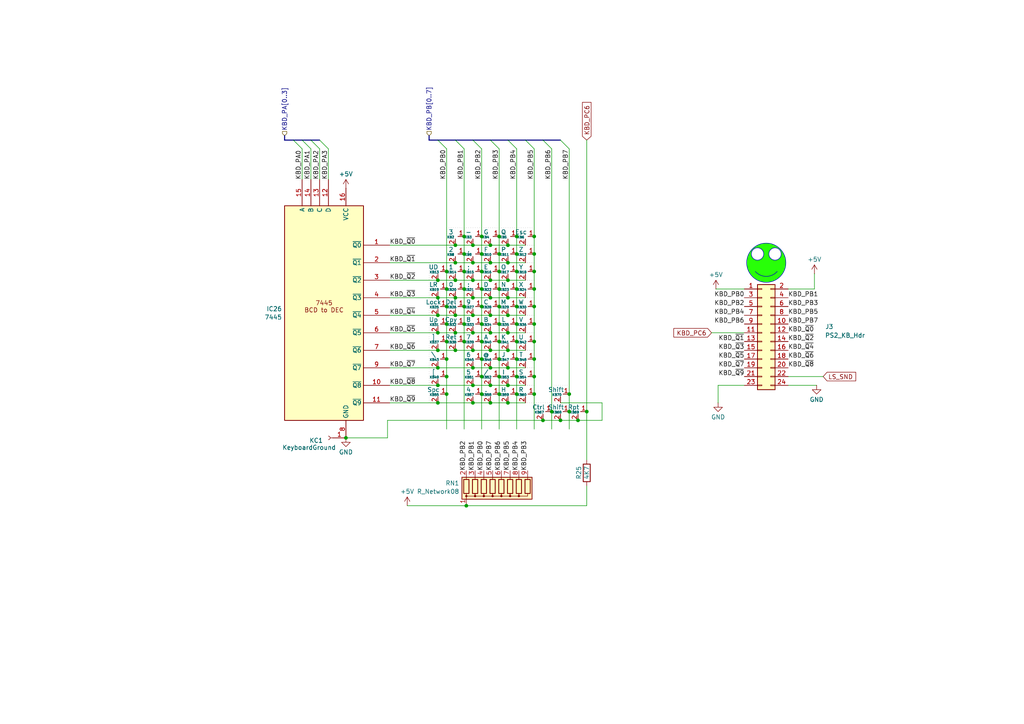
<source format=kicad_sch>
(kicad_sch
	(version 20231120)
	(generator "eeschema")
	(generator_version "8.0")
	(uuid "abce3805-c2da-4dbc-a9a1-db07389b1862")
	(paper "A4")
	(lib_symbols
		(symbol "Connector:Conn_01x01_Socket"
			(pin_names
				(offset 1.016) hide)
			(exclude_from_sim no)
			(in_bom yes)
			(on_board yes)
			(property "Reference" "J"
				(at 0 2.54 0)
				(effects
					(font
						(size 1.27 1.27)
					)
				)
			)
			(property "Value" "Conn_01x01_Socket"
				(at 0 -2.54 0)
				(effects
					(font
						(size 1.27 1.27)
					)
				)
			)
			(property "Footprint" ""
				(at 0 0 0)
				(effects
					(font
						(size 1.27 1.27)
					)
					(hide yes)
				)
			)
			(property "Datasheet" "~"
				(at 0 0 0)
				(effects
					(font
						(size 1.27 1.27)
					)
					(hide yes)
				)
			)
			(property "Description" "Generic connector, single row, 01x01, script generated"
				(at 0 0 0)
				(effects
					(font
						(size 1.27 1.27)
					)
					(hide yes)
				)
			)
			(property "ki_locked" ""
				(at 0 0 0)
				(effects
					(font
						(size 1.27 1.27)
					)
				)
			)
			(property "ki_keywords" "connector"
				(at 0 0 0)
				(effects
					(font
						(size 1.27 1.27)
					)
					(hide yes)
				)
			)
			(property "ki_fp_filters" "Connector*:*_1x??_*"
				(at 0 0 0)
				(effects
					(font
						(size 1.27 1.27)
					)
					(hide yes)
				)
			)
			(symbol "Conn_01x01_Socket_1_1"
				(polyline
					(pts
						(xy -1.27 0) (xy -0.508 0)
					)
					(stroke
						(width 0.1524)
						(type default)
					)
					(fill
						(type none)
					)
				)
				(arc
					(start 0 0.508)
					(mid -0.5058 0)
					(end 0 -0.508)
					(stroke
						(width 0.1524)
						(type default)
					)
					(fill
						(type none)
					)
				)
				(pin passive line
					(at -5.08 0 0)
					(length 3.81)
					(name "Pin_1"
						(effects
							(font
								(size 1.27 1.27)
							)
						)
					)
					(number "1"
						(effects
							(font
								(size 1.27 1.27)
							)
						)
					)
				)
			)
		)
		(symbol "Connector_Generic:Conn_02x12_Odd_Even"
			(pin_names
				(offset 1.016) hide)
			(exclude_from_sim no)
			(in_bom yes)
			(on_board yes)
			(property "Reference" "J"
				(at 1.27 15.24 0)
				(effects
					(font
						(size 1.27 1.27)
					)
				)
			)
			(property "Value" "Conn_02x12_Odd_Even"
				(at 1.27 -17.78 0)
				(effects
					(font
						(size 1.27 1.27)
					)
				)
			)
			(property "Footprint" ""
				(at 0 0 0)
				(effects
					(font
						(size 1.27 1.27)
					)
					(hide yes)
				)
			)
			(property "Datasheet" "~"
				(at 0 0 0)
				(effects
					(font
						(size 1.27 1.27)
					)
					(hide yes)
				)
			)
			(property "Description" "Generic connector, double row, 02x12, odd/even pin numbering scheme (row 1 odd numbers, row 2 even numbers), script generated (kicad-library-utils/schlib/autogen/connector/)"
				(at 0 0 0)
				(effects
					(font
						(size 1.27 1.27)
					)
					(hide yes)
				)
			)
			(property "ki_keywords" "connector"
				(at 0 0 0)
				(effects
					(font
						(size 1.27 1.27)
					)
					(hide yes)
				)
			)
			(property "ki_fp_filters" "Connector*:*_2x??_*"
				(at 0 0 0)
				(effects
					(font
						(size 1.27 1.27)
					)
					(hide yes)
				)
			)
			(symbol "Conn_02x12_Odd_Even_1_1"
				(rectangle
					(start -1.27 -15.113)
					(end 0 -15.367)
					(stroke
						(width 0.1524)
						(type default)
					)
					(fill
						(type none)
					)
				)
				(rectangle
					(start -1.27 -12.573)
					(end 0 -12.827)
					(stroke
						(width 0.1524)
						(type default)
					)
					(fill
						(type none)
					)
				)
				(rectangle
					(start -1.27 -10.033)
					(end 0 -10.287)
					(stroke
						(width 0.1524)
						(type default)
					)
					(fill
						(type none)
					)
				)
				(rectangle
					(start -1.27 -7.493)
					(end 0 -7.747)
					(stroke
						(width 0.1524)
						(type default)
					)
					(fill
						(type none)
					)
				)
				(rectangle
					(start -1.27 -4.953)
					(end 0 -5.207)
					(stroke
						(width 0.1524)
						(type default)
					)
					(fill
						(type none)
					)
				)
				(rectangle
					(start -1.27 -2.413)
					(end 0 -2.667)
					(stroke
						(width 0.1524)
						(type default)
					)
					(fill
						(type none)
					)
				)
				(rectangle
					(start -1.27 0.127)
					(end 0 -0.127)
					(stroke
						(width 0.1524)
						(type default)
					)
					(fill
						(type none)
					)
				)
				(rectangle
					(start -1.27 2.667)
					(end 0 2.413)
					(stroke
						(width 0.1524)
						(type default)
					)
					(fill
						(type none)
					)
				)
				(rectangle
					(start -1.27 5.207)
					(end 0 4.953)
					(stroke
						(width 0.1524)
						(type default)
					)
					(fill
						(type none)
					)
				)
				(rectangle
					(start -1.27 7.747)
					(end 0 7.493)
					(stroke
						(width 0.1524)
						(type default)
					)
					(fill
						(type none)
					)
				)
				(rectangle
					(start -1.27 10.287)
					(end 0 10.033)
					(stroke
						(width 0.1524)
						(type default)
					)
					(fill
						(type none)
					)
				)
				(rectangle
					(start -1.27 12.827)
					(end 0 12.573)
					(stroke
						(width 0.1524)
						(type default)
					)
					(fill
						(type none)
					)
				)
				(rectangle
					(start -1.27 13.97)
					(end 3.81 -16.51)
					(stroke
						(width 0.254)
						(type default)
					)
					(fill
						(type background)
					)
				)
				(rectangle
					(start 3.81 -15.113)
					(end 2.54 -15.367)
					(stroke
						(width 0.1524)
						(type default)
					)
					(fill
						(type none)
					)
				)
				(rectangle
					(start 3.81 -12.573)
					(end 2.54 -12.827)
					(stroke
						(width 0.1524)
						(type default)
					)
					(fill
						(type none)
					)
				)
				(rectangle
					(start 3.81 -10.033)
					(end 2.54 -10.287)
					(stroke
						(width 0.1524)
						(type default)
					)
					(fill
						(type none)
					)
				)
				(rectangle
					(start 3.81 -7.493)
					(end 2.54 -7.747)
					(stroke
						(width 0.1524)
						(type default)
					)
					(fill
						(type none)
					)
				)
				(rectangle
					(start 3.81 -4.953)
					(end 2.54 -5.207)
					(stroke
						(width 0.1524)
						(type default)
					)
					(fill
						(type none)
					)
				)
				(rectangle
					(start 3.81 -2.413)
					(end 2.54 -2.667)
					(stroke
						(width 0.1524)
						(type default)
					)
					(fill
						(type none)
					)
				)
				(rectangle
					(start 3.81 0.127)
					(end 2.54 -0.127)
					(stroke
						(width 0.1524)
						(type default)
					)
					(fill
						(type none)
					)
				)
				(rectangle
					(start 3.81 2.667)
					(end 2.54 2.413)
					(stroke
						(width 0.1524)
						(type default)
					)
					(fill
						(type none)
					)
				)
				(rectangle
					(start 3.81 5.207)
					(end 2.54 4.953)
					(stroke
						(width 0.1524)
						(type default)
					)
					(fill
						(type none)
					)
				)
				(rectangle
					(start 3.81 7.747)
					(end 2.54 7.493)
					(stroke
						(width 0.1524)
						(type default)
					)
					(fill
						(type none)
					)
				)
				(rectangle
					(start 3.81 10.287)
					(end 2.54 10.033)
					(stroke
						(width 0.1524)
						(type default)
					)
					(fill
						(type none)
					)
				)
				(rectangle
					(start 3.81 12.827)
					(end 2.54 12.573)
					(stroke
						(width 0.1524)
						(type default)
					)
					(fill
						(type none)
					)
				)
				(pin passive line
					(at -5.08 12.7 0)
					(length 3.81)
					(name "Pin_1"
						(effects
							(font
								(size 1.27 1.27)
							)
						)
					)
					(number "1"
						(effects
							(font
								(size 1.27 1.27)
							)
						)
					)
				)
				(pin passive line
					(at 7.62 2.54 180)
					(length 3.81)
					(name "Pin_10"
						(effects
							(font
								(size 1.27 1.27)
							)
						)
					)
					(number "10"
						(effects
							(font
								(size 1.27 1.27)
							)
						)
					)
				)
				(pin passive line
					(at -5.08 0 0)
					(length 3.81)
					(name "Pin_11"
						(effects
							(font
								(size 1.27 1.27)
							)
						)
					)
					(number "11"
						(effects
							(font
								(size 1.27 1.27)
							)
						)
					)
				)
				(pin passive line
					(at 7.62 0 180)
					(length 3.81)
					(name "Pin_12"
						(effects
							(font
								(size 1.27 1.27)
							)
						)
					)
					(number "12"
						(effects
							(font
								(size 1.27 1.27)
							)
						)
					)
				)
				(pin passive line
					(at -5.08 -2.54 0)
					(length 3.81)
					(name "Pin_13"
						(effects
							(font
								(size 1.27 1.27)
							)
						)
					)
					(number "13"
						(effects
							(font
								(size 1.27 1.27)
							)
						)
					)
				)
				(pin passive line
					(at 7.62 -2.54 180)
					(length 3.81)
					(name "Pin_14"
						(effects
							(font
								(size 1.27 1.27)
							)
						)
					)
					(number "14"
						(effects
							(font
								(size 1.27 1.27)
							)
						)
					)
				)
				(pin passive line
					(at -5.08 -5.08 0)
					(length 3.81)
					(name "Pin_15"
						(effects
							(font
								(size 1.27 1.27)
							)
						)
					)
					(number "15"
						(effects
							(font
								(size 1.27 1.27)
							)
						)
					)
				)
				(pin passive line
					(at 7.62 -5.08 180)
					(length 3.81)
					(name "Pin_16"
						(effects
							(font
								(size 1.27 1.27)
							)
						)
					)
					(number "16"
						(effects
							(font
								(size 1.27 1.27)
							)
						)
					)
				)
				(pin passive line
					(at -5.08 -7.62 0)
					(length 3.81)
					(name "Pin_17"
						(effects
							(font
								(size 1.27 1.27)
							)
						)
					)
					(number "17"
						(effects
							(font
								(size 1.27 1.27)
							)
						)
					)
				)
				(pin passive line
					(at 7.62 -7.62 180)
					(length 3.81)
					(name "Pin_18"
						(effects
							(font
								(size 1.27 1.27)
							)
						)
					)
					(number "18"
						(effects
							(font
								(size 1.27 1.27)
							)
						)
					)
				)
				(pin passive line
					(at -5.08 -10.16 0)
					(length 3.81)
					(name "Pin_19"
						(effects
							(font
								(size 1.27 1.27)
							)
						)
					)
					(number "19"
						(effects
							(font
								(size 1.27 1.27)
							)
						)
					)
				)
				(pin passive line
					(at 7.62 12.7 180)
					(length 3.81)
					(name "Pin_2"
						(effects
							(font
								(size 1.27 1.27)
							)
						)
					)
					(number "2"
						(effects
							(font
								(size 1.27 1.27)
							)
						)
					)
				)
				(pin passive line
					(at 7.62 -10.16 180)
					(length 3.81)
					(name "Pin_20"
						(effects
							(font
								(size 1.27 1.27)
							)
						)
					)
					(number "20"
						(effects
							(font
								(size 1.27 1.27)
							)
						)
					)
				)
				(pin passive line
					(at -5.08 -12.7 0)
					(length 3.81)
					(name "Pin_21"
						(effects
							(font
								(size 1.27 1.27)
							)
						)
					)
					(number "21"
						(effects
							(font
								(size 1.27 1.27)
							)
						)
					)
				)
				(pin passive line
					(at 7.62 -12.7 180)
					(length 3.81)
					(name "Pin_22"
						(effects
							(font
								(size 1.27 1.27)
							)
						)
					)
					(number "22"
						(effects
							(font
								(size 1.27 1.27)
							)
						)
					)
				)
				(pin passive line
					(at -5.08 -15.24 0)
					(length 3.81)
					(name "Pin_23"
						(effects
							(font
								(size 1.27 1.27)
							)
						)
					)
					(number "23"
						(effects
							(font
								(size 1.27 1.27)
							)
						)
					)
				)
				(pin passive line
					(at 7.62 -15.24 180)
					(length 3.81)
					(name "Pin_24"
						(effects
							(font
								(size 1.27 1.27)
							)
						)
					)
					(number "24"
						(effects
							(font
								(size 1.27 1.27)
							)
						)
					)
				)
				(pin passive line
					(at -5.08 10.16 0)
					(length 3.81)
					(name "Pin_3"
						(effects
							(font
								(size 1.27 1.27)
							)
						)
					)
					(number "3"
						(effects
							(font
								(size 1.27 1.27)
							)
						)
					)
				)
				(pin passive line
					(at 7.62 10.16 180)
					(length 3.81)
					(name "Pin_4"
						(effects
							(font
								(size 1.27 1.27)
							)
						)
					)
					(number "4"
						(effects
							(font
								(size 1.27 1.27)
							)
						)
					)
				)
				(pin passive line
					(at -5.08 7.62 0)
					(length 3.81)
					(name "Pin_5"
						(effects
							(font
								(size 1.27 1.27)
							)
						)
					)
					(number "5"
						(effects
							(font
								(size 1.27 1.27)
							)
						)
					)
				)
				(pin passive line
					(at 7.62 7.62 180)
					(length 3.81)
					(name "Pin_6"
						(effects
							(font
								(size 1.27 1.27)
							)
						)
					)
					(number "6"
						(effects
							(font
								(size 1.27 1.27)
							)
						)
					)
				)
				(pin passive line
					(at -5.08 5.08 0)
					(length 3.81)
					(name "Pin_7"
						(effects
							(font
								(size 1.27 1.27)
							)
						)
					)
					(number "7"
						(effects
							(font
								(size 1.27 1.27)
							)
						)
					)
				)
				(pin passive line
					(at 7.62 5.08 180)
					(length 3.81)
					(name "Pin_8"
						(effects
							(font
								(size 1.27 1.27)
							)
						)
					)
					(number "8"
						(effects
							(font
								(size 1.27 1.27)
							)
						)
					)
				)
				(pin passive line
					(at -5.08 2.54 0)
					(length 3.81)
					(name "Pin_9"
						(effects
							(font
								(size 1.27 1.27)
							)
						)
					)
					(number "9"
						(effects
							(font
								(size 1.27 1.27)
							)
						)
					)
				)
			)
		)
		(symbol "Device:R"
			(pin_numbers hide)
			(pin_names
				(offset 0)
			)
			(exclude_from_sim no)
			(in_bom yes)
			(on_board yes)
			(property "Reference" "R"
				(at 2.032 0 90)
				(effects
					(font
						(size 1.27 1.27)
					)
				)
			)
			(property "Value" "R"
				(at 0 0 90)
				(effects
					(font
						(size 1.27 1.27)
					)
				)
			)
			(property "Footprint" ""
				(at -1.778 0 90)
				(effects
					(font
						(size 1.27 1.27)
					)
					(hide yes)
				)
			)
			(property "Datasheet" "~"
				(at 0 0 0)
				(effects
					(font
						(size 1.27 1.27)
					)
					(hide yes)
				)
			)
			(property "Description" "Resistor"
				(at 0 0 0)
				(effects
					(font
						(size 1.27 1.27)
					)
					(hide yes)
				)
			)
			(property "ki_keywords" "R res resistor"
				(at 0 0 0)
				(effects
					(font
						(size 1.27 1.27)
					)
					(hide yes)
				)
			)
			(property "ki_fp_filters" "R_*"
				(at 0 0 0)
				(effects
					(font
						(size 1.27 1.27)
					)
					(hide yes)
				)
			)
			(symbol "R_0_1"
				(rectangle
					(start -1.016 -2.54)
					(end 1.016 2.54)
					(stroke
						(width 0.254)
						(type default)
					)
					(fill
						(type none)
					)
				)
			)
			(symbol "R_1_1"
				(pin passive line
					(at 0 3.81 270)
					(length 1.27)
					(name "~"
						(effects
							(font
								(size 1.27 1.27)
							)
						)
					)
					(number "1"
						(effects
							(font
								(size 1.27 1.27)
							)
						)
					)
				)
				(pin passive line
					(at 0 -3.81 90)
					(length 1.27)
					(name "~"
						(effects
							(font
								(size 1.27 1.27)
							)
						)
					)
					(number "2"
						(effects
							(font
								(size 1.27 1.27)
							)
						)
					)
				)
			)
		)
		(symbol "Device:R_Network08"
			(pin_names
				(offset 0) hide)
			(exclude_from_sim no)
			(in_bom yes)
			(on_board yes)
			(property "Reference" "RN"
				(at -12.7 0 90)
				(effects
					(font
						(size 1.27 1.27)
					)
				)
			)
			(property "Value" "R_Network08"
				(at 10.16 0 90)
				(effects
					(font
						(size 1.27 1.27)
					)
				)
			)
			(property "Footprint" "Resistor_THT:R_Array_SIP9"
				(at 12.065 0 90)
				(effects
					(font
						(size 1.27 1.27)
					)
					(hide yes)
				)
			)
			(property "Datasheet" "http://www.vishay.com/docs/31509/csc.pdf"
				(at 0 0 0)
				(effects
					(font
						(size 1.27 1.27)
					)
					(hide yes)
				)
			)
			(property "Description" "8 resistor network, star topology, bussed resistors, small symbol"
				(at 0 0 0)
				(effects
					(font
						(size 1.27 1.27)
					)
					(hide yes)
				)
			)
			(property "ki_keywords" "R network star-topology"
				(at 0 0 0)
				(effects
					(font
						(size 1.27 1.27)
					)
					(hide yes)
				)
			)
			(property "ki_fp_filters" "R?Array?SIP*"
				(at 0 0 0)
				(effects
					(font
						(size 1.27 1.27)
					)
					(hide yes)
				)
			)
			(symbol "R_Network08_0_1"
				(rectangle
					(start -11.43 -3.175)
					(end 8.89 3.175)
					(stroke
						(width 0.254)
						(type default)
					)
					(fill
						(type background)
					)
				)
				(rectangle
					(start -10.922 1.524)
					(end -9.398 -2.54)
					(stroke
						(width 0.254)
						(type default)
					)
					(fill
						(type none)
					)
				)
				(circle
					(center -10.16 2.286)
					(radius 0.254)
					(stroke
						(width 0)
						(type default)
					)
					(fill
						(type outline)
					)
				)
				(rectangle
					(start -8.382 1.524)
					(end -6.858 -2.54)
					(stroke
						(width 0.254)
						(type default)
					)
					(fill
						(type none)
					)
				)
				(circle
					(center -7.62 2.286)
					(radius 0.254)
					(stroke
						(width 0)
						(type default)
					)
					(fill
						(type outline)
					)
				)
				(rectangle
					(start -5.842 1.524)
					(end -4.318 -2.54)
					(stroke
						(width 0.254)
						(type default)
					)
					(fill
						(type none)
					)
				)
				(circle
					(center -5.08 2.286)
					(radius 0.254)
					(stroke
						(width 0)
						(type default)
					)
					(fill
						(type outline)
					)
				)
				(rectangle
					(start -3.302 1.524)
					(end -1.778 -2.54)
					(stroke
						(width 0.254)
						(type default)
					)
					(fill
						(type none)
					)
				)
				(circle
					(center -2.54 2.286)
					(radius 0.254)
					(stroke
						(width 0)
						(type default)
					)
					(fill
						(type outline)
					)
				)
				(rectangle
					(start -0.762 1.524)
					(end 0.762 -2.54)
					(stroke
						(width 0.254)
						(type default)
					)
					(fill
						(type none)
					)
				)
				(polyline
					(pts
						(xy -10.16 -2.54) (xy -10.16 -3.81)
					)
					(stroke
						(width 0)
						(type default)
					)
					(fill
						(type none)
					)
				)
				(polyline
					(pts
						(xy -7.62 -2.54) (xy -7.62 -3.81)
					)
					(stroke
						(width 0)
						(type default)
					)
					(fill
						(type none)
					)
				)
				(polyline
					(pts
						(xy -5.08 -2.54) (xy -5.08 -3.81)
					)
					(stroke
						(width 0)
						(type default)
					)
					(fill
						(type none)
					)
				)
				(polyline
					(pts
						(xy -2.54 -2.54) (xy -2.54 -3.81)
					)
					(stroke
						(width 0)
						(type default)
					)
					(fill
						(type none)
					)
				)
				(polyline
					(pts
						(xy 0 -2.54) (xy 0 -3.81)
					)
					(stroke
						(width 0)
						(type default)
					)
					(fill
						(type none)
					)
				)
				(polyline
					(pts
						(xy 2.54 -2.54) (xy 2.54 -3.81)
					)
					(stroke
						(width 0)
						(type default)
					)
					(fill
						(type none)
					)
				)
				(polyline
					(pts
						(xy 5.08 -2.54) (xy 5.08 -3.81)
					)
					(stroke
						(width 0)
						(type default)
					)
					(fill
						(type none)
					)
				)
				(polyline
					(pts
						(xy 7.62 -2.54) (xy 7.62 -3.81)
					)
					(stroke
						(width 0)
						(type default)
					)
					(fill
						(type none)
					)
				)
				(polyline
					(pts
						(xy -10.16 1.524) (xy -10.16 2.286) (xy -7.62 2.286) (xy -7.62 1.524)
					)
					(stroke
						(width 0)
						(type default)
					)
					(fill
						(type none)
					)
				)
				(polyline
					(pts
						(xy -7.62 1.524) (xy -7.62 2.286) (xy -5.08 2.286) (xy -5.08 1.524)
					)
					(stroke
						(width 0)
						(type default)
					)
					(fill
						(type none)
					)
				)
				(polyline
					(pts
						(xy -5.08 1.524) (xy -5.08 2.286) (xy -2.54 2.286) (xy -2.54 1.524)
					)
					(stroke
						(width 0)
						(type default)
					)
					(fill
						(type none)
					)
				)
				(polyline
					(pts
						(xy -2.54 1.524) (xy -2.54 2.286) (xy 0 2.286) (xy 0 1.524)
					)
					(stroke
						(width 0)
						(type default)
					)
					(fill
						(type none)
					)
				)
				(polyline
					(pts
						(xy 0 1.524) (xy 0 2.286) (xy 2.54 2.286) (xy 2.54 1.524)
					)
					(stroke
						(width 0)
						(type default)
					)
					(fill
						(type none)
					)
				)
				(polyline
					(pts
						(xy 2.54 1.524) (xy 2.54 2.286) (xy 5.08 2.286) (xy 5.08 1.524)
					)
					(stroke
						(width 0)
						(type default)
					)
					(fill
						(type none)
					)
				)
				(polyline
					(pts
						(xy 5.08 1.524) (xy 5.08 2.286) (xy 7.62 2.286) (xy 7.62 1.524)
					)
					(stroke
						(width 0)
						(type default)
					)
					(fill
						(type none)
					)
				)
				(circle
					(center 0 2.286)
					(radius 0.254)
					(stroke
						(width 0)
						(type default)
					)
					(fill
						(type outline)
					)
				)
				(rectangle
					(start 1.778 1.524)
					(end 3.302 -2.54)
					(stroke
						(width 0.254)
						(type default)
					)
					(fill
						(type none)
					)
				)
				(circle
					(center 2.54 2.286)
					(radius 0.254)
					(stroke
						(width 0)
						(type default)
					)
					(fill
						(type outline)
					)
				)
				(rectangle
					(start 4.318 1.524)
					(end 5.842 -2.54)
					(stroke
						(width 0.254)
						(type default)
					)
					(fill
						(type none)
					)
				)
				(circle
					(center 5.08 2.286)
					(radius 0.254)
					(stroke
						(width 0)
						(type default)
					)
					(fill
						(type outline)
					)
				)
				(rectangle
					(start 6.858 1.524)
					(end 8.382 -2.54)
					(stroke
						(width 0.254)
						(type default)
					)
					(fill
						(type none)
					)
				)
			)
			(symbol "R_Network08_1_1"
				(pin passive line
					(at -10.16 5.08 270)
					(length 2.54)
					(name "common"
						(effects
							(font
								(size 1.27 1.27)
							)
						)
					)
					(number "1"
						(effects
							(font
								(size 1.27 1.27)
							)
						)
					)
				)
				(pin passive line
					(at -10.16 -5.08 90)
					(length 1.27)
					(name "R1"
						(effects
							(font
								(size 1.27 1.27)
							)
						)
					)
					(number "2"
						(effects
							(font
								(size 1.27 1.27)
							)
						)
					)
				)
				(pin passive line
					(at -7.62 -5.08 90)
					(length 1.27)
					(name "R2"
						(effects
							(font
								(size 1.27 1.27)
							)
						)
					)
					(number "3"
						(effects
							(font
								(size 1.27 1.27)
							)
						)
					)
				)
				(pin passive line
					(at -5.08 -5.08 90)
					(length 1.27)
					(name "R3"
						(effects
							(font
								(size 1.27 1.27)
							)
						)
					)
					(number "4"
						(effects
							(font
								(size 1.27 1.27)
							)
						)
					)
				)
				(pin passive line
					(at -2.54 -5.08 90)
					(length 1.27)
					(name "R4"
						(effects
							(font
								(size 1.27 1.27)
							)
						)
					)
					(number "5"
						(effects
							(font
								(size 1.27 1.27)
							)
						)
					)
				)
				(pin passive line
					(at 0 -5.08 90)
					(length 1.27)
					(name "R5"
						(effects
							(font
								(size 1.27 1.27)
							)
						)
					)
					(number "6"
						(effects
							(font
								(size 1.27 1.27)
							)
						)
					)
				)
				(pin passive line
					(at 2.54 -5.08 90)
					(length 1.27)
					(name "R6"
						(effects
							(font
								(size 1.27 1.27)
							)
						)
					)
					(number "7"
						(effects
							(font
								(size 1.27 1.27)
							)
						)
					)
				)
				(pin passive line
					(at 5.08 -5.08 90)
					(length 1.27)
					(name "R7"
						(effects
							(font
								(size 1.27 1.27)
							)
						)
					)
					(number "8"
						(effects
							(font
								(size 1.27 1.27)
							)
						)
					)
				)
				(pin passive line
					(at 7.62 -5.08 90)
					(length 1.27)
					(name "R8"
						(effects
							(font
								(size 1.27 1.27)
							)
						)
					)
					(number "9"
						(effects
							(font
								(size 1.27 1.27)
							)
						)
					)
				)
			)
		)
		(symbol "John Atom Components:7445_BCD_Atom_Keybd"
			(exclude_from_sim no)
			(in_bom yes)
			(on_board yes)
			(property "Reference" "IC"
				(at 1.27 -1.27 0)
				(effects
					(font
						(size 1.27 1.27)
					)
				)
			)
			(property "Value" "7445_BCD_Atom_Keybd"
				(at 15.24 -41.91 0)
				(effects
					(font
						(size 1.27 1.27)
					)
				)
			)
			(property "Footprint" ""
				(at 0 -11.43 0)
				(effects
					(font
						(size 1.27 1.27)
					)
					(hide yes)
				)
			)
			(property "Datasheet" ""
				(at 0 -11.43 0)
				(effects
					(font
						(size 1.27 1.27)
					)
					(hide yes)
				)
			)
			(property "Description" ""
				(at 0 -11.43 0)
				(effects
					(font
						(size 1.27 1.27)
					)
					(hide yes)
				)
			)
			(symbol "7445_BCD_Atom_Keybd_0_0"
				(pin power_in line
					(at 10.16 27.94 270)
					(length 5.08)
					(name "VCC"
						(effects
							(font
								(size 1.27 1.27)
							)
						)
					)
					(number "16"
						(effects
							(font
								(size 1.27 1.27)
							)
						)
					)
				)
				(pin power_in line
					(at 10.16 -44.45 90)
					(length 5.08)
					(name "GND"
						(effects
							(font
								(size 1.27 1.27)
							)
						)
					)
					(number "8"
						(effects
							(font
								(size 1.27 1.27)
							)
						)
					)
				)
			)
			(symbol "7445_BCD_Atom_Keybd_0_1"
				(rectangle
					(start -7.62 22.86)
					(end 15.24 -39.37)
					(stroke
						(width 0.254)
						(type default)
					)
					(fill
						(type background)
					)
				)
			)
			(symbol "7445_BCD_Atom_Keybd_1_0"
				(text "7445\nBCD to DEC"
					(at 3.81 -6.35 0)
					(effects
						(font
							(size 1.27 1.27)
						)
					)
				)
			)
			(symbol "7445_BCD_Atom_Keybd_1_1"
				(pin open_collector line
					(at 22.86 11.43 180)
					(length 7.62)
					(name "~{Q0}"
						(effects
							(font
								(size 1.27 1.27)
							)
						)
					)
					(number "1"
						(effects
							(font
								(size 1.27 1.27)
							)
						)
					)
				)
				(pin open_collector line
					(at 22.86 -29.21 180)
					(length 7.62)
					(name "~{Q8}"
						(effects
							(font
								(size 1.27 1.27)
							)
						)
					)
					(number "10"
						(effects
							(font
								(size 1.27 1.27)
							)
						)
					)
				)
				(pin open_collector line
					(at 22.86 -34.29 180)
					(length 7.62)
					(name "~{Q9}"
						(effects
							(font
								(size 1.27 1.27)
							)
						)
					)
					(number "11"
						(effects
							(font
								(size 1.27 1.27)
							)
						)
					)
				)
				(pin input line
					(at 5.08 30.48 270)
					(length 7.62)
					(name "D"
						(effects
							(font
								(size 1.27 1.27)
							)
						)
					)
					(number "12"
						(effects
							(font
								(size 1.27 1.27)
							)
						)
					)
				)
				(pin input line
					(at 2.54 30.48 270)
					(length 7.62)
					(name "C"
						(effects
							(font
								(size 1.27 1.27)
							)
						)
					)
					(number "13"
						(effects
							(font
								(size 1.27 1.27)
							)
						)
					)
				)
				(pin input line
					(at 0 30.48 270)
					(length 7.62)
					(name "B"
						(effects
							(font
								(size 1.27 1.27)
							)
						)
					)
					(number "14"
						(effects
							(font
								(size 1.27 1.27)
							)
						)
					)
				)
				(pin input line
					(at -2.54 30.48 270)
					(length 7.62)
					(name "A"
						(effects
							(font
								(size 1.27 1.27)
							)
						)
					)
					(number "15"
						(effects
							(font
								(size 1.27 1.27)
							)
						)
					)
				)
				(pin open_collector line
					(at 22.86 6.35 180)
					(length 7.62)
					(name "~{Q1}"
						(effects
							(font
								(size 1.27 1.27)
							)
						)
					)
					(number "2"
						(effects
							(font
								(size 1.27 1.27)
							)
						)
					)
				)
				(pin open_collector line
					(at 22.86 1.27 180)
					(length 7.62)
					(name "~{Q2}"
						(effects
							(font
								(size 1.27 1.27)
							)
						)
					)
					(number "3"
						(effects
							(font
								(size 1.27 1.27)
							)
						)
					)
				)
				(pin open_collector line
					(at 22.86 -3.81 180)
					(length 7.62)
					(name "~{Q3}"
						(effects
							(font
								(size 1.27 1.27)
							)
						)
					)
					(number "4"
						(effects
							(font
								(size 1.27 1.27)
							)
						)
					)
				)
				(pin open_collector line
					(at 22.86 -8.89 180)
					(length 7.62)
					(name "~{Q4}"
						(effects
							(font
								(size 1.27 1.27)
							)
						)
					)
					(number "5"
						(effects
							(font
								(size 1.27 1.27)
							)
						)
					)
				)
				(pin open_collector line
					(at 22.86 -13.97 180)
					(length 7.62)
					(name "~{Q5}"
						(effects
							(font
								(size 1.27 1.27)
							)
						)
					)
					(number "6"
						(effects
							(font
								(size 1.27 1.27)
							)
						)
					)
				)
				(pin open_collector line
					(at 22.86 -19.05 180)
					(length 7.62)
					(name "~{Q6}"
						(effects
							(font
								(size 1.27 1.27)
							)
						)
					)
					(number "7"
						(effects
							(font
								(size 1.27 1.27)
							)
						)
					)
				)
				(pin open_collector line
					(at 22.86 -24.13 180)
					(length 7.62)
					(name "~{Q7}"
						(effects
							(font
								(size 1.27 1.27)
							)
						)
					)
					(number "9"
						(effects
							(font
								(size 1.27 1.27)
							)
						)
					)
				)
			)
		)
		(symbol "John Atom Components:Atom_Keyswitch"
			(exclude_from_sim no)
			(in_bom yes)
			(on_board yes)
			(property "Reference" "KB"
				(at -2.4 -0.2 0)
				(do_not_autoplace)
				(effects
					(font
						(size 0.67 0.67)
					)
					(justify left)
				)
			)
			(property "Value" "X"
				(at -1.27 1.27 0)
				(do_not_autoplace)
				(effects
					(font
						(size 1.27 1.27)
					)
				)
			)
			(property "Footprint" ""
				(at 0 0 0)
				(effects
					(font
						(size 1.27 1.27)
					)
					(hide yes)
				)
			)
			(property "Datasheet" ""
				(at 0 0 0)
				(effects
					(font
						(size 1.27 1.27)
					)
					(hide yes)
				)
			)
			(property "Description" ""
				(at 0 0 0)
				(effects
					(font
						(size 1.27 1.27)
					)
					(hide yes)
				)
			)
			(symbol "Atom_Keyswitch_1_1"
				(rectangle
					(start -2.54 2.54)
					(end 2.54 -2.54)
					(stroke
						(width 0)
						(type dot)
						(color 194 194 194 1)
					)
					(fill
						(type none)
					)
				)
				(pin free line
					(at 2.54 0 180)
					(length 1.8)
					(name ""
						(effects
							(font
								(size 1.27 1.27)
							)
						)
					)
					(number "1"
						(effects
							(font
								(size 1.27 1.27)
							)
						)
					)
				)
				(pin free line
					(at 0 -2.54 90)
					(length 1.8)
					(name ""
						(effects
							(font
								(size 1.27 1.27)
							)
						)
					)
					(number "2"
						(effects
							(font
								(size 1.27 1.27)
							)
						)
					)
				)
			)
		)
		(symbol "power:+5VA"
			(power)
			(pin_numbers hide)
			(pin_names
				(offset 0) hide)
			(exclude_from_sim no)
			(in_bom yes)
			(on_board yes)
			(property "Reference" "#PWR"
				(at 0 -3.81 0)
				(effects
					(font
						(size 1.27 1.27)
					)
					(hide yes)
				)
			)
			(property "Value" "+5VA"
				(at 0 3.556 0)
				(effects
					(font
						(size 1.27 1.27)
					)
				)
			)
			(property "Footprint" ""
				(at 0 0 0)
				(effects
					(font
						(size 1.27 1.27)
					)
					(hide yes)
				)
			)
			(property "Datasheet" ""
				(at 0 0 0)
				(effects
					(font
						(size 1.27 1.27)
					)
					(hide yes)
				)
			)
			(property "Description" "Power symbol creates a global label with name \"+5VA\""
				(at 0 0 0)
				(effects
					(font
						(size 1.27 1.27)
					)
					(hide yes)
				)
			)
			(property "ki_keywords" "global power"
				(at 0 0 0)
				(effects
					(font
						(size 1.27 1.27)
					)
					(hide yes)
				)
			)
			(symbol "+5VA_0_1"
				(polyline
					(pts
						(xy -0.762 1.27) (xy 0 2.54)
					)
					(stroke
						(width 0)
						(type default)
					)
					(fill
						(type none)
					)
				)
				(polyline
					(pts
						(xy 0 0) (xy 0 2.54)
					)
					(stroke
						(width 0)
						(type default)
					)
					(fill
						(type none)
					)
				)
				(polyline
					(pts
						(xy 0 2.54) (xy 0.762 1.27)
					)
					(stroke
						(width 0)
						(type default)
					)
					(fill
						(type none)
					)
				)
			)
			(symbol "+5VA_1_1"
				(pin power_in line
					(at 0 0 90)
					(length 0)
					(name "~"
						(effects
							(font
								(size 1.27 1.27)
							)
						)
					)
					(number "1"
						(effects
							(font
								(size 1.27 1.27)
							)
						)
					)
				)
			)
		)
		(symbol "power:GND"
			(power)
			(pin_numbers hide)
			(pin_names
				(offset 0) hide)
			(exclude_from_sim no)
			(in_bom yes)
			(on_board yes)
			(property "Reference" "#PWR"
				(at 0 -6.35 0)
				(effects
					(font
						(size 1.27 1.27)
					)
					(hide yes)
				)
			)
			(property "Value" "GND"
				(at 0 -3.81 0)
				(effects
					(font
						(size 1.27 1.27)
					)
				)
			)
			(property "Footprint" ""
				(at 0 0 0)
				(effects
					(font
						(size 1.27 1.27)
					)
					(hide yes)
				)
			)
			(property "Datasheet" ""
				(at 0 0 0)
				(effects
					(font
						(size 1.27 1.27)
					)
					(hide yes)
				)
			)
			(property "Description" "Power symbol creates a global label with name \"GND\" , ground"
				(at 0 0 0)
				(effects
					(font
						(size 1.27 1.27)
					)
					(hide yes)
				)
			)
			(property "ki_keywords" "global power"
				(at 0 0 0)
				(effects
					(font
						(size 1.27 1.27)
					)
					(hide yes)
				)
			)
			(symbol "GND_0_1"
				(polyline
					(pts
						(xy 0 0) (xy 0 -1.27) (xy 1.27 -1.27) (xy 0 -2.54) (xy -1.27 -1.27) (xy 0 -1.27)
					)
					(stroke
						(width 0)
						(type default)
					)
					(fill
						(type none)
					)
				)
			)
			(symbol "GND_1_1"
				(pin power_in line
					(at 0 0 270)
					(length 0)
					(name "~"
						(effects
							(font
								(size 1.27 1.27)
							)
						)
					)
					(number "1"
						(effects
							(font
								(size 1.27 1.27)
							)
						)
					)
				)
			)
		)
	)
	(junction
		(at 127 111.76)
		(diameter 0)
		(color 0 0 0 0)
		(uuid "014e97c0-86ad-42e3-9b57-7587902b656e")
	)
	(junction
		(at 137.16 106.68)
		(diameter 0)
		(color 0 0 0 0)
		(uuid "04964fe2-22e8-45da-9fe1-0f68f4311ba8")
	)
	(junction
		(at 147.32 106.68)
		(diameter 0)
		(color 0 0 0 0)
		(uuid "0577b63c-248d-46bf-b2d8-28bfe3c0ae11")
	)
	(junction
		(at 154.94 99.06)
		(diameter 0)
		(color 0 0 0 0)
		(uuid "08b3ac92-6e8d-4256-a509-1fb8ca9dd147")
	)
	(junction
		(at 132.08 101.6)
		(diameter 0)
		(color 0 0 0 0)
		(uuid "0dee35fd-401a-4241-8410-4902a33fae09")
	)
	(junction
		(at 132.08 96.52)
		(diameter 0)
		(color 0 0 0 0)
		(uuid "10f788f9-ea30-49f1-b6ef-b4e32c5f99f8")
	)
	(junction
		(at 142.24 86.36)
		(diameter 0)
		(color 0 0 0 0)
		(uuid "11a40a51-aafb-4c3f-b1e5-e65d13fc0d39")
	)
	(junction
		(at 154.94 68.58)
		(diameter 0)
		(color 0 0 0 0)
		(uuid "14025f85-d4fb-4e88-a73c-cd116fe463b8")
	)
	(junction
		(at 139.7 83.82)
		(diameter 0)
		(color 0 0 0 0)
		(uuid "164c8ebd-784f-4750-a668-f41a17345a41")
	)
	(junction
		(at 132.08 86.36)
		(diameter 0)
		(color 0 0 0 0)
		(uuid "1af5d405-e77e-4843-a2ac-736699917ce0")
	)
	(junction
		(at 147.32 101.6)
		(diameter 0)
		(color 0 0 0 0)
		(uuid "2356a3a5-b325-4a92-96a0-b43e1315e439")
	)
	(junction
		(at 147.32 116.84)
		(diameter 0)
		(color 0 0 0 0)
		(uuid "24c33798-ce0b-48af-b0bb-42231a2c0df6")
	)
	(junction
		(at 154.94 78.74)
		(diameter 0)
		(color 0 0 0 0)
		(uuid "24ecebb1-ba86-4da8-ac49-96c2a025a49b")
	)
	(junction
		(at 142.24 96.52)
		(diameter 0)
		(color 0 0 0 0)
		(uuid "2500346a-fde3-4a8e-bf22-f2ffe3f2be63")
	)
	(junction
		(at 139.7 73.66)
		(diameter 0)
		(color 0 0 0 0)
		(uuid "2542c7c0-e2c4-4673-abad-1690b87a325a")
	)
	(junction
		(at 144.78 114.3)
		(diameter 0)
		(color 0 0 0 0)
		(uuid "26ca811f-e2d5-412b-a676-9ba2ff3b94eb")
	)
	(junction
		(at 132.08 81.28)
		(diameter 0)
		(color 0 0 0 0)
		(uuid "26f9ae44-359f-48b0-91c8-49272969716b")
	)
	(junction
		(at 147.32 111.76)
		(diameter 0)
		(color 0 0 0 0)
		(uuid "2adba098-2f19-4974-988e-3336e9a17a87")
	)
	(junction
		(at 149.86 88.9)
		(diameter 0)
		(color 0 0 0 0)
		(uuid "2b1efc1c-1b59-4fb7-ad6c-7070a46d229b")
	)
	(junction
		(at 154.94 114.3)
		(diameter 0)
		(color 0 0 0 0)
		(uuid "2b78606f-e663-4292-82ad-7f92fa8476ff")
	)
	(junction
		(at 149.86 99.06)
		(diameter 0)
		(color 0 0 0 0)
		(uuid "2b7c7517-b131-41f9-8429-07586e417d9f")
	)
	(junction
		(at 142.24 111.76)
		(diameter 0)
		(color 0 0 0 0)
		(uuid "2d0b114e-a658-4bda-8435-38f17fc55eaa")
	)
	(junction
		(at 134.62 93.98)
		(diameter 0)
		(color 0 0 0 0)
		(uuid "2eb5bac8-9b8e-4e34-a4b6-0ae6c97be3cc")
	)
	(junction
		(at 137.16 111.76)
		(diameter 0)
		(color 0 0 0 0)
		(uuid "320e4caf-2d71-4697-9dfe-0386fa1a7b3a")
	)
	(junction
		(at 139.7 68.58)
		(diameter 0)
		(color 0 0 0 0)
		(uuid "32463ad3-12e8-4e5e-a3b5-252d9c9b248b")
	)
	(junction
		(at 170.18 119.38)
		(diameter 0)
		(color 0 0 0 0)
		(uuid "32f08b6b-35c1-419c-b4cb-e6a9941a7fe6")
	)
	(junction
		(at 149.86 93.98)
		(diameter 0)
		(color 0 0 0 0)
		(uuid "3790d48a-e604-4e1d-875b-b8180118f5fd")
	)
	(junction
		(at 149.86 114.3)
		(diameter 0)
		(color 0 0 0 0)
		(uuid "37b03f54-df2f-47e1-8ee8-f12aa31361eb")
	)
	(junction
		(at 137.16 86.36)
		(diameter 0)
		(color 0 0 0 0)
		(uuid "3c854e11-5cbc-44d0-8084-4b146b202f03")
	)
	(junction
		(at 137.16 71.12)
		(diameter 0)
		(color 0 0 0 0)
		(uuid "3d115c4d-aa11-4017-8380-765b95623261")
	)
	(junction
		(at 129.54 109.22)
		(diameter 0)
		(color 0 0 0 0)
		(uuid "475766eb-84a2-4ab5-81c4-c2757865f66f")
	)
	(junction
		(at 127 86.36)
		(diameter 0)
		(color 0 0 0 0)
		(uuid "47be5ee8-8d05-478f-93e3-69cd8e85d703")
	)
	(junction
		(at 144.78 93.98)
		(diameter 0)
		(color 0 0 0 0)
		(uuid "48470fb7-4ffd-43b9-b9d7-b7f92c0b3416")
	)
	(junction
		(at 144.78 109.22)
		(diameter 0)
		(color 0 0 0 0)
		(uuid "4e7aa245-fd3f-4a5e-94b0-89dd5240b151")
	)
	(junction
		(at 167.64 121.92)
		(diameter 0)
		(color 0 0 0 0)
		(uuid "53515cd8-fa26-4e4c-ac00-3a776ed068bc")
	)
	(junction
		(at 142.24 106.68)
		(diameter 0)
		(color 0 0 0 0)
		(uuid "54fb7966-46c0-4085-91ef-f0cd9108567e")
	)
	(junction
		(at 134.62 83.82)
		(diameter 0)
		(color 0 0 0 0)
		(uuid "56a07b20-aa25-4dbd-8023-839445827d9b")
	)
	(junction
		(at 147.32 71.12)
		(diameter 0)
		(color 0 0 0 0)
		(uuid "57a6f2e0-ed50-4ce0-b77a-7b38c773014a")
	)
	(junction
		(at 144.78 78.74)
		(diameter 0)
		(color 0 0 0 0)
		(uuid "59d4bc6b-6d5a-45ee-8fc4-f9f4555fa544")
	)
	(junction
		(at 129.54 104.14)
		(diameter 0)
		(color 0 0 0 0)
		(uuid "5aee649e-b429-4500-b774-21cf2f55f108")
	)
	(junction
		(at 129.54 88.9)
		(diameter 0)
		(color 0 0 0 0)
		(uuid "5bc8fd1a-b3ae-43ab-b403-1bfdaba75746")
	)
	(junction
		(at 154.94 104.14)
		(diameter 0)
		(color 0 0 0 0)
		(uuid "5c50e0e8-d588-4fce-aec6-165d00f7e5a3")
	)
	(junction
		(at 139.7 109.22)
		(diameter 0)
		(color 0 0 0 0)
		(uuid "5caf12dd-9a4d-4935-80d5-eae03a603220")
	)
	(junction
		(at 139.7 99.06)
		(diameter 0)
		(color 0 0 0 0)
		(uuid "5fd52797-4398-4742-b5f6-ea0499c06c5b")
	)
	(junction
		(at 142.24 101.6)
		(diameter 0)
		(color 0 0 0 0)
		(uuid "60e6f637-4325-4175-9366-395f15713de4")
	)
	(junction
		(at 144.78 104.14)
		(diameter 0)
		(color 0 0 0 0)
		(uuid "640ca5ac-3d45-4bab-b3ea-443ea1fbaa6f")
	)
	(junction
		(at 142.24 116.84)
		(diameter 0)
		(color 0 0 0 0)
		(uuid "64c1a75e-7e6b-4b15-bfc8-eb705e1572e0")
	)
	(junction
		(at 127 81.28)
		(diameter 0)
		(color 0 0 0 0)
		(uuid "657803ee-9505-492c-8f3b-0e9efe4f5afa")
	)
	(junction
		(at 135.255 146.685)
		(diameter 0)
		(color 0 0 0 0)
		(uuid "66e1a59f-c52f-4e9a-b882-2571026689ac")
	)
	(junction
		(at 147.32 81.28)
		(diameter 0)
		(color 0 0 0 0)
		(uuid "6779875a-b32b-402f-bff1-253994789ad9")
	)
	(junction
		(at 139.7 78.74)
		(diameter 0)
		(color 0 0 0 0)
		(uuid "6f9a73af-20e6-4173-9a2b-9707313b8aaa")
	)
	(junction
		(at 134.62 78.74)
		(diameter 0)
		(color 0 0 0 0)
		(uuid "7095356d-8f36-4a43-a0bd-19a2630821c0")
	)
	(junction
		(at 137.16 81.28)
		(diameter 0)
		(color 0 0 0 0)
		(uuid "715265fa-678a-4678-b66a-74068b3fb1cc")
	)
	(junction
		(at 165.1 119.38)
		(diameter 0)
		(color 0 0 0 0)
		(uuid "717f8ca0-6d72-4826-99d7-fe3935d55bbb")
	)
	(junction
		(at 134.62 73.66)
		(diameter 0)
		(color 0 0 0 0)
		(uuid "721e2c91-acf9-40bd-b686-c26aab64769d")
	)
	(junction
		(at 149.86 104.14)
		(diameter 0)
		(color 0 0 0 0)
		(uuid "76ddc70a-998d-4a2e-b527-241373717d84")
	)
	(junction
		(at 129.54 93.98)
		(diameter 0)
		(color 0 0 0 0)
		(uuid "7de12259-d08e-4b0f-9511-06a55407634b")
	)
	(junction
		(at 154.94 73.66)
		(diameter 0)
		(color 0 0 0 0)
		(uuid "82137839-a5af-499e-87a3-b9a81af7e07b")
	)
	(junction
		(at 129.54 83.82)
		(diameter 0)
		(color 0 0 0 0)
		(uuid "830af4a8-fd93-4449-be09-ea9d1c7e7ab9")
	)
	(junction
		(at 142.24 76.2)
		(diameter 0)
		(color 0 0 0 0)
		(uuid "8658e9a3-e52b-4676-a356-cb22bb96c929")
	)
	(junction
		(at 147.32 96.52)
		(diameter 0)
		(color 0 0 0 0)
		(uuid "87854c9b-b306-4a3b-854a-7f5ef5ca1bd5")
	)
	(junction
		(at 149.86 68.58)
		(diameter 0)
		(color 0 0 0 0)
		(uuid "8940dce9-45ad-47d7-ad78-9fa498f9fec6")
	)
	(junction
		(at 144.78 68.58)
		(diameter 0)
		(color 0 0 0 0)
		(uuid "8b5d866d-d545-4fea-bd99-f132de0a55f9")
	)
	(junction
		(at 137.16 76.2)
		(diameter 0)
		(color 0 0 0 0)
		(uuid "959c8928-68ec-4fd8-99e5-25d59712ec42")
	)
	(junction
		(at 139.7 104.14)
		(diameter 0)
		(color 0 0 0 0)
		(uuid "999fd45a-dbb1-4b69-93a8-80ae2de16351")
	)
	(junction
		(at 127 116.84)
		(diameter 0)
		(color 0 0 0 0)
		(uuid "a404725d-7528-49af-91ec-c9c8dfa31f27")
	)
	(junction
		(at 132.08 76.2)
		(diameter 0)
		(color 0 0 0 0)
		(uuid "a42d998e-9dca-4fa2-b5b5-85257944bad1")
	)
	(junction
		(at 127 91.44)
		(diameter 0)
		(color 0 0 0 0)
		(uuid "a4f2f253-84b8-4556-b8c2-822baab9b2a1")
	)
	(junction
		(at 129.54 114.3)
		(diameter 0)
		(color 0 0 0 0)
		(uuid "a5b5efcb-ca51-4514-8503-626fa334fc5f")
	)
	(junction
		(at 134.62 99.06)
		(diameter 0)
		(color 0 0 0 0)
		(uuid "a65be513-4426-45a4-9b8c-fa558a7256d0")
	)
	(junction
		(at 154.94 93.98)
		(diameter 0)
		(color 0 0 0 0)
		(uuid "a6b1a85c-d141-40a3-b874-9569297ef4ce")
	)
	(junction
		(at 149.86 73.66)
		(diameter 0)
		(color 0 0 0 0)
		(uuid "aa772732-8ff9-4484-8254-ecf2bb0e4042")
	)
	(junction
		(at 147.32 86.36)
		(diameter 0)
		(color 0 0 0 0)
		(uuid "ab96a62f-e9a0-4e50-9343-9fb2713b21da")
	)
	(junction
		(at 165.1 114.3)
		(diameter 0)
		(color 0 0 0 0)
		(uuid "aeadbdbe-8328-4d38-b158-495146b1eeb3")
	)
	(junction
		(at 160.02 119.38)
		(diameter 0)
		(color 0 0 0 0)
		(uuid "afc479cd-8cfe-44ab-8056-545074b5ddc4")
	)
	(junction
		(at 139.7 93.98)
		(diameter 0)
		(color 0 0 0 0)
		(uuid "b3615045-9a25-42a9-abe8-c1644e166743")
	)
	(junction
		(at 154.94 83.82)
		(diameter 0)
		(color 0 0 0 0)
		(uuid "c0060176-59b1-498e-832f-e6e71eb2ea1f")
	)
	(junction
		(at 132.08 71.12)
		(diameter 0)
		(color 0 0 0 0)
		(uuid "c05c7a60-1816-4482-aaef-0c1f5e6c755e")
	)
	(junction
		(at 127 101.6)
		(diameter 0)
		(color 0 0 0 0)
		(uuid "c0aa15ce-4561-4890-a4d6-d0c99f690bb8")
	)
	(junction
		(at 139.7 88.9)
		(diameter 0)
		(color 0 0 0 0)
		(uuid "c4d55d07-5f9c-4295-9d78-062c7738694b")
	)
	(junction
		(at 137.16 96.52)
		(diameter 0)
		(color 0 0 0 0)
		(uuid "c50c8d96-91a7-4d75-aa31-5d5e01c3d4f5")
	)
	(junction
		(at 144.78 88.9)
		(diameter 0)
		(color 0 0 0 0)
		(uuid "c642ab17-3cdf-4316-a053-2f8671194ccc")
	)
	(junction
		(at 132.08 91.44)
		(diameter 0)
		(color 0 0 0 0)
		(uuid "c70847c3-a134-49d2-8ba8-fcdeb9abad8c")
	)
	(junction
		(at 137.16 91.44)
		(diameter 0)
		(color 0 0 0 0)
		(uuid "cf6ee591-f4f8-4217-9e4f-0388c90e4733")
	)
	(junction
		(at 144.78 83.82)
		(diameter 0)
		(color 0 0 0 0)
		(uuid "d2fe8341-0451-4113-ae05-89165359292d")
	)
	(junction
		(at 149.86 83.82)
		(diameter 0)
		(color 0 0 0 0)
		(uuid "d7af759b-caf0-425e-9c9f-30d5001ce319")
	)
	(junction
		(at 139.7 114.3)
		(diameter 0)
		(color 0 0 0 0)
		(uuid "d851fc02-4cff-4d06-b24a-dd7755052caf")
	)
	(junction
		(at 127 106.68)
		(diameter 0)
		(color 0 0 0 0)
		(uuid "d88e02b8-c60d-48c7-99e4-93147b2df47e")
	)
	(junction
		(at 154.94 109.22)
		(diameter 0)
		(color 0 0 0 0)
		(uuid "d9db0948-b32c-4744-89d3-067c3baa836d")
	)
	(junction
		(at 149.86 78.74)
		(diameter 0)
		(color 0 0 0 0)
		(uuid "da363d7c-9ad8-43cf-81d2-65cc6b8494af")
	)
	(junction
		(at 154.94 88.9)
		(diameter 0)
		(color 0 0 0 0)
		(uuid "dd85cab3-310d-4cf7-b002-e3ac359bcd3e")
	)
	(junction
		(at 157.48 121.92)
		(diameter 0)
		(color 0 0 0 0)
		(uuid "de612b83-a335-4200-b122-0b1d24c52ad2")
	)
	(junction
		(at 129.54 78.74)
		(diameter 0)
		(color 0 0 0 0)
		(uuid "df4fca76-8609-462c-a9bc-2d991dd0e01d")
	)
	(junction
		(at 144.78 99.06)
		(diameter 0)
		(color 0 0 0 0)
		(uuid "e08629fa-7a1b-48ca-b763-904700514de3")
	)
	(junction
		(at 100.33 127)
		(diameter 0)
		(color 0 0 0 0)
		(uuid "e2cf6e35-b0ba-4266-bf74-530cfd95fd6a")
	)
	(junction
		(at 134.62 68.58)
		(diameter 0)
		(color 0 0 0 0)
		(uuid "e7e0616b-aeed-43ef-a09f-a9f1d7feca4c")
	)
	(junction
		(at 137.16 101.6)
		(diameter 0)
		(color 0 0 0 0)
		(uuid "ea12a06d-9cb8-4b39-a479-4bf6273e9ec9")
	)
	(junction
		(at 147.32 76.2)
		(diameter 0)
		(color 0 0 0 0)
		(uuid "eb03d7db-1082-40b7-8a50-f620b532e12c")
	)
	(junction
		(at 142.24 71.12)
		(diameter 0)
		(color 0 0 0 0)
		(uuid "ee18817b-77b3-4c2a-acc0-32389569bff9")
	)
	(junction
		(at 137.16 116.84)
		(diameter 0)
		(color 0 0 0 0)
		(uuid "ef2a1404-03e8-4fb0-8a67-108aec8d0552")
	)
	(junction
		(at 129.54 99.06)
		(diameter 0)
		(color 0 0 0 0)
		(uuid "efba3a0d-1990-4b0b-a814-042f3b29af8d")
	)
	(junction
		(at 134.62 88.9)
		(diameter 0)
		(color 0 0 0 0)
		(uuid "efd06c44-7ee4-4dba-8e2d-51b3a068d999")
	)
	(junction
		(at 142.24 91.44)
		(diameter 0)
		(color 0 0 0 0)
		(uuid "f3f574fe-05af-42d3-80ce-165ba6f438b4")
	)
	(junction
		(at 162.56 121.92)
		(diameter 0)
		(color 0 0 0 0)
		(uuid "f4c84f36-76ff-435a-b5a9-a567a2bf1d3d")
	)
	(junction
		(at 127 96.52)
		(diameter 0)
		(color 0 0 0 0)
		(uuid "f5a1dc9f-0861-4c1d-af90-2879ce7c6137")
	)
	(junction
		(at 149.86 109.22)
		(diameter 0)
		(color 0 0 0 0)
		(uuid "f7e2ea0a-e642-4857-b897-d8a20169aefb")
	)
	(junction
		(at 142.24 81.28)
		(diameter 0)
		(color 0 0 0 0)
		(uuid "f87c5f9f-e003-443a-b570-259347e2f09c")
	)
	(junction
		(at 144.78 73.66)
		(diameter 0)
		(color 0 0 0 0)
		(uuid "fa4b4c56-17dc-486e-91ff-598d9361fc9c")
	)
	(junction
		(at 147.32 91.44)
		(diameter 0)
		(color 0 0 0 0)
		(uuid "fa5ff448-fdac-49ef-9b19-165f02881d93")
	)
	(bus_entry
		(at 142.24 40.64)
		(size 2.54 2.54)
		(stroke
			(width 0)
			(type default)
		)
		(uuid "1f7c246a-5fc1-4083-b03d-2c485b924c0a")
	)
	(bus_entry
		(at 147.32 40.64)
		(size 2.54 2.54)
		(stroke
			(width 0)
			(type default)
		)
		(uuid "29d62623-058c-46ce-b5c9-3e788b369496")
	)
	(bus_entry
		(at 152.4 40.64)
		(size 2.54 2.54)
		(stroke
			(width 0)
			(type default)
		)
		(uuid "582008b8-6eb4-4628-adef-b51816763f02")
	)
	(bus_entry
		(at 132.08 40.64)
		(size 2.54 2.54)
		(stroke
			(width 0)
			(type default)
		)
		(uuid "5a209364-4abb-46a9-a56a-42f713690bf3")
	)
	(bus_entry
		(at 85.09 40.64)
		(size 2.54 2.54)
		(stroke
			(width 0)
			(type default)
		)
		(uuid "5b171913-bc09-4068-bb2c-7e92a385b5bc")
	)
	(bus_entry
		(at 162.56 40.64)
		(size 2.54 2.54)
		(stroke
			(width 0)
			(type default)
		)
		(uuid "5b3abf8d-4b81-45fb-b0ca-5451b0bd869f")
	)
	(bus_entry
		(at 157.48 40.64)
		(size 2.54 2.54)
		(stroke
			(width 0)
			(type default)
		)
		(uuid "8cc3d31f-391d-48e1-a6d9-b49732fe3f48")
	)
	(bus_entry
		(at 92.71 40.64)
		(size 2.54 2.54)
		(stroke
			(width 0)
			(type default)
		)
		(uuid "a5d1ff75-257c-4ecc-9da5-e3d799ab776c")
	)
	(bus_entry
		(at 90.17 40.64)
		(size 2.54 2.54)
		(stroke
			(width 0)
			(type default)
		)
		(uuid "a9ae713f-6638-41df-813d-dbffb365e768")
	)
	(bus_entry
		(at 87.63 40.64)
		(size 2.54 2.54)
		(stroke
			(width 0)
			(type default)
		)
		(uuid "d13e0d3e-201f-43bb-856d-4969134d2ed3")
	)
	(bus_entry
		(at 137.16 40.64)
		(size 2.54 2.54)
		(stroke
			(width 0)
			(type default)
		)
		(uuid "d8eeb1b4-7f71-4055-85bc-5dc0c5e7988d")
	)
	(bus_entry
		(at 127 40.64)
		(size 2.54 2.54)
		(stroke
			(width 0)
			(type default)
		)
		(uuid "dec0de67-ec51-4cf9-9a7f-4aae4bcda24c")
	)
	(wire
		(pts
			(xy 113.03 106.68) (xy 127 106.68)
		)
		(stroke
			(width 0)
			(type default)
		)
		(uuid "0054080e-2386-4a73-8fff-91947145e2d6")
	)
	(wire
		(pts
			(xy 142.24 76.2) (xy 147.32 76.2)
		)
		(stroke
			(width 0)
			(type default)
		)
		(uuid "0061fe74-bcdd-439a-8c6f-052a7bdd204f")
	)
	(wire
		(pts
			(xy 113.03 96.52) (xy 127 96.52)
		)
		(stroke
			(width 0)
			(type default)
		)
		(uuid "0281c697-b1f1-4f54-bac6-4e25f1ec3063")
	)
	(wire
		(pts
			(xy 127 101.6) (xy 132.08 101.6)
		)
		(stroke
			(width 0)
			(type default)
		)
		(uuid "031d400e-c99a-4f60-b385-bec6f11b1721")
	)
	(wire
		(pts
			(xy 170.18 119.38) (xy 170.18 133.35)
		)
		(stroke
			(width 0)
			(type default)
		)
		(uuid "06e427e8-7b48-4caf-a64b-39ae9a136e7d")
	)
	(bus
		(pts
			(xy 82.55 40.64) (xy 85.09 40.64)
		)
		(stroke
			(width 0)
			(type default)
		)
		(uuid "09cecc66-19de-4891-b9cb-6af95a89d171")
	)
	(wire
		(pts
			(xy 170.18 146.685) (xy 135.255 146.685)
		)
		(stroke
			(width 0)
			(type default)
		)
		(uuid "0bda46ac-1e04-4568-afc2-8bf3a80ae63a")
	)
	(wire
		(pts
			(xy 113.03 71.12) (xy 132.08 71.12)
		)
		(stroke
			(width 0)
			(type default)
		)
		(uuid "0fc82074-984a-48f6-8ce1-a4ce46e89a53")
	)
	(wire
		(pts
			(xy 142.24 71.12) (xy 147.32 71.12)
		)
		(stroke
			(width 0)
			(type default)
		)
		(uuid "0ff7d665-f50c-4704-9dcb-59e8b59e077d")
	)
	(wire
		(pts
			(xy 238.76 109.22) (xy 228.6 109.22)
		)
		(stroke
			(width 0)
			(type default)
		)
		(uuid "10171794-a74e-473e-a16b-4d04fedc888c")
	)
	(wire
		(pts
			(xy 139.7 88.9) (xy 139.7 93.98)
		)
		(stroke
			(width 0)
			(type default)
		)
		(uuid "11530888-2006-4fcb-9b98-5423167904cf")
	)
	(wire
		(pts
			(xy 142.24 91.44) (xy 147.32 91.44)
		)
		(stroke
			(width 0)
			(type default)
		)
		(uuid "12851ef7-a0d3-4911-bf8e-1efa2bfe745a")
	)
	(wire
		(pts
			(xy 129.54 88.9) (xy 129.54 93.98)
		)
		(stroke
			(width 0)
			(type default)
		)
		(uuid "12e02f0f-646c-4c11-a86d-bb82ef88279c")
	)
	(wire
		(pts
			(xy 127 86.36) (xy 132.08 86.36)
		)
		(stroke
			(width 0)
			(type default)
		)
		(uuid "17c7f307-c95f-4187-9c15-04cc7caea7ed")
	)
	(wire
		(pts
			(xy 139.7 99.06) (xy 139.7 104.14)
		)
		(stroke
			(width 0)
			(type default)
		)
		(uuid "18fdf289-78d9-4e96-9264-5651617e07a3")
	)
	(wire
		(pts
			(xy 137.16 81.28) (xy 142.24 81.28)
		)
		(stroke
			(width 0)
			(type default)
		)
		(uuid "1b434ba5-611c-4dd7-8093-b578354133d8")
	)
	(wire
		(pts
			(xy 132.08 101.6) (xy 137.16 101.6)
		)
		(stroke
			(width 0)
			(type default)
		)
		(uuid "1c44e52e-0749-44b3-84ce-dff4669b6a7a")
	)
	(wire
		(pts
			(xy 154.94 73.66) (xy 154.94 78.74)
		)
		(stroke
			(width 0)
			(type default)
		)
		(uuid "215da029-5cb6-457f-b247-14caf1bd029e")
	)
	(wire
		(pts
			(xy 139.7 114.3) (xy 139.7 124.46)
		)
		(stroke
			(width 0)
			(type default)
		)
		(uuid "22715e67-085d-426a-81b8-1a9f620f73a4")
	)
	(wire
		(pts
			(xy 132.08 76.2) (xy 137.16 76.2)
		)
		(stroke
			(width 0)
			(type default)
		)
		(uuid "22de17eb-4b4b-4348-9693-101967e7b362")
	)
	(wire
		(pts
			(xy 129.54 83.82) (xy 129.54 88.9)
		)
		(stroke
			(width 0)
			(type default)
		)
		(uuid "22ff957b-acf3-4d13-85eb-75f3e8095bd7")
	)
	(wire
		(pts
			(xy 154.94 78.74) (xy 154.94 83.82)
		)
		(stroke
			(width 0)
			(type default)
		)
		(uuid "258de1ec-8299-42fa-8272-e7f63ed2db7d")
	)
	(wire
		(pts
			(xy 127 111.76) (xy 137.16 111.76)
		)
		(stroke
			(width 0)
			(type default)
		)
		(uuid "269b642e-b173-49d3-a2e3-c6a70febb7de")
	)
	(wire
		(pts
			(xy 162.56 121.92) (xy 157.48 121.92)
		)
		(stroke
			(width 0)
			(type default)
		)
		(uuid "273ccaf5-7183-4a33-b078-5bb2fba1cd44")
	)
	(wire
		(pts
			(xy 132.08 81.28) (xy 137.16 81.28)
		)
		(stroke
			(width 0)
			(type default)
		)
		(uuid "27ad1c5b-4b9d-4f21-83c5-a5a6c391a140")
	)
	(wire
		(pts
			(xy 147.32 116.84) (xy 152.4 116.84)
		)
		(stroke
			(width 0)
			(type default)
		)
		(uuid "29036115-0961-46e3-ac1e-cf662cbcacfb")
	)
	(wire
		(pts
			(xy 137.16 111.76) (xy 142.24 111.76)
		)
		(stroke
			(width 0)
			(type default)
		)
		(uuid "29218ce5-4b7c-4178-bee4-1585825e9c19")
	)
	(wire
		(pts
			(xy 112.395 121.92) (xy 157.48 121.92)
		)
		(stroke
			(width 0)
			(type default)
		)
		(uuid "297ed190-2ccb-4869-a1f2-f6bd07d2f481")
	)
	(wire
		(pts
			(xy 149.86 88.9) (xy 149.86 93.98)
		)
		(stroke
			(width 0)
			(type default)
		)
		(uuid "2c64798b-89f7-4267-9f9d-f7c0ef0cdf9a")
	)
	(wire
		(pts
			(xy 149.86 104.14) (xy 149.86 109.22)
		)
		(stroke
			(width 0)
			(type default)
		)
		(uuid "2df596f2-b0d1-4692-96ca-218e65cf1d64")
	)
	(wire
		(pts
			(xy 149.86 68.58) (xy 149.86 73.66)
		)
		(stroke
			(width 0)
			(type default)
		)
		(uuid "2f2ef217-f048-4bd2-9078-aa3784ac4b82")
	)
	(wire
		(pts
			(xy 144.78 68.58) (xy 144.78 73.66)
		)
		(stroke
			(width 0)
			(type default)
		)
		(uuid "2f3930e1-06ff-45c9-9e65-c092c99f0f24")
	)
	(wire
		(pts
			(xy 154.94 93.98) (xy 154.94 99.06)
		)
		(stroke
			(width 0)
			(type default)
		)
		(uuid "34757c6a-0062-4dd6-945f-0d3b094429eb")
	)
	(wire
		(pts
			(xy 139.7 68.58) (xy 139.7 73.66)
		)
		(stroke
			(width 0)
			(type default)
		)
		(uuid "35c0af95-a6d3-48d6-972e-4b2f5d349c77")
	)
	(bus
		(pts
			(xy 152.4 40.64) (xy 157.48 40.64)
		)
		(stroke
			(width 0)
			(type default)
		)
		(uuid "362bb09c-02ff-449a-9089-20c23c72bd02")
	)
	(wire
		(pts
			(xy 139.7 93.98) (xy 139.7 99.06)
		)
		(stroke
			(width 0)
			(type default)
		)
		(uuid "36c8f0de-768f-4e18-a538-ca5b4944bd65")
	)
	(wire
		(pts
			(xy 160.02 43.18) (xy 160.02 119.38)
		)
		(stroke
			(width 0)
			(type default)
		)
		(uuid "36feb279-f8e0-42c4-93bd-56bf05521ede")
	)
	(bus
		(pts
			(xy 147.32 40.64) (xy 152.4 40.64)
		)
		(stroke
			(width 0)
			(type default)
		)
		(uuid "3805aea1-ab8d-4ae9-8160-d3b4d98bc477")
	)
	(wire
		(pts
			(xy 134.62 83.82) (xy 134.62 88.9)
		)
		(stroke
			(width 0)
			(type default)
		)
		(uuid "3a2e6295-22ae-42d3-8bdf-909d588caa6c")
	)
	(wire
		(pts
			(xy 127 116.84) (xy 137.16 116.84)
		)
		(stroke
			(width 0)
			(type default)
		)
		(uuid "3c362717-417f-48d2-8088-84fd296e5e20")
	)
	(wire
		(pts
			(xy 129.54 109.22) (xy 129.54 114.3)
		)
		(stroke
			(width 0)
			(type default)
		)
		(uuid "3dbb92cc-83f6-4c4b-a179-17597e03cdb7")
	)
	(wire
		(pts
			(xy 147.32 86.36) (xy 152.4 86.36)
		)
		(stroke
			(width 0)
			(type default)
		)
		(uuid "3eb14dbf-e963-4ba6-bbac-2dd768231050")
	)
	(wire
		(pts
			(xy 129.54 78.74) (xy 129.54 83.82)
		)
		(stroke
			(width 0)
			(type default)
		)
		(uuid "4030329f-660d-41a4-b9d1-26a3702d12db")
	)
	(wire
		(pts
			(xy 113.03 86.36) (xy 127 86.36)
		)
		(stroke
			(width 0)
			(type default)
		)
		(uuid "41158910-a0e6-4d86-9ad5-600321733a73")
	)
	(wire
		(pts
			(xy 147.32 71.12) (xy 152.4 71.12)
		)
		(stroke
			(width 0)
			(type default)
		)
		(uuid "43d5d640-7816-47f5-8b87-b832b499f500")
	)
	(wire
		(pts
			(xy 149.86 93.98) (xy 149.86 99.06)
		)
		(stroke
			(width 0)
			(type default)
		)
		(uuid "4490f932-36ad-4316-98ca-79536403bcb8")
	)
	(wire
		(pts
			(xy 139.7 78.74) (xy 139.7 83.82)
		)
		(stroke
			(width 0)
			(type default)
		)
		(uuid "450460fa-b650-431e-86f8-bfd030a00bba")
	)
	(wire
		(pts
			(xy 127 106.68) (xy 137.16 106.68)
		)
		(stroke
			(width 0)
			(type default)
		)
		(uuid "453880cd-8c5d-4467-aca5-617bd63f704f")
	)
	(bus
		(pts
			(xy 137.16 40.64) (xy 142.24 40.64)
		)
		(stroke
			(width 0)
			(type default)
		)
		(uuid "4646af7f-c901-45c5-a25a-ea7331961374")
	)
	(wire
		(pts
			(xy 154.94 104.14) (xy 154.94 109.22)
		)
		(stroke
			(width 0)
			(type default)
		)
		(uuid "466443b8-8c59-4f73-a572-35c2b8093187")
	)
	(wire
		(pts
			(xy 137.16 71.12) (xy 142.24 71.12)
		)
		(stroke
			(width 0)
			(type default)
		)
		(uuid "49c74b3b-9351-4e15-af3f-1ca6a03df994")
	)
	(wire
		(pts
			(xy 144.78 43.18) (xy 144.78 68.58)
		)
		(stroke
			(width 0)
			(type default)
		)
		(uuid "4aa23a53-b6b7-405a-a5cf-fdd19e958952")
	)
	(wire
		(pts
			(xy 144.78 114.3) (xy 144.78 124.46)
		)
		(stroke
			(width 0)
			(type default)
		)
		(uuid "4ab837c7-918d-4d62-800f-4121506c9b51")
	)
	(wire
		(pts
			(xy 167.64 121.92) (xy 174.625 121.92)
		)
		(stroke
			(width 0)
			(type default)
		)
		(uuid "4c77ef1b-3664-4c05-8288-080ed1e1e02c")
	)
	(wire
		(pts
			(xy 132.08 71.12) (xy 137.16 71.12)
		)
		(stroke
			(width 0)
			(type default)
		)
		(uuid "50f6cf57-e6a1-4e4d-8999-f3643241fa26")
	)
	(wire
		(pts
			(xy 154.94 68.58) (xy 154.94 73.66)
		)
		(stroke
			(width 0)
			(type default)
		)
		(uuid "52fa6f7a-efd3-4b0f-a653-e065d6e3ce8b")
	)
	(wire
		(pts
			(xy 174.625 116.84) (xy 162.56 116.84)
		)
		(stroke
			(width 0)
			(type default)
		)
		(uuid "53f838a6-43ee-4736-b955-4faba6dc5408")
	)
	(wire
		(pts
			(xy 113.03 91.44) (xy 127 91.44)
		)
		(stroke
			(width 0)
			(type default)
		)
		(uuid "55221dc7-e31c-4486-8268-38c7c9aa272d")
	)
	(wire
		(pts
			(xy 170.18 140.97) (xy 170.18 146.685)
		)
		(stroke
			(width 0)
			(type default)
		)
		(uuid "58ff8af9-8d8f-4b98-93aa-5afeb7286804")
	)
	(wire
		(pts
			(xy 113.03 81.28) (xy 127 81.28)
		)
		(stroke
			(width 0)
			(type default)
		)
		(uuid "59f467cd-01c0-4ac7-b8dd-8c6e23fd50da")
	)
	(wire
		(pts
			(xy 149.86 114.3) (xy 149.86 124.46)
		)
		(stroke
			(width 0)
			(type default)
		)
		(uuid "5a9a5a62-f4aa-49a3-be36-66f75ba7c406")
	)
	(wire
		(pts
			(xy 132.08 96.52) (xy 137.16 96.52)
		)
		(stroke
			(width 0)
			(type default)
		)
		(uuid "5b71f6f0-be55-4c54-8cce-18ace0503a02")
	)
	(wire
		(pts
			(xy 154.94 99.06) (xy 154.94 104.14)
		)
		(stroke
			(width 0)
			(type default)
		)
		(uuid "5cae8752-558b-44eb-817c-ad154083df17")
	)
	(wire
		(pts
			(xy 149.86 78.74) (xy 149.86 83.82)
		)
		(stroke
			(width 0)
			(type default)
		)
		(uuid "5dcf61c9-242a-4ef1-87e6-cae65174cdae")
	)
	(wire
		(pts
			(xy 160.02 119.38) (xy 160.02 124.46)
		)
		(stroke
			(width 0)
			(type default)
		)
		(uuid "5df695ee-8f27-43ad-acf0-a9313c76285e")
	)
	(wire
		(pts
			(xy 112.395 121.92) (xy 112.395 127)
		)
		(stroke
			(width 0)
			(type default)
		)
		(uuid "645bad3f-aeb1-459e-94d6-b1f9442080f8")
	)
	(wire
		(pts
			(xy 113.03 111.76) (xy 127 111.76)
		)
		(stroke
			(width 0)
			(type default)
		)
		(uuid "64fdac5a-c5ae-4c22-b9a2-cb1cdccff56d")
	)
	(wire
		(pts
			(xy 118.11 146.685) (xy 135.255 146.685)
		)
		(stroke
			(width 0)
			(type default)
		)
		(uuid "6527aa71-ac67-4ec4-8e03-ff94af015fd0")
	)
	(wire
		(pts
			(xy 154.94 109.22) (xy 154.94 114.3)
		)
		(stroke
			(width 0)
			(type default)
		)
		(uuid "66de3ed4-64cc-449a-912b-0954b8bd9b1a")
	)
	(wire
		(pts
			(xy 137.16 106.68) (xy 142.24 106.68)
		)
		(stroke
			(width 0)
			(type default)
		)
		(uuid "68d15784-d357-4980-a214-77e076a5f301")
	)
	(wire
		(pts
			(xy 207.645 83.82) (xy 215.9 83.82)
		)
		(stroke
			(width 0)
			(type default)
		)
		(uuid "6a596951-b9e5-408b-ab8d-fcbd486441e3")
	)
	(wire
		(pts
			(xy 165.1 114.3) (xy 165.1 119.38)
		)
		(stroke
			(width 0)
			(type default)
		)
		(uuid "6b441674-e4d6-44b2-b2f0-1065139fddb3")
	)
	(wire
		(pts
			(xy 236.855 111.76) (xy 228.6 111.76)
		)
		(stroke
			(width 0)
			(type default)
		)
		(uuid "6da30171-cb19-4c0d-8daf-e3f1abbe1ddf")
	)
	(wire
		(pts
			(xy 134.62 93.98) (xy 134.62 99.06)
		)
		(stroke
			(width 0)
			(type default)
		)
		(uuid "71579314-55a0-4b26-b810-4342b6377879")
	)
	(wire
		(pts
			(xy 144.78 83.82) (xy 144.78 88.9)
		)
		(stroke
			(width 0)
			(type default)
		)
		(uuid "73179ab3-c998-4f47-9c6f-32f6ae7f02b6")
	)
	(wire
		(pts
			(xy 95.25 52.07) (xy 95.25 43.18)
		)
		(stroke
			(width 0)
			(type default)
		)
		(uuid "742a4983-9309-4aec-9cda-77310b4cc3f5")
	)
	(bus
		(pts
			(xy 90.17 40.64) (xy 87.63 40.64)
		)
		(stroke
			(width 0)
			(type default)
		)
		(uuid "75c9fd4d-4f83-4e59-ab34-3f8b38595bad")
	)
	(wire
		(pts
			(xy 236.22 83.82) (xy 228.6 83.82)
		)
		(stroke
			(width 0)
			(type default)
		)
		(uuid "75db182f-13d3-4b58-9df3-0dab1621d707")
	)
	(wire
		(pts
			(xy 147.32 91.44) (xy 152.4 91.44)
		)
		(stroke
			(width 0)
			(type default)
		)
		(uuid "76b068ea-2a31-4b47-897e-588c3cc0575e")
	)
	(wire
		(pts
			(xy 165.1 119.38) (xy 165.1 124.46)
		)
		(stroke
			(width 0)
			(type default)
		)
		(uuid "783d6ef2-aa70-4f69-89f8-f9246df0c529")
	)
	(wire
		(pts
			(xy 113.03 76.2) (xy 132.08 76.2)
		)
		(stroke
			(width 0)
			(type default)
		)
		(uuid "78a4b2b0-1436-4c51-a518-7f9d9d645ee7")
	)
	(bus
		(pts
			(xy 127 40.64) (xy 132.08 40.64)
		)
		(stroke
			(width 0)
			(type default)
		)
		(uuid "7d0035b3-f2e5-44ce-bd57-eb1c3ddf031d")
	)
	(wire
		(pts
			(xy 144.78 73.66) (xy 144.78 78.74)
		)
		(stroke
			(width 0)
			(type default)
		)
		(uuid "7d8c03c5-ce7b-493a-92f5-e0d68dd82b41")
	)
	(wire
		(pts
			(xy 127 81.28) (xy 132.08 81.28)
		)
		(stroke
			(width 0)
			(type default)
		)
		(uuid "7e0c5283-8d12-4cb8-8e92-848a942ba1fc")
	)
	(wire
		(pts
			(xy 129.54 99.06) (xy 129.54 104.14)
		)
		(stroke
			(width 0)
			(type default)
		)
		(uuid "7e58bbd6-747a-4f24-8ced-a063270e63e0")
	)
	(wire
		(pts
			(xy 142.24 101.6) (xy 147.32 101.6)
		)
		(stroke
			(width 0)
			(type default)
		)
		(uuid "7f6731e5-56c6-4b06-b5c5-b53ff07ef31d")
	)
	(bus
		(pts
			(xy 124.46 40.64) (xy 127 40.64)
		)
		(stroke
			(width 0)
			(type default)
		)
		(uuid "81f8022a-d762-4032-a0f2-61507db6033b")
	)
	(wire
		(pts
			(xy 87.63 52.07) (xy 87.63 43.18)
		)
		(stroke
			(width 0)
			(type default)
		)
		(uuid "83f09a18-41b6-42e8-b71b-b9fdc88632a5")
	)
	(bus
		(pts
			(xy 92.71 40.64) (xy 90.17 40.64)
		)
		(stroke
			(width 0)
			(type default)
		)
		(uuid "8787f28c-33d8-4f86-b888-9a7cf3ceb20d")
	)
	(wire
		(pts
			(xy 139.7 83.82) (xy 139.7 88.9)
		)
		(stroke
			(width 0)
			(type default)
		)
		(uuid "87f9ea2f-1f17-4d29-8a7f-395699369fda")
	)
	(wire
		(pts
			(xy 167.64 121.92) (xy 162.56 121.92)
		)
		(stroke
			(width 0)
			(type default)
		)
		(uuid "886982e7-d4a9-4b39-8d05-7bda3709a402")
	)
	(wire
		(pts
			(xy 137.16 86.36) (xy 142.24 86.36)
		)
		(stroke
			(width 0)
			(type default)
		)
		(uuid "88b6855a-b0b1-404c-8c7e-240f7aaaea01")
	)
	(wire
		(pts
			(xy 174.625 121.92) (xy 174.625 116.84)
		)
		(stroke
			(width 0)
			(type default)
		)
		(uuid "8906ea3c-eba2-4455-8e1e-72aceb83eec8")
	)
	(wire
		(pts
			(xy 134.62 88.9) (xy 134.62 93.98)
		)
		(stroke
			(width 0)
			(type default)
		)
		(uuid "8cf56f2b-56cf-48eb-88b7-4ffc3949ab27")
	)
	(wire
		(pts
			(xy 142.24 116.84) (xy 147.32 116.84)
		)
		(stroke
			(width 0)
			(type default)
		)
		(uuid "8d398e4a-6a81-4b11-aa34-f7008d6e6175")
	)
	(wire
		(pts
			(xy 154.94 43.18) (xy 154.94 68.58)
		)
		(stroke
			(width 0)
			(type default)
		)
		(uuid "8d8628c4-8623-4a65-86e1-f2132aa46342")
	)
	(wire
		(pts
			(xy 134.62 68.58) (xy 134.62 73.66)
		)
		(stroke
			(width 0)
			(type default)
		)
		(uuid "8df96b38-3bb7-4db4-9070-ff6d07369029")
	)
	(wire
		(pts
			(xy 147.32 106.68) (xy 152.4 106.68)
		)
		(stroke
			(width 0)
			(type default)
		)
		(uuid "914a0a3c-187a-4a80-966b-dfa72817fe30")
	)
	(wire
		(pts
			(xy 154.94 83.82) (xy 154.94 88.9)
		)
		(stroke
			(width 0)
			(type default)
		)
		(uuid "91caa1b4-a545-4b3c-bef9-ef533297f62b")
	)
	(wire
		(pts
			(xy 147.32 111.76) (xy 152.4 111.76)
		)
		(stroke
			(width 0)
			(type default)
		)
		(uuid "935fd726-250d-4806-be15-0ef5c38fa9d9")
	)
	(wire
		(pts
			(xy 154.94 88.9) (xy 154.94 93.98)
		)
		(stroke
			(width 0)
			(type default)
		)
		(uuid "939c78fc-fe45-4aa3-b029-f5285398080a")
	)
	(wire
		(pts
			(xy 142.24 96.52) (xy 147.32 96.52)
		)
		(stroke
			(width 0)
			(type default)
		)
		(uuid "94a567ef-e1c1-4f96-9f52-e7a00ecc22e8")
	)
	(wire
		(pts
			(xy 92.71 52.07) (xy 92.71 43.18)
		)
		(stroke
			(width 0)
			(type default)
		)
		(uuid "95c22f92-f7d8-4591-9f41-1aed5db2597c")
	)
	(wire
		(pts
			(xy 142.24 86.36) (xy 147.32 86.36)
		)
		(stroke
			(width 0)
			(type default)
		)
		(uuid "97d7a9c7-8987-4ec2-a351-fe911e27e255")
	)
	(wire
		(pts
			(xy 127 96.52) (xy 132.08 96.52)
		)
		(stroke
			(width 0)
			(type default)
		)
		(uuid "9869c100-f3b2-48ac-bbc5-d5686f967148")
	)
	(wire
		(pts
			(xy 144.78 78.74) (xy 144.78 83.82)
		)
		(stroke
			(width 0)
			(type default)
		)
		(uuid "992c35cf-3559-43ef-9261-6d9dc772acd2")
	)
	(wire
		(pts
			(xy 147.32 81.28) (xy 152.4 81.28)
		)
		(stroke
			(width 0)
			(type default)
		)
		(uuid "99b19f7c-5678-4090-8f83-2783866afc8c")
	)
	(wire
		(pts
			(xy 144.78 109.22) (xy 144.78 114.3)
		)
		(stroke
			(width 0)
			(type default)
		)
		(uuid "9e3cad0c-57af-4ebe-b289-1bbb46c2bfc3")
	)
	(bus
		(pts
			(xy 157.48 40.64) (xy 162.56 40.64)
		)
		(stroke
			(width 0)
			(type default)
		)
		(uuid "a4711790-3ba0-41ef-94ce-c7b30e3d2232")
	)
	(wire
		(pts
			(xy 147.32 76.2) (xy 152.4 76.2)
		)
		(stroke
			(width 0)
			(type default)
		)
		(uuid "a4d4af54-7626-4451-b96a-7f0857a99532")
	)
	(bus
		(pts
			(xy 142.24 40.64) (xy 147.32 40.64)
		)
		(stroke
			(width 0)
			(type default)
		)
		(uuid "a67cf3f0-4a28-49b1-bb0b-0d73663bf515")
	)
	(wire
		(pts
			(xy 149.86 99.06) (xy 149.86 104.14)
		)
		(stroke
			(width 0)
			(type default)
		)
		(uuid "a6e9503a-739c-4963-9c44-6c96d99e973d")
	)
	(wire
		(pts
			(xy 132.08 91.44) (xy 137.16 91.44)
		)
		(stroke
			(width 0)
			(type default)
		)
		(uuid "a76dfb47-278d-45e2-8cca-ae7332e42d10")
	)
	(wire
		(pts
			(xy 134.62 73.66) (xy 134.62 78.74)
		)
		(stroke
			(width 0)
			(type default)
		)
		(uuid "a7931049-93ac-4bd8-845d-7aaa1511ad7f")
	)
	(wire
		(pts
			(xy 137.16 91.44) (xy 142.24 91.44)
		)
		(stroke
			(width 0)
			(type default)
		)
		(uuid "a978fcc7-e59c-4239-abef-2abd22e5e3e9")
	)
	(wire
		(pts
			(xy 147.32 96.52) (xy 152.4 96.52)
		)
		(stroke
			(width 0)
			(type default)
		)
		(uuid "a98bf533-e07a-4bfa-be7b-076e4d96ace5")
	)
	(wire
		(pts
			(xy 139.7 109.22) (xy 139.7 114.3)
		)
		(stroke
			(width 0)
			(type default)
		)
		(uuid "a98f7706-81bd-49ee-af4d-43386cb68a75")
	)
	(wire
		(pts
			(xy 113.03 116.84) (xy 127 116.84)
		)
		(stroke
			(width 0)
			(type default)
		)
		(uuid "aded6e30-65f7-4164-bffd-bd49299643a9")
	)
	(wire
		(pts
			(xy 112.395 127) (xy 100.33 127)
		)
		(stroke
			(width 0)
			(type default)
		)
		(uuid "af35a0e6-086a-4a2f-b123-5c8d790e9ccd")
	)
	(wire
		(pts
			(xy 129.54 114.3) (xy 129.54 124.46)
		)
		(stroke
			(width 0)
			(type default)
		)
		(uuid "b305d3ce-7c80-441e-aa71-24647b05f1d7")
	)
	(wire
		(pts
			(xy 149.86 109.22) (xy 149.86 114.3)
		)
		(stroke
			(width 0)
			(type default)
		)
		(uuid "b366117a-73ff-4275-82f0-84d049517fc1")
	)
	(wire
		(pts
			(xy 142.24 106.68) (xy 147.32 106.68)
		)
		(stroke
			(width 0)
			(type default)
		)
		(uuid "b43a7e5a-11c4-42e3-be24-8c0d993ad88a")
	)
	(wire
		(pts
			(xy 149.86 83.82) (xy 149.86 88.9)
		)
		(stroke
			(width 0)
			(type default)
		)
		(uuid "b48fb58e-9316-4ac3-b291-d2edccb98bb3")
	)
	(wire
		(pts
			(xy 206.375 96.52) (xy 215.9 96.52)
		)
		(stroke
			(width 0)
			(type default)
		)
		(uuid "b6adc2dd-5f47-4862-903b-55dc47ef29e5")
	)
	(wire
		(pts
			(xy 165.1 43.18) (xy 165.1 114.3)
		)
		(stroke
			(width 0)
			(type default)
		)
		(uuid "b6c8f8c1-ca5c-4072-99a2-37fd2a28e8c5")
	)
	(wire
		(pts
			(xy 129.54 43.18) (xy 129.54 78.74)
		)
		(stroke
			(width 0)
			(type default)
		)
		(uuid "b78a977e-0c77-4f82-bb78-18215e5c6e33")
	)
	(wire
		(pts
			(xy 208.28 116.84) (xy 208.28 111.76)
		)
		(stroke
			(width 0)
			(type default)
		)
		(uuid "b884f1bb-f35c-40b3-9d63-0aed7c9ec003")
	)
	(wire
		(pts
			(xy 154.94 114.3) (xy 154.94 124.46)
		)
		(stroke
			(width 0)
			(type default)
		)
		(uuid "b9db1df6-241e-44bc-925a-dd777501ea19")
	)
	(wire
		(pts
			(xy 134.62 99.06) (xy 134.62 124.46)
		)
		(stroke
			(width 0)
			(type default)
		)
		(uuid "bbea71a0-8a0e-4c15-ab0d-8fdaf061c15e")
	)
	(wire
		(pts
			(xy 137.16 101.6) (xy 142.24 101.6)
		)
		(stroke
			(width 0)
			(type default)
		)
		(uuid "c2a9bf27-def8-4f20-af44-765bb8624e1b")
	)
	(wire
		(pts
			(xy 137.16 96.52) (xy 142.24 96.52)
		)
		(stroke
			(width 0)
			(type default)
		)
		(uuid "c45a844b-6a0c-4ff5-9509-660a5a23d7ea")
	)
	(bus
		(pts
			(xy 82.55 40.64) (xy 82.55 39.37)
		)
		(stroke
			(width 0)
			(type default)
		)
		(uuid "c6fd8923-86d7-422d-9251-a9e6ec60246c")
	)
	(wire
		(pts
			(xy 137.16 76.2) (xy 142.24 76.2)
		)
		(stroke
			(width 0)
			(type default)
		)
		(uuid "d24499b3-7d1e-49fb-bd76-8f332c601976")
	)
	(wire
		(pts
			(xy 139.7 104.14) (xy 139.7 109.22)
		)
		(stroke
			(width 0)
			(type default)
		)
		(uuid "d3ca27fc-8de0-485b-9cd8-3af8f6f3e409")
	)
	(wire
		(pts
			(xy 236.22 79.375) (xy 236.22 83.82)
		)
		(stroke
			(width 0)
			(type default)
		)
		(uuid "d4d5e1ee-e10d-4823-8f0f-ba21a937d3df")
	)
	(wire
		(pts
			(xy 147.32 101.6) (xy 152.4 101.6)
		)
		(stroke
			(width 0)
			(type default)
		)
		(uuid "d5088f28-a056-4041-8ac9-6acd10b8e968")
	)
	(wire
		(pts
			(xy 149.86 73.66) (xy 149.86 78.74)
		)
		(stroke
			(width 0)
			(type default)
		)
		(uuid "d5807ea6-f49f-4016-bb1a-53fc119389f9")
	)
	(wire
		(pts
			(xy 139.7 73.66) (xy 139.7 78.74)
		)
		(stroke
			(width 0)
			(type default)
		)
		(uuid "d62960c6-2d96-455d-977a-2dc0ce6185ae")
	)
	(wire
		(pts
			(xy 170.18 40.64) (xy 170.18 119.38)
		)
		(stroke
			(width 0)
			(type default)
		)
		(uuid "d88036fb-c087-41af-aa98-77b7157c8b81")
	)
	(wire
		(pts
			(xy 144.78 93.98) (xy 144.78 99.06)
		)
		(stroke
			(width 0)
			(type default)
		)
		(uuid "df2e6b5c-4f20-4eee-8889-9b68c3cd1734")
	)
	(wire
		(pts
			(xy 134.62 43.18) (xy 134.62 68.58)
		)
		(stroke
			(width 0)
			(type default)
		)
		(uuid "df60abca-e6bd-484a-9a89-285ecf303149")
	)
	(wire
		(pts
			(xy 137.16 116.84) (xy 142.24 116.84)
		)
		(stroke
			(width 0)
			(type default)
		)
		(uuid "dfe32e6d-8ad9-412c-b488-b4cf650004d1")
	)
	(wire
		(pts
			(xy 113.03 101.6) (xy 127 101.6)
		)
		(stroke
			(width 0)
			(type default)
		)
		(uuid "e0ce3e4d-ff76-403d-af7f-aea4a5c37e32")
	)
	(wire
		(pts
			(xy 208.28 111.76) (xy 215.9 111.76)
		)
		(stroke
			(width 0)
			(type default)
		)
		(uuid "e13263fa-ebbd-4bb5-a937-372c7f9ad1d2")
	)
	(wire
		(pts
			(xy 90.17 52.07) (xy 90.17 43.18)
		)
		(stroke
			(width 0)
			(type default)
		)
		(uuid "e261500e-dc34-4468-a172-597860eb6501")
	)
	(wire
		(pts
			(xy 149.86 43.18) (xy 149.86 68.58)
		)
		(stroke
			(width 0)
			(type default)
		)
		(uuid "e3fdfa25-80fa-4479-b02f-c075fa07b123")
	)
	(bus
		(pts
			(xy 87.63 40.64) (xy 85.09 40.64)
		)
		(stroke
			(width 0)
			(type default)
		)
		(uuid "e4fe56b3-ccff-477e-ae8b-66d385f85e3c")
	)
	(bus
		(pts
			(xy 124.46 40.64) (xy 124.46 39.37)
		)
		(stroke
			(width 0)
			(type default)
		)
		(uuid "e701a59f-5d2e-4b7d-8ad0-0e88b9f8512a")
	)
	(wire
		(pts
			(xy 142.24 111.76) (xy 147.32 111.76)
		)
		(stroke
			(width 0)
			(type default)
		)
		(uuid "e807c33c-61f2-4644-9d8d-6dee481ba50d")
	)
	(wire
		(pts
			(xy 127 91.44) (xy 132.08 91.44)
		)
		(stroke
			(width 0)
			(type default)
		)
		(uuid "ed448842-c036-49c0-a156-21196e16185c")
	)
	(wire
		(pts
			(xy 144.78 99.06) (xy 144.78 104.14)
		)
		(stroke
			(width 0)
			(type default)
		)
		(uuid "eed7b750-f19d-49c3-83f0-0e203d882267")
	)
	(wire
		(pts
			(xy 132.08 86.36) (xy 137.16 86.36)
		)
		(stroke
			(width 0)
			(type default)
		)
		(uuid "f0afe897-cfdf-484d-86ed-ae0dd5e22edc")
	)
	(wire
		(pts
			(xy 142.24 81.28) (xy 147.32 81.28)
		)
		(stroke
			(width 0)
			(type default)
		)
		(uuid "f1992359-0bfc-4065-80d0-bec1c3bc1ab6")
	)
	(wire
		(pts
			(xy 134.62 78.74) (xy 134.62 83.82)
		)
		(stroke
			(width 0)
			(type default)
		)
		(uuid "f223b7b3-d83f-4160-9d7e-157d07339d6a")
	)
	(wire
		(pts
			(xy 129.54 93.98) (xy 129.54 99.06)
		)
		(stroke
			(width 0)
			(type default)
		)
		(uuid "f2502ecd-4813-4c1c-8f63-1cc60aacfe24")
	)
	(wire
		(pts
			(xy 144.78 88.9) (xy 144.78 93.98)
		)
		(stroke
			(width 0)
			(type default)
		)
		(uuid "f57a1027-344e-4e0d-bec7-a256d88fbdf7")
	)
	(bus
		(pts
			(xy 132.08 40.64) (xy 137.16 40.64)
		)
		(stroke
			(width 0)
			(type default)
		)
		(uuid "f8a234f0-2e75-45da-b7ed-ae989c485523")
	)
	(wire
		(pts
			(xy 144.78 104.14) (xy 144.78 109.22)
		)
		(stroke
			(width 0)
			(type default)
		)
		(uuid "f8c2824e-8584-4362-addf-a82c54aa4d87")
	)
	(wire
		(pts
			(xy 129.54 104.14) (xy 129.54 109.22)
		)
		(stroke
			(width 0)
			(type default)
		)
		(uuid "f9998da4-ce4d-4916-a04b-fd1ed14ee276")
	)
	(wire
		(pts
			(xy 139.7 43.18) (xy 139.7 68.58)
		)
		(stroke
			(width 0)
			(type default)
		)
		(uuid "fbcfce1e-9feb-4f8c-9c4a-4311851f93bc")
	)
	(circle
		(center 219.71 73.66)
		(radius 1.7961)
		(stroke
			(width 0)
			(type default)
		)
		(fill
			(type color)
			(color 255 255 255 1)
		)
		(uuid 02ab3f30-5292-4007-a300-675e65f23f57)
	)
	(circle
		(center 222.25 76.2)
		(radius 5.6796)
		(stroke
			(width 0)
			(type default)
		)
		(fill
			(type color)
			(color 40 255 8 1)
		)
		(uuid 6399a36d-1e76-4cca-974f-3dc2e81b69e0)
	)
	(circle
		(center 224.79 73.66)
		(radius 1.7961)
		(stroke
			(width 0)
			(type default)
		)
		(fill
			(type color)
			(color 255 255 255 1)
		)
		(uuid eb36581e-ae66-4cc2-ae72-0b8d57b3e05f)
	)
	(arc
		(start 225.425 78.74)
		(mid 222.25 80.1599)
		(end 219.075 78.74)
		(stroke
			(width 0)
			(type default)
		)
		(fill
			(type none)
		)
		(uuid f3e27769-a0a6-4806-b834-0783616e2d62)
	)
	(label "KBD_~{Q1}"
		(at 113.03 76.2 0)
		(effects
			(font
				(size 1.27 1.27)
			)
			(justify left bottom)
		)
		(uuid "068911ed-8143-4854-b9c0-063b5a561d00")
	)
	(label "KBD_PA1"
		(at 90.17 52.07 90)
		(effects
			(font
				(size 1.27 1.27)
			)
			(justify left bottom)
		)
		(uuid "0702f466-6c8b-4bc9-b3ef-21fe932d5ca2")
	)
	(label "KBD_~{Q5}"
		(at 113.03 96.52 0)
		(effects
			(font
				(size 1.27 1.27)
			)
			(justify left bottom)
		)
		(uuid "07905492-65a7-4e7b-bfed-e17715e3d375")
	)
	(label "KBD_PB4"
		(at 150.495 136.525 90)
		(effects
			(font
				(size 1.27 1.27)
			)
			(justify left bottom)
		)
		(uuid "0841f7d9-b8fe-4df1-8fcf-f00ebf65e062")
	)
	(label "KBD_PB5"
		(at 154.94 52.07 90)
		(effects
			(font
				(size 1.27 1.27)
			)
			(justify left bottom)
		)
		(uuid "0930e4e6-fa62-48cf-bf61-6ed5098dd7d7")
	)
	(label "KBD_PA2"
		(at 92.71 52.07 90)
		(effects
			(font
				(size 1.27 1.27)
			)
			(justify left bottom)
		)
		(uuid "0af9c31d-818f-4305-ac0b-543ad0b8b90b")
	)
	(label "KBD_PB0"
		(at 140.335 136.525 90)
		(effects
			(font
				(size 1.27 1.27)
			)
			(justify left bottom)
		)
		(uuid "0e80f0aa-c457-40bc-a715-516ce6139b94")
	)
	(label "KBD_~{Q2}"
		(at 113.03 81.28 0)
		(effects
			(font
				(size 1.27 1.27)
			)
			(justify left bottom)
		)
		(uuid "10bc0a17-fcde-47dc-9fd2-4016b247cf82")
	)
	(label "KBD_~{Q1}"
		(at 215.9 99.06 180)
		(effects
			(font
				(size 1.27 1.27)
			)
			(justify right bottom)
		)
		(uuid "1cee6ba9-4997-4e58-a85e-2fdf38467f84")
	)
	(label "KBD_PA3"
		(at 95.25 52.07 90)
		(effects
			(font
				(size 1.27 1.27)
			)
			(justify left bottom)
		)
		(uuid "2c1f5093-85ac-47a2-9f05-a61e8048e6c4")
	)
	(label "KBD_~{Q4}"
		(at 113.03 91.44 0)
		(effects
			(font
				(size 1.27 1.27)
			)
			(justify left bottom)
		)
		(uuid "366107f4-efcc-42a2-a5c8-5518b4055a13")
	)
	(label "KBD_~{Q9}"
		(at 215.9 109.22 180)
		(effects
			(font
				(size 1.27 1.27)
			)
			(justify right bottom)
		)
		(uuid "3db50c48-9d98-47a8-bef6-489b1541dd3c")
	)
	(label "KBD_PB2"
		(at 215.9 88.9 180)
		(effects
			(font
				(size 1.27 1.27)
			)
			(justify right bottom)
		)
		(uuid "4dc2f211-4ffa-43b9-a35c-cf1fed3bc169")
	)
	(label "KBD_PB6"
		(at 145.415 136.525 90)
		(effects
			(font
				(size 1.27 1.27)
			)
			(justify left bottom)
		)
		(uuid "67b225ae-0b87-4a37-ba81-f53d514a06c4")
	)
	(label "KBD_PB7"
		(at 228.6 93.98 0)
		(effects
			(font
				(size 1.27 1.27)
			)
			(justify left bottom)
		)
		(uuid "72c84b27-ab3d-41eb-8680-3837d39d166d")
	)
	(label "KBD_PB3"
		(at 228.6 88.9 0)
		(effects
			(font
				(size 1.27 1.27)
			)
			(justify left bottom)
		)
		(uuid "770cf5d2-660a-43e9-8656-6659739e6aad")
	)
	(label "KBD_~{Q7}"
		(at 113.03 106.68 0)
		(effects
			(font
				(size 1.27 1.27)
			)
			(justify left bottom)
		)
		(uuid "783cd9c7-f4ef-42c0-8f5d-a5a74f2d8d23")
	)
	(label "KBD_~{Q0}"
		(at 228.6 96.52 0)
		(effects
			(font
				(size 1.27 1.27)
			)
			(justify left bottom)
		)
		(uuid "7845e1fd-0524-49c6-8033-a46e4950bbeb")
	)
	(label "KBD_PB1"
		(at 228.6 86.36 0)
		(effects
			(font
				(size 1.27 1.27)
			)
			(justify left bottom)
		)
		(uuid "797dc58c-1734-4136-86c6-bb8b512b8f80")
	)
	(label "KBD_~{Q8}"
		(at 113.03 111.76 0)
		(effects
			(font
				(size 1.27 1.27)
			)
			(justify left bottom)
		)
		(uuid "7b17630b-81ad-4c83-8dcd-480fbe79a852")
	)
	(label "KBD_PB0"
		(at 129.54 52.07 90)
		(effects
			(font
				(size 1.27 1.27)
			)
			(justify left bottom)
		)
		(uuid "7c1927e7-4f4e-4a98-9a33-4932d876b43b")
	)
	(label "KBD_~{Q3}"
		(at 113.03 86.36 0)
		(effects
			(font
				(size 1.27 1.27)
			)
			(justify left bottom)
		)
		(uuid "7d84670d-3637-46ab-a044-31e0eebaf8ba")
	)
	(label "KBD_~{Q6}"
		(at 228.6 104.14 0)
		(effects
			(font
				(size 1.27 1.27)
			)
			(justify left bottom)
		)
		(uuid "88d70f11-81a0-4fc5-813b-00c11ec4893e")
	)
	(label "KBD_PB2"
		(at 139.7 52.07 90)
		(effects
			(font
				(size 1.27 1.27)
			)
			(justify left bottom)
		)
		(uuid "990b531e-cef5-478e-9f60-b2add2101175")
	)
	(label "KBD_~{Q3}"
		(at 215.9 101.6 180)
		(effects
			(font
				(size 1.27 1.27)
			)
			(justify right bottom)
		)
		(uuid "99d0b5f4-fe51-472e-a453-28cbdce58bd0")
	)
	(label "KBD_PB4"
		(at 149.86 52.07 90)
		(effects
			(font
				(size 1.27 1.27)
			)
			(justify left bottom)
		)
		(uuid "a1e9d269-458f-48a2-b2a0-4d74f31a811a")
	)
	(label "KBD_~{Q4}"
		(at 228.6 101.6 0)
		(effects
			(font
				(size 1.27 1.27)
			)
			(justify left bottom)
		)
		(uuid "a2a32cdb-9509-4e9e-949a-0e5f8d3630b3")
	)
	(label "KBD_~{Q8}"
		(at 228.6 106.68 0)
		(effects
			(font
				(size 1.27 1.27)
			)
			(justify left bottom)
		)
		(uuid "aa668ce1-9659-4e35-9d6c-25fe6a7e2416")
	)
	(label "KBD_~{Q5}"
		(at 215.9 104.14 180)
		(effects
			(font
				(size 1.27 1.27)
			)
			(justify right bottom)
		)
		(uuid "ad9285b0-3d56-4364-b1fc-6eb51417ea8a")
	)
	(label "KBD_PB0"
		(at 215.9 86.36 180)
		(effects
			(font
				(size 1.27 1.27)
			)
			(justify right bottom)
		)
		(uuid "aefa1a7a-3684-497f-a9e4-c45acc3e667c")
	)
	(label "KBD_~{Q0}"
		(at 113.03 71.12 0)
		(effects
			(font
				(size 1.27 1.27)
			)
			(justify left bottom)
		)
		(uuid "af1f855c-e50f-47e4-8d52-2c5cd3329dfd")
	)
	(label "KBD_PB7"
		(at 165.1 52.07 90)
		(effects
			(font
				(size 1.27 1.27)
			)
			(justify left bottom)
		)
		(uuid "afb1e63d-e103-4234-a64c-820d383c593f")
	)
	(label "KBD_~{Q9}"
		(at 113.03 116.84 0)
		(effects
			(font
				(size 1.27 1.27)
			)
			(justify left bottom)
		)
		(uuid "b3cdf4f8-cb47-4cb5-a359-f502c6e2d816")
	)
	(label "KBD_PB3"
		(at 144.78 52.07 90)
		(effects
			(font
				(size 1.27 1.27)
			)
			(justify left bottom)
		)
		(uuid "b6aade80-955d-42f8-9be6-74a1ad08f72e")
	)
	(label "KBD_PB1"
		(at 137.795 136.525 90)
		(effects
			(font
				(size 1.27 1.27)
			)
			(justify left bottom)
		)
		(uuid "c52b6fac-4a66-4bcb-a408-8f50df1e6354")
	)
	(label "KBD_~{Q6}"
		(at 113.03 101.6 0)
		(effects
			(font
				(size 1.27 1.27)
			)
			(justify left bottom)
		)
		(uuid "c7c20258-61f8-4b64-8512-5f3b1e889acd")
	)
	(label "KBD_PB6"
		(at 160.02 52.07 90)
		(effects
			(font
				(size 1.27 1.27)
			)
			(justify left bottom)
		)
		(uuid "d01ceb60-7771-4d58-aeee-b2be8648072f")
	)
	(label "KBD_PB2"
		(at 135.255 136.525 90)
		(effects
			(font
				(size 1.27 1.27)
			)
			(justify left bottom)
		)
		(uuid "d35e2694-294b-4554-9826-34dae3fc9fbd")
	)
	(label "KBD_~{Q2}"
		(at 228.6 99.06 0)
		(effects
			(font
				(size 1.27 1.27)
			)
			(justify left bottom)
		)
		(uuid "db7e9ea3-4d7e-4fd4-b88c-08fe69fc12c4")
	)
	(label "KBD_~{Q7}"
		(at 215.9 106.68 180)
		(effects
			(font
				(size 1.27 1.27)
			)
			(justify right bottom)
		)
		(uuid "dfbb479a-9108-4ef6-a3c5-23926b409d89")
	)
	(label "KBD_PB5"
		(at 228.6 91.44 0)
		(effects
			(font
				(size 1.27 1.27)
			)
			(justify left bottom)
		)
		(uuid "e88c9ed0-649d-4594-bdef-d1f874465f15")
	)
	(label "KBD_PB5"
		(at 147.955 136.525 90)
		(effects
			(font
				(size 1.27 1.27)
			)
			(justify left bottom)
		)
		(uuid "ef961ac8-295a-4691-8f8d-90613e436510")
	)
	(label "KBD_PB7"
		(at 142.875 136.525 90)
		(effects
			(font
				(size 1.27 1.27)
			)
			(justify left bottom)
		)
		(uuid "f0dff972-99f4-469c-b6a2-d03c1914bcd9")
	)
	(label "KBD_PB1"
		(at 134.62 52.07 90)
		(effects
			(font
				(size 1.27 1.27)
			)
			(justify left bottom)
		)
		(uuid "f152c760-ea05-4bc9-85d6-5c3221e019fe")
	)
	(label "KBD_PB3"
		(at 153.035 136.525 90)
		(effects
			(font
				(size 1.27 1.27)
			)
			(justify left bottom)
		)
		(uuid "f5fd15d8-e65e-473e-827e-ed2f98db8a90")
	)
	(label "KBD_PB6"
		(at 215.9 93.98 180)
		(effects
			(font
				(size 1.27 1.27)
			)
			(justify right bottom)
		)
		(uuid "fa295a9d-bc3e-4bbd-a31b-4000c9962915")
	)
	(label "KBD_PA0"
		(at 87.63 52.07 90)
		(effects
			(font
				(size 1.27 1.27)
			)
			(justify left bottom)
		)
		(uuid "fc4e02df-aa95-41dc-ab30-ce3007678038")
	)
	(label "KBD_PB4"
		(at 215.9 91.44 180)
		(effects
			(font
				(size 1.27 1.27)
			)
			(justify right bottom)
		)
		(uuid "fe288442-7824-423a-9e8f-a66a2807b349")
	)
	(global_label "KBD_PC6"
		(shape input)
		(at 170.18 40.64 90)
		(fields_autoplaced yes)
		(effects
			(font
				(size 1.27 1.27)
			)
			(justify left)
		)
		(uuid "308ed2de-e005-4e9b-b6da-6e68157a115e")
		(property "Intersheetrefs" "${INTERSHEET_REFS}"
			(at 170.18 29.1277 90)
			(effects
				(font
					(size 1.27 1.27)
				)
				(justify left)
				(hide yes)
			)
		)
	)
	(global_label "LS_SND"
		(shape input)
		(at 238.76 109.22 0)
		(fields_autoplaced yes)
		(effects
			(font
				(size 1.27 1.27)
			)
			(justify left)
		)
		(uuid "39e22c1e-a4d0-4b51-b33b-ef69b688d48e")
		(property "Intersheetrefs" "${INTERSHEET_REFS}"
			(at 248.7604 109.22 0)
			(effects
				(font
					(size 1.27 1.27)
				)
				(justify left)
				(hide yes)
			)
		)
	)
	(global_label "KBD_PC6"
		(shape input)
		(at 206.375 96.52 180)
		(fields_autoplaced yes)
		(effects
			(font
				(size 1.27 1.27)
			)
			(justify right)
		)
		(uuid "3ea54a6a-b39c-406a-b46f-12a928f01a8a")
		(property "Intersheetrefs" "${INTERSHEET_REFS}"
			(at 194.8627 96.52 0)
			(effects
				(font
					(size 1.27 1.27)
				)
				(justify right)
				(hide yes)
			)
		)
	)
	(hierarchical_label "KBD_PB[0..7]"
		(shape input)
		(at 124.46 39.37 90)
		(effects
			(font
				(size 1.27 1.27)
			)
			(justify left)
		)
		(uuid "de58e63a-4331-4961-95fc-1518251d44bb")
	)
	(hierarchical_label "KBD_PA[0..3]"
		(shape input)
		(at 82.55 39.37 90)
		(effects
			(font
				(size 1.27 1.27)
			)
			(justify left)
		)
		(uuid "e0ea590e-be83-4435-853a-a6b970f004a4")
	)
	(symbol
		(lib_id "John Atom Components:Atom_Keyswitch")
		(at 127 88.9 0)
		(unit 1)
		(exclude_from_sim no)
		(in_bom yes)
		(on_board yes)
		(dnp no)
		(fields_autoplaced yes)
		(uuid "014fcc8f-0615-4514-9b4a-3cd2a4c7ab1d")
		(property "Reference" "KB25"
			(at 124.6 89.1 0)
			(do_not_autoplace yes)
			(effects
				(font
					(size 0.67 0.67)
				)
				(justify left)
			)
		)
		(property "Value" "Lock"
			(at 125.73 87.63 0)
			(do_not_autoplace yes)
			(effects
				(font
					(size 1.27 1.27)
				)
			)
		)
		(property "Footprint" "JW Footprints:AtomKeyswitch"
			(at 127 88.9 0)
			(effects
				(font
					(size 1.27 1.27)
				)
				(hide yes)
			)
		)
		(property "Datasheet" ""
			(at 127 88.9 0)
			(effects
				(font
					(size 1.27 1.27)
				)
				(hide yes)
			)
		)
		(property "Description" ""
			(at 127 88.9 0)
			(effects
				(font
					(size 1.27 1.27)
				)
				(hide yes)
			)
		)
		(pin "1"
			(uuid "fc8768d0-fdc5-4adf-bc54-5e817475d863")
		)
		(pin "2"
			(uuid "aa9b98a7-8c61-453e-b3a4-d59da764e621")
		)
		(instances
			(project "AtomV5Board"
				(path "/061591e0-fc5a-4227-9cb7-53fd8dca3981/41b80dc0-2191-428c-bee0-e1c8383431f1"
					(reference "KB25")
					(unit 1)
				)
			)
		)
	)
	(symbol
		(lib_id "John Atom Components:Atom_Keyswitch")
		(at 127 83.82 0)
		(unit 1)
		(exclude_from_sim no)
		(in_bom yes)
		(on_board yes)
		(dnp no)
		(fields_autoplaced yes)
		(uuid "04a3e4cb-1635-4bc0-bac4-194fa9a04c9a")
		(property "Reference" "KB19"
			(at 124.6 84.02 0)
			(do_not_autoplace yes)
			(effects
				(font
					(size 0.67 0.67)
				)
				(justify left)
			)
		)
		(property "Value" "LR"
			(at 125.73 82.55 0)
			(do_not_autoplace yes)
			(effects
				(font
					(size 1.27 1.27)
				)
			)
		)
		(property "Footprint" "JW Footprints:AtomKeyswitch"
			(at 127 83.82 0)
			(effects
				(font
					(size 1.27 1.27)
				)
				(hide yes)
			)
		)
		(property "Datasheet" ""
			(at 127 83.82 0)
			(effects
				(font
					(size 1.27 1.27)
				)
				(hide yes)
			)
		)
		(property "Description" ""
			(at 127 83.82 0)
			(effects
				(font
					(size 1.27 1.27)
				)
				(hide yes)
			)
		)
		(pin "1"
			(uuid "127e9ace-8502-4adf-9d9d-5a2e1dfd1a81")
		)
		(pin "2"
			(uuid "d04281ad-2724-4a88-a7fd-01c3087ec4fc")
		)
		(instances
			(project "AtomV5Board"
				(path "/061591e0-fc5a-4227-9cb7-53fd8dca3981/41b80dc0-2191-428c-bee0-e1c8383431f1"
					(reference "KB19")
					(unit 1)
				)
			)
		)
	)
	(symbol
		(lib_id "John Atom Components:Atom_Keyswitch")
		(at 152.4 109.22 0)
		(unit 1)
		(exclude_from_sim no)
		(in_bom yes)
		(on_board yes)
		(dnp no)
		(fields_autoplaced yes)
		(uuid "053a3ed4-29f1-4bf2-8b96-8e91a244260f")
		(property "Reference" "KB54"
			(at 150 109.42 0)
			(do_not_autoplace yes)
			(effects
				(font
					(size 0.67 0.67)
				)
				(justify left)
			)
		)
		(property "Value" "S"
			(at 151.13 107.95 0)
			(do_not_autoplace yes)
			(effects
				(font
					(size 1.27 1.27)
				)
			)
		)
		(property "Footprint" "JW Footprints:AtomKeyswitch"
			(at 152.4 109.22 0)
			(effects
				(font
					(size 1.27 1.27)
				)
				(hide yes)
			)
		)
		(property "Datasheet" ""
			(at 152.4 109.22 0)
			(effects
				(font
					(size 1.27 1.27)
				)
				(hide yes)
			)
		)
		(property "Description" ""
			(at 152.4 109.22 0)
			(effects
				(font
					(size 1.27 1.27)
				)
				(hide yes)
			)
		)
		(pin "1"
			(uuid "e9a65816-3c7b-42b7-a98c-8c27f8fa06d2")
		)
		(pin "2"
			(uuid "8b28323b-5e1e-46fd-9845-3fc4cd43cecb")
		)
		(instances
			(project "AtomV5Board"
				(path "/061591e0-fc5a-4227-9cb7-53fd8dca3981/41b80dc0-2191-428c-bee0-e1c8383431f1"
					(reference "KB54")
					(unit 1)
				)
			)
		)
	)
	(symbol
		(lib_id "John Atom Components:Atom_Keyswitch")
		(at 142.24 93.98 0)
		(unit 1)
		(exclude_from_sim no)
		(in_bom yes)
		(on_board yes)
		(dnp no)
		(fields_autoplaced yes)
		(uuid "06274a86-71b1-4d56-abc0-3ca8d43bd3ed")
		(property "Reference" "KB34"
			(at 139.84 94.18 0)
			(do_not_autoplace yes)
			(effects
				(font
					(size 0.67 0.67)
				)
				(justify left)
			)
		)
		(property "Value" "B"
			(at 140.97 92.71 0)
			(do_not_autoplace yes)
			(effects
				(font
					(size 1.27 1.27)
				)
			)
		)
		(property "Footprint" "JW Footprints:AtomKeyswitch"
			(at 142.24 93.98 0)
			(effects
				(font
					(size 1.27 1.27)
				)
				(hide yes)
			)
		)
		(property "Datasheet" ""
			(at 142.24 93.98 0)
			(effects
				(font
					(size 1.27 1.27)
				)
				(hide yes)
			)
		)
		(property "Description" ""
			(at 142.24 93.98 0)
			(effects
				(font
					(size 1.27 1.27)
				)
				(hide yes)
			)
		)
		(pin "1"
			(uuid "bd2661de-8e7c-49ab-9851-fdc9baf958dd")
		)
		(pin "2"
			(uuid "f3db0ba2-3b79-4395-9c1e-8f9478cca1eb")
		)
		(instances
			(project "AtomV5Board"
				(path "/061591e0-fc5a-4227-9cb7-53fd8dca3981/41b80dc0-2191-428c-bee0-e1c8383431f1"
					(reference "KB34")
					(unit 1)
				)
			)
		)
	)
	(symbol
		(lib_id "John Atom Components:Atom_Keyswitch")
		(at 147.32 68.58 0)
		(unit 1)
		(exclude_from_sim no)
		(in_bom yes)
		(on_board yes)
		(dnp no)
		(fields_autoplaced yes)
		(uuid "164e8100-4d40-4ab7-85ff-7bf28350b4d0")
		(property "Reference" "KB5"
			(at 144.92 68.78 0)
			(do_not_autoplace yes)
			(effects
				(font
					(size 0.67 0.67)
				)
				(justify left)
			)
		)
		(property "Value" "Q"
			(at 146.05 67.31 0)
			(do_not_autoplace yes)
			(effects
				(font
					(size 1.27 1.27)
				)
			)
		)
		(property "Footprint" "JW Footprints:AtomKeyswitch"
			(at 147.32 68.58 0)
			(effects
				(font
					(size 1.27 1.27)
				)
				(hide yes)
			)
		)
		(property "Datasheet" ""
			(at 147.32 68.58 0)
			(effects
				(font
					(size 1.27 1.27)
				)
				(hide yes)
			)
		)
		(property "Description" ""
			(at 147.32 68.58 0)
			(effects
				(font
					(size 1.27 1.27)
				)
				(hide yes)
			)
		)
		(pin "1"
			(uuid "29b8afbd-f13f-4ce1-baa6-a7b415d9fdfa")
		)
		(pin "2"
			(uuid "e9e34c2e-f79f-48ed-80ba-1279008ac773")
		)
		(instances
			(project "AtomV5Board"
				(path "/061591e0-fc5a-4227-9cb7-53fd8dca3981/41b80dc0-2191-428c-bee0-e1c8383431f1"
					(reference "KB5")
					(unit 1)
				)
			)
		)
	)
	(symbol
		(lib_id "John Atom Components:Atom_Keyswitch")
		(at 127 93.98 0)
		(unit 1)
		(exclude_from_sim no)
		(in_bom yes)
		(on_board yes)
		(dnp no)
		(fields_autoplaced yes)
		(uuid "1ea39d53-ce0b-4e4e-9c10-28900abbbd4b")
		(property "Reference" "KB31"
			(at 124.6 94.18 0)
			(do_not_autoplace yes)
			(effects
				(font
					(size 0.67 0.67)
				)
				(justify left)
			)
		)
		(property "Value" "Up"
			(at 125.73 92.71 0)
			(do_not_autoplace yes)
			(effects
				(font
					(size 1.27 1.27)
				)
			)
		)
		(property "Footprint" "JW Footprints:AtomKeyswitch"
			(at 127 93.98 0)
			(effects
				(font
					(size 1.27 1.27)
				)
				(hide yes)
			)
		)
		(property "Datasheet" ""
			(at 127 93.98 0)
			(effects
				(font
					(size 1.27 1.27)
				)
				(hide yes)
			)
		)
		(property "Description" ""
			(at 127 93.98 0)
			(effects
				(font
					(size 1.27 1.27)
				)
				(hide yes)
			)
		)
		(pin "1"
			(uuid "ea3af2b7-c164-42e4-af63-a04486ec92d6")
		)
		(pin "2"
			(uuid "a8602a84-8128-4389-a6b2-a4af5a48098c")
		)
		(instances
			(project "AtomV5Board"
				(path "/061591e0-fc5a-4227-9cb7-53fd8dca3981/41b80dc0-2191-428c-bee0-e1c8383431f1"
					(reference "KB31")
					(unit 1)
				)
			)
		)
	)
	(symbol
		(lib_id "John Atom Components:Atom_Keyswitch")
		(at 132.08 78.74 0)
		(unit 1)
		(exclude_from_sim no)
		(in_bom yes)
		(on_board yes)
		(dnp no)
		(fields_autoplaced yes)
		(uuid "1f32fdc2-2c9d-46d1-86b3-122a43081a39")
		(property "Reference" "KB14"
			(at 129.68 78.94 0)
			(do_not_autoplace yes)
			(effects
				(font
					(size 0.67 0.67)
				)
				(justify left)
			)
		)
		(property "Value" "1"
			(at 130.81 77.47 0)
			(do_not_autoplace yes)
			(effects
				(font
					(size 1.27 1.27)
				)
			)
		)
		(property "Footprint" "JW Footprints:AtomKeyswitch"
			(at 132.08 78.74 0)
			(effects
				(font
					(size 1.27 1.27)
				)
				(hide yes)
			)
		)
		(property "Datasheet" ""
			(at 132.08 78.74 0)
			(effects
				(font
					(size 1.27 1.27)
				)
				(hide yes)
			)
		)
		(property "Description" ""
			(at 132.08 78.74 0)
			(effects
				(font
					(size 1.27 1.27)
				)
				(hide yes)
			)
		)
		(pin "1"
			(uuid "7b145ab5-0599-4e3c-ae7d-b9b8e49c6627")
		)
		(pin "2"
			(uuid "a11e62b3-83bd-4cdd-9314-62be0728dfab")
		)
		(instances
			(project "AtomV5Board"
				(path "/061591e0-fc5a-4227-9cb7-53fd8dca3981/41b80dc0-2191-428c-bee0-e1c8383431f1"
					(reference "KB14")
					(unit 1)
				)
			)
		)
	)
	(symbol
		(lib_id "John Atom Components:Atom_Keyswitch")
		(at 147.32 99.06 0)
		(unit 1)
		(exclude_from_sim no)
		(in_bom yes)
		(on_board yes)
		(dnp no)
		(fields_autoplaced yes)
		(uuid "1f71cb91-ac26-40ea-9e1f-2860e1f01d5f")
		(property "Reference" "KB41"
			(at 144.92 99.26 0)
			(do_not_autoplace yes)
			(effects
				(font
					(size 0.67 0.67)
				)
				(justify left)
			)
		)
		(property "Value" "K"
			(at 146.05 97.79 0)
			(do_not_autoplace yes)
			(effects
				(font
					(size 1.27 1.27)
				)
			)
		)
		(property "Footprint" "JW Footprints:AtomKeyswitch"
			(at 147.32 99.06 0)
			(effects
				(font
					(size 1.27 1.27)
				)
				(hide yes)
			)
		)
		(property "Datasheet" ""
			(at 147.32 99.06 0)
			(effects
				(font
					(size 1.27 1.27)
				)
				(hide yes)
			)
		)
		(property "Description" ""
			(at 147.32 99.06 0)
			(effects
				(font
					(size 1.27 1.27)
				)
				(hide yes)
			)
		)
		(pin "1"
			(uuid "c4378396-6ab6-46e2-b965-07eecb74c402")
		)
		(pin "2"
			(uuid "97c61eec-395a-40e9-a6a6-1d1e37fc40c2")
		)
		(instances
			(project "AtomV5Board"
				(path "/061591e0-fc5a-4227-9cb7-53fd8dca3981/41b80dc0-2191-428c-bee0-e1c8383431f1"
					(reference "KB41")
					(unit 1)
				)
			)
		)
	)
	(symbol
		(lib_id "John Atom Components:Atom_Keyswitch")
		(at 142.24 109.22 0)
		(unit 1)
		(exclude_from_sim no)
		(in_bom yes)
		(on_board yes)
		(dnp no)
		(fields_autoplaced yes)
		(uuid "22e24d69-e60d-49b7-a6a8-bc1beb316aa0")
		(property "Reference" "KB52"
			(at 139.84 109.42 0)
			(do_not_autoplace yes)
			(effects
				(font
					(size 0.67 0.67)
				)
				(justify left)
			)
		)
		(property "Value" "/"
			(at 140.97 107.95 0)
			(do_not_autoplace yes)
			(effects
				(font
					(size 1.27 1.27)
				)
			)
		)
		(property "Footprint" "JW Footprints:AtomKeyswitch"
			(at 142.24 109.22 0)
			(effects
				(font
					(size 1.27 1.27)
				)
				(hide yes)
			)
		)
		(property "Datasheet" ""
			(at 142.24 109.22 0)
			(effects
				(font
					(size 1.27 1.27)
				)
				(hide yes)
			)
		)
		(property "Description" ""
			(at 142.24 109.22 0)
			(effects
				(font
					(size 1.27 1.27)
				)
				(hide yes)
			)
		)
		(pin "1"
			(uuid "53e49b3f-c428-4e36-ab28-475aec8ba171")
		)
		(pin "2"
			(uuid "65e5b383-2649-43c4-bec7-cacd775f577f")
		)
		(instances
			(project "AtomV5Board"
				(path "/061591e0-fc5a-4227-9cb7-53fd8dca3981/41b80dc0-2191-428c-bee0-e1c8383431f1"
					(reference "KB52")
					(unit 1)
				)
			)
		)
	)
	(symbol
		(lib_id "John Atom Components:Atom_Keyswitch")
		(at 147.32 78.74 0)
		(unit 1)
		(exclude_from_sim no)
		(in_bom yes)
		(on_board yes)
		(dnp no)
		(fields_autoplaced yes)
		(uuid "2491623d-3115-4f9f-be27-edbb3343cd0e")
		(property "Reference" "KB17"
			(at 144.92 78.94 0)
			(do_not_autoplace yes)
			(effects
				(font
					(size 0.67 0.67)
				)
				(justify left)
			)
		)
		(property "Value" "O"
			(at 146.05 77.47 0)
			(do_not_autoplace yes)
			(effects
				(font
					(size 1.27 1.27)
				)
			)
		)
		(property "Footprint" "JW Footprints:AtomKeyswitch"
			(at 147.32 78.74 0)
			(effects
				(font
					(size 1.27 1.27)
				)
				(hide yes)
			)
		)
		(property "Datasheet" ""
			(at 147.32 78.74 0)
			(effects
				(font
					(size 1.27 1.27)
				)
				(hide yes)
			)
		)
		(property "Description" ""
			(at 147.32 78.74 0)
			(effects
				(font
					(size 1.27 1.27)
				)
				(hide yes)
			)
		)
		(pin "1"
			(uuid "4999de47-b3d1-49b8-8f9e-db8078402034")
		)
		(pin "2"
			(uuid "b0871a9a-0244-4c46-91da-677e93c4e6dd")
		)
		(instances
			(project "AtomV5Board"
				(path "/061591e0-fc5a-4227-9cb7-53fd8dca3981/41b80dc0-2191-428c-bee0-e1c8383431f1"
					(reference "KB17")
					(unit 1)
				)
			)
		)
	)
	(symbol
		(lib_id "John Atom Components:Atom_Keyswitch")
		(at 167.64 119.38 0)
		(unit 1)
		(exclude_from_sim no)
		(in_bom yes)
		(on_board yes)
		(dnp no)
		(fields_autoplaced yes)
		(uuid "25c101fe-92f7-4e1c-aa21-2a4693c4bf57")
		(property "Reference" "KB69"
			(at 165.24 119.58 0)
			(do_not_autoplace yes)
			(effects
				(font
					(size 0.67 0.67)
				)
				(justify left)
			)
		)
		(property "Value" "Rpt"
			(at 166.37 118.11 0)
			(do_not_autoplace yes)
			(effects
				(font
					(size 1.27 1.27)
				)
			)
		)
		(property "Footprint" "JW Footprints:AtomKeyswitch"
			(at 167.64 119.38 0)
			(effects
				(font
					(size 1.27 1.27)
				)
				(hide yes)
			)
		)
		(property "Datasheet" ""
			(at 167.64 119.38 0)
			(effects
				(font
					(size 1.27 1.27)
				)
				(hide yes)
			)
		)
		(property "Description" ""
			(at 167.64 119.38 0)
			(effects
				(font
					(size 1.27 1.27)
				)
				(hide yes)
			)
		)
		(pin "1"
			(uuid "d7129833-edb7-41b8-840f-806328144c83")
		)
		(pin "2"
			(uuid "04c45670-4994-4ee7-9fbb-9d63dcf59cae")
		)
		(instances
			(project "AtomV5Board"
				(path "/061591e0-fc5a-4227-9cb7-53fd8dca3981/41b80dc0-2191-428c-bee0-e1c8383431f1"
					(reference "KB69")
					(unit 1)
				)
			)
		)
	)
	(symbol
		(lib_id "John Atom Components:Atom_Keyswitch")
		(at 137.16 99.06 0)
		(unit 1)
		(exclude_from_sim no)
		(in_bom yes)
		(on_board yes)
		(dnp no)
		(fields_autoplaced yes)
		(uuid "26d2fb63-1c5e-403d-ac1f-bcaf0349bc3f")
		(property "Reference" "KB39"
			(at 134.76 99.26 0)
			(do_not_autoplace yes)
			(effects
				(font
					(size 0.67 0.67)
				)
				(justify left)
			)
		)
		(property "Value" "7"
			(at 135.89 97.79 0)
			(do_not_autoplace yes)
			(effects
				(font
					(size 1.27 1.27)
				)
			)
		)
		(property "Footprint" "JW Footprints:AtomKeyswitch"
			(at 137.16 99.06 0)
			(effects
				(font
					(size 1.27 1.27)
				)
				(hide yes)
			)
		)
		(property "Datasheet" ""
			(at 137.16 99.06 0)
			(effects
				(font
					(size 1.27 1.27)
				)
				(hide yes)
			)
		)
		(property "Description" ""
			(at 137.16 99.06 0)
			(effects
				(font
					(size 1.27 1.27)
				)
				(hide yes)
			)
		)
		(pin "1"
			(uuid "12b5e914-be8e-4a74-8dce-bb88d2082d2a")
		)
		(pin "2"
			(uuid "7038dca1-07f7-4d77-969f-f66386ea3e5e")
		)
		(instances
			(project "AtomV5Board"
				(path "/061591e0-fc5a-4227-9cb7-53fd8dca3981/41b80dc0-2191-428c-bee0-e1c8383431f1"
					(reference "KB39")
					(unit 1)
				)
			)
		)
	)
	(symbol
		(lib_id "power:+5VA")
		(at 207.645 83.82 0)
		(unit 1)
		(exclude_from_sim no)
		(in_bom yes)
		(on_board yes)
		(dnp no)
		(fields_autoplaced yes)
		(uuid "30d73ae3-9186-48a1-9a7b-970acca50bba")
		(property "Reference" "#PWR043"
			(at 207.645 87.63 0)
			(effects
				(font
					(size 1.27 1.27)
				)
				(hide yes)
			)
		)
		(property "Value" "+5V"
			(at 207.645 79.6869 0)
			(effects
				(font
					(size 1.27 1.27)
				)
			)
		)
		(property "Footprint" ""
			(at 207.645 83.82 0)
			(effects
				(font
					(size 1.27 1.27)
				)
				(hide yes)
			)
		)
		(property "Datasheet" ""
			(at 207.645 83.82 0)
			(effects
				(font
					(size 1.27 1.27)
				)
				(hide yes)
			)
		)
		(property "Description" "Power symbol creates a global label with name \"+5VA\""
			(at 207.645 83.82 0)
			(effects
				(font
					(size 1.27 1.27)
				)
				(hide yes)
			)
		)
		(pin "1"
			(uuid "12f3551a-a316-4525-8cfc-24fa7459fff5")
		)
		(instances
			(project "AtomV5Board"
				(path "/061591e0-fc5a-4227-9cb7-53fd8dca3981/41b80dc0-2191-428c-bee0-e1c8383431f1"
					(reference "#PWR043")
					(unit 1)
				)
			)
		)
	)
	(symbol
		(lib_id "John Atom Components:Atom_Keyswitch")
		(at 142.24 88.9 0)
		(unit 1)
		(exclude_from_sim no)
		(in_bom yes)
		(on_board yes)
		(dnp no)
		(fields_autoplaced yes)
		(uuid "37b34d20-caf2-444e-8cbe-5c3fc983b380")
		(property "Reference" "KB28"
			(at 139.84 89.1 0)
			(do_not_autoplace yes)
			(effects
				(font
					(size 0.67 0.67)
				)
				(justify left)
			)
		)
		(property "Value" "C"
			(at 140.97 87.63 0)
			(do_not_autoplace yes)
			(effects
				(font
					(size 1.27 1.27)
				)
			)
		)
		(property "Footprint" "JW Footprints:AtomKeyswitch"
			(at 142.24 88.9 0)
			(effects
				(font
					(size 1.27 1.27)
				)
				(hide yes)
			)
		)
		(property "Datasheet" ""
			(at 142.24 88.9 0)
			(effects
				(font
					(size 1.27 1.27)
				)
				(hide yes)
			)
		)
		(property "Description" ""
			(at 142.24 88.9 0)
			(effects
				(font
					(size 1.27 1.27)
				)
				(hide yes)
			)
		)
		(pin "1"
			(uuid "0e7a228d-a7e9-496c-b137-2268a36bc995")
		)
		(pin "2"
			(uuid "4d76cd65-fe3e-4bd7-b30a-7c40195d9580")
		)
		(instances
			(project "AtomV5Board"
				(path "/061591e0-fc5a-4227-9cb7-53fd8dca3981/41b80dc0-2191-428c-bee0-e1c8383431f1"
					(reference "KB28")
					(unit 1)
				)
			)
		)
	)
	(symbol
		(lib_id "John Atom Components:Atom_Keyswitch")
		(at 132.08 68.58 0)
		(unit 1)
		(exclude_from_sim no)
		(in_bom yes)
		(on_board yes)
		(dnp no)
		(fields_autoplaced yes)
		(uuid "384b24dd-6691-4f43-bf87-0314b5740de7")
		(property "Reference" "KB2"
			(at 129.68 68.78 0)
			(do_not_autoplace yes)
			(effects
				(font
					(size 0.67 0.67)
				)
				(justify left)
			)
		)
		(property "Value" "3"
			(at 130.81 67.31 0)
			(do_not_autoplace yes)
			(effects
				(font
					(size 1.27 1.27)
				)
			)
		)
		(property "Footprint" "JW Footprints:AtomKeyswitch"
			(at 132.08 68.58 0)
			(effects
				(font
					(size 1.27 1.27)
				)
				(hide yes)
			)
		)
		(property "Datasheet" ""
			(at 132.08 68.58 0)
			(effects
				(font
					(size 1.27 1.27)
				)
				(hide yes)
			)
		)
		(property "Description" ""
			(at 132.08 68.58 0)
			(effects
				(font
					(size 1.27 1.27)
				)
				(hide yes)
			)
		)
		(pin "1"
			(uuid "453c4d1d-0be7-412b-afd7-3cdd1b5ca4f8")
		)
		(pin "2"
			(uuid "699c1258-228c-4cd5-a305-3651e1d511d9")
		)
		(instances
			(project "AtomV5Board"
				(path "/061591e0-fc5a-4227-9cb7-53fd8dca3981/41b80dc0-2191-428c-bee0-e1c8383431f1"
					(reference "KB2")
					(unit 1)
				)
			)
		)
	)
	(symbol
		(lib_id "John Atom Components:Atom_Keyswitch")
		(at 152.4 68.58 0)
		(unit 1)
		(exclude_from_sim no)
		(in_bom yes)
		(on_board yes)
		(dnp no)
		(fields_autoplaced yes)
		(uuid "39ff563c-02cf-417b-98c1-afdf514993f7")
		(property "Reference" "KB6"
			(at 150 68.78 0)
			(do_not_autoplace yes)
			(effects
				(font
					(size 0.67 0.67)
				)
				(justify left)
			)
		)
		(property "Value" "Esc"
			(at 151.13 67.31 0)
			(do_not_autoplace yes)
			(effects
				(font
					(size 1.27 1.27)
				)
			)
		)
		(property "Footprint" "JW Footprints:AtomKeyswitch"
			(at 152.4 68.58 0)
			(effects
				(font
					(size 1.27 1.27)
				)
				(hide yes)
			)
		)
		(property "Datasheet" ""
			(at 152.4 68.58 0)
			(effects
				(font
					(size 1.27 1.27)
				)
				(hide yes)
			)
		)
		(property "Description" ""
			(at 152.4 68.58 0)
			(effects
				(font
					(size 1.27 1.27)
				)
				(hide yes)
			)
		)
		(pin "1"
			(uuid "b1150749-f506-4cca-9156-13d65174ee31")
		)
		(pin "2"
			(uuid "015a222b-8925-46fa-a8ee-ee6deed0ffda")
		)
		(instances
			(project "AtomV5Board"
				(path "/061591e0-fc5a-4227-9cb7-53fd8dca3981/41b80dc0-2191-428c-bee0-e1c8383431f1"
					(reference "KB6")
					(unit 1)
				)
			)
		)
	)
	(symbol
		(lib_id "John Atom Components:Atom_Keyswitch")
		(at 137.16 73.66 0)
		(unit 1)
		(exclude_from_sim no)
		(in_bom yes)
		(on_board yes)
		(dnp no)
		(fields_autoplaced yes)
		(uuid "3f3c2c5c-fd3b-4e53-bb98-cec63a560ee0")
		(property "Reference" "KB9"
			(at 134.76 73.86 0)
			(do_not_autoplace yes)
			(effects
				(font
					(size 0.67 0.67)
				)
				(justify left)
			)
		)
		(property "Value" ","
			(at 135.89 72.39 0)
			(do_not_autoplace yes)
			(effects
				(font
					(size 1.27 1.27)
				)
			)
		)
		(property "Footprint" "JW Footprints:AtomKeyswitch"
			(at 137.16 73.66 0)
			(effects
				(font
					(size 1.27 1.27)
				)
				(hide yes)
			)
		)
		(property "Datasheet" ""
			(at 137.16 73.66 0)
			(effects
				(font
					(size 1.27 1.27)
				)
				(hide yes)
			)
		)
		(property "Description" ""
			(at 137.16 73.66 0)
			(effects
				(font
					(size 1.27 1.27)
				)
				(hide yes)
			)
		)
		(pin "1"
			(uuid "5dfa557a-1077-4590-b478-44f42f7a89cb")
		)
		(pin "2"
			(uuid "a51898cc-ae5a-4fc5-b875-539e962ed584")
		)
		(instances
			(project "AtomV5Board"
				(path "/061591e0-fc5a-4227-9cb7-53fd8dca3981/41b80dc0-2191-428c-bee0-e1c8383431f1"
					(reference "KB9")
					(unit 1)
				)
			)
		)
	)
	(symbol
		(lib_id "John Atom Components:Atom_Keyswitch")
		(at 127 109.22 0)
		(unit 1)
		(exclude_from_sim no)
		(in_bom yes)
		(on_board yes)
		(dnp no)
		(fields_autoplaced yes)
		(uuid "404d2954-f81a-479a-b7b6-663934c9ab84")
		(property "Reference" "KB49"
			(at 124.6 109.42 0)
			(do_not_autoplace yes)
			(effects
				(font
					(size 0.67 0.67)
				)
				(justify left)
			)
		)
		(property "Value" "["
			(at 125.73 107.95 0)
			(do_not_autoplace yes)
			(effects
				(font
					(size 1.27 1.27)
				)
			)
		)
		(property "Footprint" "JW Footprints:AtomKeyswitch"
			(at 127 109.22 0)
			(effects
				(font
					(size 1.27 1.27)
				)
				(hide yes)
			)
		)
		(property "Datasheet" ""
			(at 127 109.22 0)
			(effects
				(font
					(size 1.27 1.27)
				)
				(hide yes)
			)
		)
		(property "Description" ""
			(at 127 109.22 0)
			(effects
				(font
					(size 1.27 1.27)
				)
				(hide yes)
			)
		)
		(pin "1"
			(uuid "88053d91-8f8b-4124-a8fc-8f26e979f751")
		)
		(pin "2"
			(uuid "601b4b02-ae25-4755-9b67-21696a3e426e")
		)
		(instances
			(project "AtomV5Board"
				(path "/061591e0-fc5a-4227-9cb7-53fd8dca3981/41b80dc0-2191-428c-bee0-e1c8383431f1"
					(reference "KB49")
					(unit 1)
				)
			)
		)
	)
	(symbol
		(lib_id "John Atom Components:Atom_Keyswitch")
		(at 142.24 104.14 0)
		(unit 1)
		(exclude_from_sim no)
		(in_bom yes)
		(on_board yes)
		(dnp no)
		(fields_autoplaced yes)
		(uuid "4218294f-d0e3-47c4-9137-914133b6036e")
		(property "Reference" "KB46"
			(at 139.84 104.34 0)
			(do_not_autoplace yes)
			(effects
				(font
					(size 0.67 0.67)
				)
				(justify left)
			)
		)
		(property "Value" "@"
			(at 140.97 102.87 0)
			(do_not_autoplace yes)
			(effects
				(font
					(size 1.27 1.27)
				)
			)
		)
		(property "Footprint" "JW Footprints:AtomKeyswitch"
			(at 142.24 104.14 0)
			(effects
				(font
					(size 1.27 1.27)
				)
				(hide yes)
			)
		)
		(property "Datasheet" ""
			(at 142.24 104.14 0)
			(effects
				(font
					(size 1.27 1.27)
				)
				(hide yes)
			)
		)
		(property "Description" ""
			(at 142.24 104.14 0)
			(effects
				(font
					(size 1.27 1.27)
				)
				(hide yes)
			)
		)
		(pin "1"
			(uuid "20972542-ac92-4321-a9e5-37836c98c1a4")
		)
		(pin "2"
			(uuid "7583c659-553d-4f8f-96af-19ae78035024")
		)
		(instances
			(project "AtomV5Board"
				(path "/061591e0-fc5a-4227-9cb7-53fd8dca3981/41b80dc0-2191-428c-bee0-e1c8383431f1"
					(reference "KB46")
					(unit 1)
				)
			)
		)
	)
	(symbol
		(lib_id "John Atom Components:Atom_Keyswitch")
		(at 152.4 88.9 0)
		(unit 1)
		(exclude_from_sim no)
		(in_bom yes)
		(on_board yes)
		(dnp no)
		(fields_autoplaced yes)
		(uuid "4928a65f-67c8-4e29-adf7-b1af1cfc3bd7")
		(property "Reference" "KB30"
			(at 150 89.1 0)
			(do_not_autoplace yes)
			(effects
				(font
					(size 0.67 0.67)
				)
				(justify left)
			)
		)
		(property "Value" "W"
			(at 151.13 87.63 0)
			(do_not_autoplace yes)
			(effects
				(font
					(size 1.27 1.27)
				)
			)
		)
		(property "Footprint" "JW Footprints:AtomKeyswitch"
			(at 152.4 88.9 0)
			(effects
				(font
					(size 1.27 1.27)
				)
				(hide yes)
			)
		)
		(property "Datasheet" ""
			(at 152.4 88.9 0)
			(effects
				(font
					(size 1.27 1.27)
				)
				(hide yes)
			)
		)
		(property "Description" ""
			(at 152.4 88.9 0)
			(effects
				(font
					(size 1.27 1.27)
				)
				(hide yes)
			)
		)
		(pin "1"
			(uuid "63db3227-6849-4cba-911d-5c9187dd079e")
		)
		(pin "2"
			(uuid "7b907a02-a9b2-46e9-b085-e4a5d9d110d1")
		)
		(instances
			(project "AtomV5Board"
				(path "/061591e0-fc5a-4227-9cb7-53fd8dca3981/41b80dc0-2191-428c-bee0-e1c8383431f1"
					(reference "KB30")
					(unit 1)
				)
			)
		)
	)
	(symbol
		(lib_id "John Atom Components:Atom_Keyswitch")
		(at 152.4 83.82 0)
		(unit 1)
		(exclude_from_sim no)
		(in_bom yes)
		(on_board yes)
		(dnp no)
		(fields_autoplaced yes)
		(uuid "4d72084b-b3fa-4960-ad86-9e07681f5411")
		(property "Reference" "KB24"
			(at 150 84.02 0)
			(do_not_autoplace yes)
			(effects
				(font
					(size 0.67 0.67)
				)
				(justify left)
			)
		)
		(property "Value" "X"
			(at 151.13 82.55 0)
			(do_not_autoplace yes)
			(effects
				(font
					(size 1.27 1.27)
				)
			)
		)
		(property "Footprint" "JW Footprints:AtomKeyswitch"
			(at 152.4 83.82 0)
			(effects
				(font
					(size 1.27 1.27)
				)
				(hide yes)
			)
		)
		(property "Datasheet" ""
			(at 152.4 83.82 0)
			(effects
				(font
					(size 1.27 1.27)
				)
				(hide yes)
			)
		)
		(property "Description" ""
			(at 152.4 83.82 0)
			(effects
				(font
					(size 1.27 1.27)
				)
				(hide yes)
			)
		)
		(pin "1"
			(uuid "2387c099-8ee1-41dd-9249-37f30500a5ba")
		)
		(pin "2"
			(uuid "c1461041-8afd-4a95-9d71-43954603a5b1")
		)
		(instances
			(project "AtomV5Board"
				(path "/061591e0-fc5a-4227-9cb7-53fd8dca3981/41b80dc0-2191-428c-bee0-e1c8383431f1"
					(reference "KB24")
					(unit 1)
				)
			)
		)
	)
	(symbol
		(lib_id "Connector:Conn_01x01_Socket")
		(at 95.25 127 180)
		(unit 1)
		(exclude_from_sim no)
		(in_bom yes)
		(on_board yes)
		(dnp no)
		(uuid "5167d359-c914-465e-b725-2e2474073277")
		(property "Reference" "KC1"
			(at 91.694 127.762 0)
			(effects
				(font
					(size 1.27 1.27)
				)
			)
		)
		(property "Value" "KeyboardGround"
			(at 89.662 129.794 0)
			(effects
				(font
					(size 1.27 1.27)
				)
			)
		)
		(property "Footprint" "JW Footprints:KeyboardGround"
			(at 95.25 127 0)
			(effects
				(font
					(size 1.27 1.27)
				)
				(hide yes)
			)
		)
		(property "Datasheet" "~"
			(at 95.25 127 0)
			(effects
				(font
					(size 1.27 1.27)
				)
				(hide yes)
			)
		)
		(property "Description" "Generic connector, single row, 01x01, script generated"
			(at 95.25 127 0)
			(effects
				(font
					(size 1.27 1.27)
				)
				(hide yes)
			)
		)
		(pin "1"
			(uuid "02fb6597-b49b-4a5c-82de-1483d0c53f48")
		)
		(instances
			(project ""
				(path "/061591e0-fc5a-4227-9cb7-53fd8dca3981/41b80dc0-2191-428c-bee0-e1c8383431f1"
					(reference "KC1")
					(unit 1)
				)
			)
		)
	)
	(symbol
		(lib_id "John Atom Components:Atom_Keyswitch")
		(at 132.08 99.06 0)
		(unit 1)
		(exclude_from_sim no)
		(in_bom yes)
		(on_board yes)
		(dnp no)
		(fields_autoplaced yes)
		(uuid "54863343-b547-4c62-8c3b-e6844521b64a")
		(property "Reference" "KB38"
			(at 129.68 99.26 0)
			(do_not_autoplace yes)
			(effects
				(font
					(size 0.67 0.67)
				)
				(justify left)
			)
		)
		(property "Value" "Ret"
			(at 130.81 97.79 0)
			(do_not_autoplace yes)
			(effects
				(font
					(size 1.27 1.27)
				)
			)
		)
		(property "Footprint" "JW Footprints:AtomKeyswitch"
			(at 132.08 99.06 0)
			(effects
				(font
					(size 1.27 1.27)
				)
				(hide yes)
			)
		)
		(property "Datasheet" ""
			(at 132.08 99.06 0)
			(effects
				(font
					(size 1.27 1.27)
				)
				(hide yes)
			)
		)
		(property "Description" ""
			(at 132.08 99.06 0)
			(effects
				(font
					(size 1.27 1.27)
				)
				(hide yes)
			)
		)
		(pin "1"
			(uuid "53d69c09-d91a-45b9-a170-e21859e2b99d")
		)
		(pin "2"
			(uuid "a54caa16-2330-42a3-8b26-fbb2e566fd9d")
		)
		(instances
			(project "AtomV5Board"
				(path "/061591e0-fc5a-4227-9cb7-53fd8dca3981/41b80dc0-2191-428c-bee0-e1c8383431f1"
					(reference "KB38")
					(unit 1)
				)
			)
		)
	)
	(symbol
		(lib_id "John Atom Components:Atom_Keyswitch")
		(at 142.24 68.58 0)
		(unit 1)
		(exclude_from_sim no)
		(in_bom yes)
		(on_board yes)
		(dnp no)
		(fields_autoplaced yes)
		(uuid "54a72d43-3675-4515-98fa-a63329779e94")
		(property "Reference" "KB4"
			(at 139.84 68.78 0)
			(do_not_autoplace yes)
			(effects
				(font
					(size 0.67 0.67)
				)
				(justify left)
			)
		)
		(property "Value" "G"
			(at 140.97 67.31 0)
			(do_not_autoplace yes)
			(effects
				(font
					(size 1.27 1.27)
				)
			)
		)
		(property "Footprint" "JW Footprints:AtomKeyswitch"
			(at 142.24 68.58 0)
			(effects
				(font
					(size 1.27 1.27)
				)
				(hide yes)
			)
		)
		(property "Datasheet" ""
			(at 142.24 68.58 0)
			(effects
				(font
					(size 1.27 1.27)
				)
				(hide yes)
			)
		)
		(property "Description" ""
			(at 142.24 68.58 0)
			(effects
				(font
					(size 1.27 1.27)
				)
				(hide yes)
			)
		)
		(pin "1"
			(uuid "bccbc467-7186-4f1e-a594-bd32dff78c1c")
		)
		(pin "2"
			(uuid "0c50c4da-07ae-4777-aa09-5f3e590b6ea7")
		)
		(instances
			(project "AtomV5Board"
				(path "/061591e0-fc5a-4227-9cb7-53fd8dca3981/41b80dc0-2191-428c-bee0-e1c8383431f1"
					(reference "KB4")
					(unit 1)
				)
			)
		)
	)
	(symbol
		(lib_id "John Atom Components:Atom_Keyswitch")
		(at 152.4 78.74 0)
		(unit 1)
		(exclude_from_sim no)
		(in_bom yes)
		(on_board yes)
		(dnp no)
		(fields_autoplaced yes)
		(uuid "55667c4b-0c80-402f-9757-0b0985a28a38")
		(property "Reference" "KB18"
			(at 150 78.94 0)
			(do_not_autoplace yes)
			(effects
				(font
					(size 0.67 0.67)
				)
				(justify left)
			)
		)
		(property "Value" "Y"
			(at 151.13 77.47 0)
			(do_not_autoplace yes)
			(effects
				(font
					(size 1.27 1.27)
				)
			)
		)
		(property "Footprint" "JW Footprints:AtomKeyswitch"
			(at 152.4 78.74 0)
			(effects
				(font
					(size 1.27 1.27)
				)
				(hide yes)
			)
		)
		(property "Datasheet" ""
			(at 152.4 78.74 0)
			(effects
				(font
					(size 1.27 1.27)
				)
				(hide yes)
			)
		)
		(property "Description" ""
			(at 152.4 78.74 0)
			(effects
				(font
					(size 1.27 1.27)
				)
				(hide yes)
			)
		)
		(pin "1"
			(uuid "e205bef9-232f-4215-af67-edc930f23426")
		)
		(pin "2"
			(uuid "241300b1-5042-412f-bf6f-647213613d4d")
		)
		(instances
			(project "AtomV5Board"
				(path "/061591e0-fc5a-4227-9cb7-53fd8dca3981/41b80dc0-2191-428c-bee0-e1c8383431f1"
					(reference "KB18")
					(unit 1)
				)
			)
		)
	)
	(symbol
		(lib_id "John Atom Components:Atom_Keyswitch")
		(at 137.16 93.98 0)
		(unit 1)
		(exclude_from_sim no)
		(in_bom yes)
		(on_board yes)
		(dnp no)
		(fields_autoplaced yes)
		(uuid "55acccf9-0f78-4e54-a7bf-5f0d58e8a017")
		(property "Reference" "KB33"
			(at 134.76 94.18 0)
			(do_not_autoplace yes)
			(effects
				(font
					(size 0.67 0.67)
				)
				(justify left)
			)
		)
		(property "Value" "8"
			(at 135.89 92.71 0)
			(do_not_autoplace yes)
			(effects
				(font
					(size 1.27 1.27)
				)
			)
		)
		(property "Footprint" "JW Footprints:AtomKeyswitch"
			(at 137.16 93.98 0)
			(effects
				(font
					(size 1.27 1.27)
				)
				(hide yes)
			)
		)
		(property "Datasheet" ""
			(at 137.16 93.98 0)
			(effects
				(font
					(size 1.27 1.27)
				)
				(hide yes)
			)
		)
		(property "Description" ""
			(at 137.16 93.98 0)
			(effects
				(font
					(size 1.27 1.27)
				)
				(hide yes)
			)
		)
		(pin "1"
			(uuid "fb5b3f5f-6ab4-447c-a6f4-8d4a7d010bf9")
		)
		(pin "2"
			(uuid "9b154741-2209-4e20-b655-4746fb81fa5c")
		)
		(instances
			(project "AtomV5Board"
				(path "/061591e0-fc5a-4227-9cb7-53fd8dca3981/41b80dc0-2191-428c-bee0-e1c8383431f1"
					(reference "KB33")
					(unit 1)
				)
			)
		)
	)
	(symbol
		(lib_id "John Atom Components:Atom_Keyswitch")
		(at 132.08 73.66 0)
		(unit 1)
		(exclude_from_sim no)
		(in_bom yes)
		(on_board yes)
		(dnp no)
		(fields_autoplaced yes)
		(uuid "57258401-0005-4e2c-8441-d9691dd00a28")
		(property "Reference" "KB8"
			(at 129.68 73.86 0)
			(do_not_autoplace yes)
			(effects
				(font
					(size 0.67 0.67)
				)
				(justify left)
			)
		)
		(property "Value" "2"
			(at 130.81 72.39 0)
			(do_not_autoplace yes)
			(effects
				(font
					(size 1.27 1.27)
				)
			)
		)
		(property "Footprint" "JW Footprints:AtomKeyswitch"
			(at 132.08 73.66 0)
			(effects
				(font
					(size 1.27 1.27)
				)
				(hide yes)
			)
		)
		(property "Datasheet" ""
			(at 132.08 73.66 0)
			(effects
				(font
					(size 1.27 1.27)
				)
				(hide yes)
			)
		)
		(property "Description" ""
			(at 132.08 73.66 0)
			(effects
				(font
					(size 1.27 1.27)
				)
				(hide yes)
			)
		)
		(pin "1"
			(uuid "70ca41a9-488a-41f6-ad23-b50f58e40f2c")
		)
		(pin "2"
			(uuid "4e470318-1d8c-457f-a007-78d1395d077d")
		)
		(instances
			(project "AtomV5Board"
				(path "/061591e0-fc5a-4227-9cb7-53fd8dca3981/41b80dc0-2191-428c-bee0-e1c8383431f1"
					(reference "KB8")
					(unit 1)
				)
			)
		)
	)
	(symbol
		(lib_id "John Atom Components:Atom_Keyswitch")
		(at 162.56 119.38 0)
		(unit 1)
		(exclude_from_sim no)
		(in_bom yes)
		(on_board yes)
		(dnp no)
		(fields_autoplaced yes)
		(uuid "59b01be3-9ab1-43d9-b686-6119fea5261b")
		(property "Reference" "KB68"
			(at 160.16 119.58 0)
			(do_not_autoplace yes)
			(effects
				(font
					(size 0.67 0.67)
				)
				(justify left)
			)
		)
		(property "Value" "Shift"
			(at 161.29 118.11 0)
			(do_not_autoplace yes)
			(effects
				(font
					(size 1.27 1.27)
				)
			)
		)
		(property "Footprint" "JW Footprints:AtomKeyswitch"
			(at 162.56 119.38 0)
			(effects
				(font
					(size 1.27 1.27)
				)
				(hide yes)
			)
		)
		(property "Datasheet" ""
			(at 162.56 119.38 0)
			(effects
				(font
					(size 1.27 1.27)
				)
				(hide yes)
			)
		)
		(property "Description" ""
			(at 162.56 119.38 0)
			(effects
				(font
					(size 1.27 1.27)
				)
				(hide yes)
			)
		)
		(pin "1"
			(uuid "50ffef7a-804b-4086-b7c3-cbdb6c0d6934")
		)
		(pin "2"
			(uuid "d47a29ba-8229-462b-aafd-125d58d597ff")
		)
		(instances
			(project "AtomV5Board"
				(path "/061591e0-fc5a-4227-9cb7-53fd8dca3981/41b80dc0-2191-428c-bee0-e1c8383431f1"
					(reference "KB68")
					(unit 1)
				)
			)
		)
	)
	(symbol
		(lib_id "John Atom Components:Atom_Keyswitch")
		(at 142.24 78.74 0)
		(unit 1)
		(exclude_from_sim no)
		(in_bom yes)
		(on_board yes)
		(dnp no)
		(fields_autoplaced yes)
		(uuid "59bbb748-54ee-4943-8e85-82d9205a2a5a")
		(property "Reference" "KB16"
			(at 139.84 78.94 0)
			(do_not_autoplace yes)
			(effects
				(font
					(size 0.67 0.67)
				)
				(justify left)
			)
		)
		(property "Value" "E"
			(at 140.97 77.47 0)
			(do_not_autoplace yes)
			(effects
				(font
					(size 1.27 1.27)
				)
			)
		)
		(property "Footprint" "JW Footprints:AtomKeyswitch"
			(at 142.24 78.74 0)
			(effects
				(font
					(size 1.27 1.27)
				)
				(hide yes)
			)
		)
		(property "Datasheet" ""
			(at 142.24 78.74 0)
			(effects
				(font
					(size 1.27 1.27)
				)
				(hide yes)
			)
		)
		(property "Description" ""
			(at 142.24 78.74 0)
			(effects
				(font
					(size 1.27 1.27)
				)
				(hide yes)
			)
		)
		(pin "1"
			(uuid "c7dcebe9-38d8-4329-b9a6-973b3e1d2c2e")
		)
		(pin "2"
			(uuid "a30e76c3-d642-4c5f-a540-bbde97d31de5")
		)
		(instances
			(project "AtomV5Board"
				(path "/061591e0-fc5a-4227-9cb7-53fd8dca3981/41b80dc0-2191-428c-bee0-e1c8383431f1"
					(reference "KB16")
					(unit 1)
				)
			)
		)
	)
	(symbol
		(lib_id "John Atom Components:Atom_Keyswitch")
		(at 137.16 83.82 0)
		(unit 1)
		(exclude_from_sim no)
		(in_bom yes)
		(on_board yes)
		(dnp no)
		(fields_autoplaced yes)
		(uuid "5c2e956f-4478-4b88-9aea-3505881387f9")
		(property "Reference" "KB21"
			(at 134.76 84.02 0)
			(do_not_autoplace yes)
			(effects
				(font
					(size 0.67 0.67)
				)
				(justify left)
			)
		)
		(property "Value" ":"
			(at 135.89 82.55 0)
			(do_not_autoplace yes)
			(effects
				(font
					(size 1.27 1.27)
				)
			)
		)
		(property "Footprint" "JW Footprints:AtomKeyswitch"
			(at 137.16 83.82 0)
			(effects
				(font
					(size 1.27 1.27)
				)
				(hide yes)
			)
		)
		(property "Datasheet" ""
			(at 137.16 83.82 0)
			(effects
				(font
					(size 1.27 1.27)
				)
				(hide yes)
			)
		)
		(property "Description" ""
			(at 137.16 83.82 0)
			(effects
				(font
					(size 1.27 1.27)
				)
				(hide yes)
			)
		)
		(pin "1"
			(uuid "c966a337-23e8-43e9-9087-5881e663869b")
		)
		(pin "2"
			(uuid "bc5a15a7-3cf6-4f4c-aa01-f2708edbbb0b")
		)
		(instances
			(project "AtomV5Board"
				(path "/061591e0-fc5a-4227-9cb7-53fd8dca3981/41b80dc0-2191-428c-bee0-e1c8383431f1"
					(reference "KB21")
					(unit 1)
				)
			)
		)
	)
	(symbol
		(lib_id "John Atom Components:Atom_Keyswitch")
		(at 137.16 109.22 0)
		(unit 1)
		(exclude_from_sim no)
		(in_bom yes)
		(on_board yes)
		(dnp no)
		(fields_autoplaced yes)
		(uuid "63965664-2c72-4945-ba61-26b4750d01e5")
		(property "Reference" "KB51"
			(at 134.76 109.42 0)
			(do_not_autoplace yes)
			(effects
				(font
					(size 0.67 0.67)
				)
				(justify left)
			)
		)
		(property "Value" "5"
			(at 135.89 107.95 0)
			(do_not_autoplace yes)
			(effects
				(font
					(size 1.27 1.27)
				)
			)
		)
		(property "Footprint" "JW Footprints:AtomKeyswitch"
			(at 137.16 109.22 0)
			(effects
				(font
					(size 1.27 1.27)
				)
				(hide yes)
			)
		)
		(property "Datasheet" ""
			(at 137.16 109.22 0)
			(effects
				(font
					(size 1.27 1.27)
				)
				(hide yes)
			)
		)
		(property "Description" ""
			(at 137.16 109.22 0)
			(effects
				(font
					(size 1.27 1.27)
				)
				(hide yes)
			)
		)
		(pin "1"
			(uuid "0fa5615b-fdce-4a98-bd0a-ccb2cce3b097")
		)
		(pin "2"
			(uuid "49caa1ca-c4cd-43cf-9172-3e713699871b")
		)
		(instances
			(project "AtomV5Board"
				(path "/061591e0-fc5a-4227-9cb7-53fd8dca3981/41b80dc0-2191-428c-bee0-e1c8383431f1"
					(reference "KB51")
					(unit 1)
				)
			)
		)
	)
	(symbol
		(lib_id "power:GND")
		(at 236.855 111.76 0)
		(unit 1)
		(exclude_from_sim no)
		(in_bom yes)
		(on_board yes)
		(dnp no)
		(fields_autoplaced yes)
		(uuid "647b0188-e355-41af-8a4c-82da669f73ee")
		(property "Reference" "#PWR09"
			(at 236.855 118.11 0)
			(effects
				(font
					(size 1.27 1.27)
				)
				(hide yes)
			)
		)
		(property "Value" "GND"
			(at 236.855 115.8931 0)
			(effects
				(font
					(size 1.27 1.27)
				)
			)
		)
		(property "Footprint" ""
			(at 236.855 111.76 0)
			(effects
				(font
					(size 1.27 1.27)
				)
				(hide yes)
			)
		)
		(property "Datasheet" ""
			(at 236.855 111.76 0)
			(effects
				(font
					(size 1.27 1.27)
				)
				(hide yes)
			)
		)
		(property "Description" "Power symbol creates a global label with name \"GND\" , ground"
			(at 236.855 111.76 0)
			(effects
				(font
					(size 1.27 1.27)
				)
				(hide yes)
			)
		)
		(pin "1"
			(uuid "80152e92-ac06-4069-b4a6-00b6e9075e82")
		)
		(instances
			(project "AtomV5Board"
				(path "/061591e0-fc5a-4227-9cb7-53fd8dca3981/41b80dc0-2191-428c-bee0-e1c8383431f1"
					(reference "#PWR09")
					(unit 1)
				)
			)
		)
	)
	(symbol
		(lib_id "Connector_Generic:Conn_02x12_Odd_Even")
		(at 220.98 96.52 0)
		(unit 1)
		(exclude_from_sim no)
		(in_bom yes)
		(on_board yes)
		(dnp no)
		(uuid "64bda189-cfaa-4a7d-9502-359dee237915")
		(property "Reference" "J3"
			(at 240.538 94.742 0)
			(effects
				(font
					(size 1.27 1.27)
				)
			)
		)
		(property "Value" "PS2_KB_Hdr"
			(at 245.11 97.282 0)
			(effects
				(font
					(size 1.27 1.27)
				)
			)
		)
		(property "Footprint" "Connector_IDC:IDC-Header_2x12_P2.54mm_Vertical"
			(at 220.98 96.52 0)
			(effects
				(font
					(size 1.27 1.27)
				)
				(hide yes)
			)
		)
		(property "Datasheet" "~"
			(at 220.98 96.52 0)
			(effects
				(font
					(size 1.27 1.27)
				)
				(hide yes)
			)
		)
		(property "Description" "Generic connector, double row, 02x12, odd/even pin numbering scheme (row 1 odd numbers, row 2 even numbers), script generated (kicad-library-utils/schlib/autogen/connector/)"
			(at 220.98 96.52 0)
			(effects
				(font
					(size 1.27 1.27)
				)
				(hide yes)
			)
		)
		(pin "23"
			(uuid "1d3a48a1-cef8-406f-a5a5-c485d7003632")
		)
		(pin "11"
			(uuid "80f5f0a8-d363-44e8-8150-9da7d94d2f65")
		)
		(pin "9"
			(uuid "99b4f4ce-d481-4c32-a873-6b6f09e68249")
		)
		(pin "18"
			(uuid "751e39b8-5527-4263-bf0d-7632bdcfb119")
		)
		(pin "13"
			(uuid "6e0d6830-8e59-49df-8f1c-80e26c57f3fa")
		)
		(pin "4"
			(uuid "64222ec4-c83b-4fcc-8090-34d6f5ed5eb7")
		)
		(pin "15"
			(uuid "56c24818-b725-4e11-a8bf-36d7f6490f4a")
		)
		(pin "6"
			(uuid "8feedf14-6123-4fa6-b88d-7b19ac36c0ac")
		)
		(pin "5"
			(uuid "5fdefd13-be72-46c9-af74-07acc88f362d")
		)
		(pin "21"
			(uuid "db0408e9-9ce8-400c-bc1b-18aaf5d88a42")
		)
		(pin "16"
			(uuid "ca04c63d-9aae-4754-b3c7-c5ccf7428716")
		)
		(pin "19"
			(uuid "d14df2cb-4f27-4898-a04f-809a76bd09cc")
		)
		(pin "7"
			(uuid "8eb1ea57-21a5-4399-b90c-7b0c8fa3cd50")
		)
		(pin "8"
			(uuid "0ca6a097-fd9e-46c3-9a6e-f880529f7a9c")
		)
		(pin "14"
			(uuid "884eefa9-b6ad-47a2-afc3-e0867a0fb81b")
		)
		(pin "1"
			(uuid "3d5d8f77-cbd5-4540-a0c7-68de06e0c5a9")
		)
		(pin "10"
			(uuid "da4d9990-d690-4d5f-8419-b36f04297a71")
		)
		(pin "24"
			(uuid "2cac62c5-b849-4285-a454-0bc42310bb15")
		)
		(pin "22"
			(uuid "473987d0-820a-4a65-863e-981f87c81834")
		)
		(pin "17"
			(uuid "71047c45-4915-4af8-b328-c463ba4fff3b")
		)
		(pin "12"
			(uuid "60ab2d0e-5ee8-4c0c-b306-fd831608fc0f")
		)
		(pin "2"
			(uuid "27507f7b-1c57-4f44-a8d2-565f470c8680")
		)
		(pin "20"
			(uuid "b8585f74-76ae-451a-a1b8-24c928fdf833")
		)
		(pin "3"
			(uuid "51362e17-d4fa-4525-b3f6-006388e9e253")
		)
		(instances
			(project ""
				(path "/061591e0-fc5a-4227-9cb7-53fd8dca3981/41b80dc0-2191-428c-bee0-e1c8383431f1"
					(reference "J3")
					(unit 1)
				)
			)
		)
	)
	(symbol
		(lib_id "John Atom Components:Atom_Keyswitch")
		(at 147.32 109.22 0)
		(unit 1)
		(exclude_from_sim no)
		(in_bom yes)
		(on_board yes)
		(dnp no)
		(fields_autoplaced yes)
		(uuid "6707a76f-7a56-44ff-af01-5e4eb0c1787c")
		(property "Reference" "KB53"
			(at 144.92 109.42 0)
			(do_not_autoplace yes)
			(effects
				(font
					(size 0.67 0.67)
				)
				(justify left)
			)
		)
		(property "Value" "I"
			(at 146.05 107.95 0)
			(do_not_autoplace yes)
			(effects
				(font
					(size 1.27 1.27)
				)
			)
		)
		(property "Footprint" "JW Footprints:AtomKeyswitch"
			(at 147.32 109.22 0)
			(effects
				(font
					(size 1.27 1.27)
				)
				(hide yes)
			)
		)
		(property "Datasheet" ""
			(at 147.32 109.22 0)
			(effects
				(font
					(size 1.27 1.27)
				)
				(hide yes)
			)
		)
		(property "Description" ""
			(at 147.32 109.22 0)
			(effects
				(font
					(size 1.27 1.27)
				)
				(hide yes)
			)
		)
		(pin "1"
			(uuid "7a842877-afb0-4490-b5e4-aa2c3f193f98")
		)
		(pin "2"
			(uuid "9d42a7d8-20b0-44ff-845f-dbafeb027f8c")
		)
		(instances
			(project "AtomV5Board"
				(path "/061591e0-fc5a-4227-9cb7-53fd8dca3981/41b80dc0-2191-428c-bee0-e1c8383431f1"
					(reference "KB53")
					(unit 1)
				)
			)
		)
	)
	(symbol
		(lib_id "power:+5VA")
		(at 118.11 146.685 0)
		(unit 1)
		(exclude_from_sim no)
		(in_bom yes)
		(on_board yes)
		(dnp no)
		(fields_autoplaced yes)
		(uuid "68c3cbd1-ac17-4d6e-913b-f90fca634654")
		(property "Reference" "#PWR060"
			(at 118.11 150.495 0)
			(effects
				(font
					(size 1.27 1.27)
				)
				(hide yes)
			)
		)
		(property "Value" "+5V"
			(at 118.11 142.5519 0)
			(effects
				(font
					(size 1.27 1.27)
				)
			)
		)
		(property "Footprint" ""
			(at 118.11 146.685 0)
			(effects
				(font
					(size 1.27 1.27)
				)
				(hide yes)
			)
		)
		(property "Datasheet" ""
			(at 118.11 146.685 0)
			(effects
				(font
					(size 1.27 1.27)
				)
				(hide yes)
			)
		)
		(property "Description" "Power symbol creates a global label with name \"+5VA\""
			(at 118.11 146.685 0)
			(effects
				(font
					(size 1.27 1.27)
				)
				(hide yes)
			)
		)
		(pin "1"
			(uuid "f9e0314a-7e2f-4a35-a970-c5c4a856bd5a")
		)
		(instances
			(project "AtomV5Board"
				(path "/061591e0-fc5a-4227-9cb7-53fd8dca3981/41b80dc0-2191-428c-bee0-e1c8383431f1"
					(reference "#PWR060")
					(unit 1)
				)
			)
		)
	)
	(symbol
		(lib_id "John Atom Components:Atom_Keyswitch")
		(at 137.16 88.9 0)
		(unit 1)
		(exclude_from_sim no)
		(in_bom yes)
		(on_board yes)
		(dnp no)
		(fields_autoplaced yes)
		(uuid "6dc12333-660d-4071-b2f1-e10f20da2eb7")
		(property "Reference" "KB27"
			(at 134.76 89.1 0)
			(do_not_autoplace yes)
			(effects
				(font
					(size 0.67 0.67)
				)
				(justify left)
			)
		)
		(property "Value" "9"
			(at 135.89 87.63 0)
			(do_not_autoplace yes)
			(effects
				(font
					(size 1.27 1.27)
				)
			)
		)
		(property "Footprint" "JW Footprints:AtomKeyswitch"
			(at 137.16 88.9 0)
			(effects
				(font
					(size 1.27 1.27)
				)
				(hide yes)
			)
		)
		(property "Datasheet" ""
			(at 137.16 88.9 0)
			(effects
				(font
					(size 1.27 1.27)
				)
				(hide yes)
			)
		)
		(property "Description" ""
			(at 137.16 88.9 0)
			(effects
				(font
					(size 1.27 1.27)
				)
				(hide yes)
			)
		)
		(pin "1"
			(uuid "8d90ed9e-10c6-4326-b691-3e02d5aaf472")
		)
		(pin "2"
			(uuid "a75de5b2-2c52-441a-b548-03a6a62fa943")
		)
		(instances
			(project "AtomV5Board"
				(path "/061591e0-fc5a-4227-9cb7-53fd8dca3981/41b80dc0-2191-428c-bee0-e1c8383431f1"
					(reference "KB27")
					(unit 1)
				)
			)
		)
	)
	(symbol
		(lib_id "John Atom Components:Atom_Keyswitch")
		(at 142.24 83.82 0)
		(unit 1)
		(exclude_from_sim no)
		(in_bom yes)
		(on_board yes)
		(dnp no)
		(fields_autoplaced yes)
		(uuid "7127c90a-3243-4d0b-8290-4ec624252b83")
		(property "Reference" "KB22"
			(at 139.84 84.02 0)
			(do_not_autoplace yes)
			(effects
				(font
					(size 0.67 0.67)
				)
				(justify left)
			)
		)
		(property "Value" "D"
			(at 140.97 82.55 0)
			(do_not_autoplace yes)
			(effects
				(font
					(size 1.27 1.27)
				)
			)
		)
		(property "Footprint" "JW Footprints:AtomKeyswitch"
			(at 142.24 83.82 0)
			(effects
				(font
					(size 1.27 1.27)
				)
				(hide yes)
			)
		)
		(property "Datasheet" ""
			(at 142.24 83.82 0)
			(effects
				(font
					(size 1.27 1.27)
				)
				(hide yes)
			)
		)
		(property "Description" ""
			(at 142.24 83.82 0)
			(effects
				(font
					(size 1.27 1.27)
				)
				(hide yes)
			)
		)
		(pin "1"
			(uuid "4e511ba6-00f1-4513-9527-5582a87e726c")
		)
		(pin "2"
			(uuid "288787b5-5bec-4d66-8f40-3c1722fb274a")
		)
		(instances
			(project "AtomV5Board"
				(path "/061591e0-fc5a-4227-9cb7-53fd8dca3981/41b80dc0-2191-428c-bee0-e1c8383431f1"
					(reference "KB22")
					(unit 1)
				)
			)
		)
	)
	(symbol
		(lib_id "John Atom Components:Atom_Keyswitch")
		(at 142.24 99.06 0)
		(unit 1)
		(exclude_from_sim no)
		(in_bom yes)
		(on_board yes)
		(dnp no)
		(fields_autoplaced yes)
		(uuid "778f0a3d-ed46-4dbd-a128-402496a47428")
		(property "Reference" "KB40"
			(at 139.84 99.26 0)
			(do_not_autoplace yes)
			(effects
				(font
					(size 0.67 0.67)
				)
				(justify left)
			)
		)
		(property "Value" "A"
			(at 140.97 97.79 0)
			(do_not_autoplace yes)
			(effects
				(font
					(size 1.27 1.27)
				)
			)
		)
		(property "Footprint" "JW Footprints:AtomKeyswitch"
			(at 142.24 99.06 0)
			(effects
				(font
					(size 1.27 1.27)
				)
				(hide yes)
			)
		)
		(property "Datasheet" ""
			(at 142.24 99.06 0)
			(effects
				(font
					(size 1.27 1.27)
				)
				(hide yes)
			)
		)
		(property "Description" ""
			(at 142.24 99.06 0)
			(effects
				(font
					(size 1.27 1.27)
				)
				(hide yes)
			)
		)
		(pin "1"
			(uuid "1a26eb5c-e9f4-4812-8c58-9b3f361606bf")
		)
		(pin "2"
			(uuid "ba904897-998d-4eed-bc4d-cb51db5fac12")
		)
		(instances
			(project "AtomV5Board"
				(path "/061591e0-fc5a-4227-9cb7-53fd8dca3981/41b80dc0-2191-428c-bee0-e1c8383431f1"
					(reference "KB40")
					(unit 1)
				)
			)
		)
	)
	(symbol
		(lib_id "John Atom Components:Atom_Keyswitch")
		(at 152.4 104.14 0)
		(unit 1)
		(exclude_from_sim no)
		(in_bom yes)
		(on_board yes)
		(dnp no)
		(fields_autoplaced yes)
		(uuid "7dbf32b2-f0d6-43e0-b548-36d3916c78af")
		(property "Reference" "KB48"
			(at 150 104.34 0)
			(do_not_autoplace yes)
			(effects
				(font
					(size 0.67 0.67)
				)
				(justify left)
			)
		)
		(property "Value" "T"
			(at 151.13 102.87 0)
			(do_not_autoplace yes)
			(effects
				(font
					(size 1.27 1.27)
				)
			)
		)
		(property "Footprint" "JW Footprints:AtomKeyswitch"
			(at 152.4 104.14 0)
			(effects
				(font
					(size 1.27 1.27)
				)
				(hide yes)
			)
		)
		(property "Datasheet" ""
			(at 152.4 104.14 0)
			(effects
				(font
					(size 1.27 1.27)
				)
				(hide yes)
			)
		)
		(property "Description" ""
			(at 152.4 104.14 0)
			(effects
				(font
					(size 1.27 1.27)
				)
				(hide yes)
			)
		)
		(pin "1"
			(uuid "4aa74450-bb20-48af-ae7d-b97316361ec3")
		)
		(pin "2"
			(uuid "bcea0dad-e2dc-47d0-9542-a63a6bf6d0eb")
		)
		(instances
			(project "AtomV5Board"
				(path "/061591e0-fc5a-4227-9cb7-53fd8dca3981/41b80dc0-2191-428c-bee0-e1c8383431f1"
					(reference "KB48")
					(unit 1)
				)
			)
		)
	)
	(symbol
		(lib_id "John Atom Components:Atom_Keyswitch")
		(at 142.24 114.3 0)
		(unit 1)
		(exclude_from_sim no)
		(in_bom yes)
		(on_board yes)
		(dnp no)
		(fields_autoplaced yes)
		(uuid "83843718-7f79-4d31-b844-4fc258c79ba3")
		(property "Reference" "KB58"
			(at 139.84 114.5 0)
			(do_not_autoplace yes)
			(effects
				(font
					(size 0.67 0.67)
				)
				(justify left)
			)
		)
		(property "Value" "."
			(at 140.97 113.03 0)
			(do_not_autoplace yes)
			(effects
				(font
					(size 1.27 1.27)
				)
			)
		)
		(property "Footprint" "JW Footprints:AtomKeyswitch"
			(at 142.24 114.3 0)
			(effects
				(font
					(size 1.27 1.27)
				)
				(hide yes)
			)
		)
		(property "Datasheet" ""
			(at 142.24 114.3 0)
			(effects
				(font
					(size 1.27 1.27)
				)
				(hide yes)
			)
		)
		(property "Description" ""
			(at 142.24 114.3 0)
			(effects
				(font
					(size 1.27 1.27)
				)
				(hide yes)
			)
		)
		(pin "1"
			(uuid "fb859524-934a-45e6-86da-14037c4b0fee")
		)
		(pin "2"
			(uuid "4e557b0b-15e8-4997-ae2f-d8a1680e7b61")
		)
		(instances
			(project "AtomV5Board"
				(path "/061591e0-fc5a-4227-9cb7-53fd8dca3981/41b80dc0-2191-428c-bee0-e1c8383431f1"
					(reference "KB58")
					(unit 1)
				)
			)
		)
	)
	(symbol
		(lib_id "John Atom Components:Atom_Keyswitch")
		(at 137.16 68.58 0)
		(unit 1)
		(exclude_from_sim no)
		(in_bom yes)
		(on_board yes)
		(dnp no)
		(fields_autoplaced yes)
		(uuid "859973c0-2a38-408c-9e1a-7478dfe5463d")
		(property "Reference" "KB3"
			(at 134.76 68.78 0)
			(do_not_autoplace yes)
			(effects
				(font
					(size 0.67 0.67)
				)
				(justify left)
			)
		)
		(property "Value" "-"
			(at 135.89 67.31 0)
			(do_not_autoplace yes)
			(effects
				(font
					(size 1.27 1.27)
				)
			)
		)
		(property "Footprint" "JW Footprints:AtomKeyswitch"
			(at 137.16 68.58 0)
			(effects
				(font
					(size 1.27 1.27)
				)
				(hide yes)
			)
		)
		(property "Datasheet" ""
			(at 137.16 68.58 0)
			(effects
				(font
					(size 1.27 1.27)
				)
				(hide yes)
			)
		)
		(property "Description" ""
			(at 137.16 68.58 0)
			(effects
				(font
					(size 1.27 1.27)
				)
				(hide yes)
			)
		)
		(pin "1"
			(uuid "13090191-7911-43ba-8bd9-e43691278e38")
		)
		(pin "2"
			(uuid "81ee6060-6d50-46fc-b147-cec211307dfe")
		)
		(instances
			(project "AtomV5Board"
				(path "/061591e0-fc5a-4227-9cb7-53fd8dca3981/41b80dc0-2191-428c-bee0-e1c8383431f1"
					(reference "KB3")
					(unit 1)
				)
			)
		)
	)
	(symbol
		(lib_id "John Atom Components:Atom_Keyswitch")
		(at 147.32 104.14 0)
		(unit 1)
		(exclude_from_sim no)
		(in_bom yes)
		(on_board yes)
		(dnp no)
		(fields_autoplaced yes)
		(uuid "8f0dc7d9-d55b-4a61-bf7c-955ef38a5685")
		(property "Reference" "KB47"
			(at 144.92 104.34 0)
			(do_not_autoplace yes)
			(effects
				(font
					(size 0.67 0.67)
				)
				(justify left)
			)
		)
		(property "Value" "J"
			(at 146.05 102.87 0)
			(do_not_autoplace yes)
			(effects
				(font
					(size 1.27 1.27)
				)
			)
		)
		(property "Footprint" "JW Footprints:AtomKeyswitch"
			(at 147.32 104.14 0)
			(effects
				(font
					(size 1.27 1.27)
				)
				(hide yes)
			)
		)
		(property "Datasheet" ""
			(at 147.32 104.14 0)
			(effects
				(font
					(size 1.27 1.27)
				)
				(hide yes)
			)
		)
		(property "Description" ""
			(at 147.32 104.14 0)
			(effects
				(font
					(size 1.27 1.27)
				)
				(hide yes)
			)
		)
		(pin "1"
			(uuid "f36c1d10-322c-4410-adb8-ca4f8b5af0a4")
		)
		(pin "2"
			(uuid "ef11d400-44bc-4aef-a308-b06d5cf0524d")
		)
		(instances
			(project "AtomV5Board"
				(path "/061591e0-fc5a-4227-9cb7-53fd8dca3981/41b80dc0-2191-428c-bee0-e1c8383431f1"
					(reference "KB47")
					(unit 1)
				)
			)
		)
	)
	(symbol
		(lib_id "John Atom Components:Atom_Keyswitch")
		(at 147.32 114.3 0)
		(unit 1)
		(exclude_from_sim no)
		(in_bom yes)
		(on_board yes)
		(dnp no)
		(fields_autoplaced yes)
		(uuid "8f7b7dbe-4974-4b19-8b2e-1e7a833cdc25")
		(property "Reference" "KB59"
			(at 144.92 114.5 0)
			(do_not_autoplace yes)
			(effects
				(font
					(size 0.67 0.67)
				)
				(justify left)
			)
		)
		(property "Value" "H"
			(at 146.05 113.03 0)
			(do_not_autoplace yes)
			(effects
				(font
					(size 1.27 1.27)
				)
			)
		)
		(property "Footprint" "JW Footprints:AtomKeyswitch"
			(at 147.32 114.3 0)
			(effects
				(font
					(size 1.27 1.27)
				)
				(hide yes)
			)
		)
		(property "Datasheet" ""
			(at 147.32 114.3 0)
			(effects
				(font
					(size 1.27 1.27)
				)
				(hide yes)
			)
		)
		(property "Description" ""
			(at 147.32 114.3 0)
			(effects
				(font
					(size 1.27 1.27)
				)
				(hide yes)
			)
		)
		(pin "1"
			(uuid "95863045-4c4c-4965-9e34-369d77fdd277")
		)
		(pin "2"
			(uuid "ef9f5027-b5eb-49eb-99f4-9463b8d92ddb")
		)
		(instances
			(project "AtomV5Board"
				(path "/061591e0-fc5a-4227-9cb7-53fd8dca3981/41b80dc0-2191-428c-bee0-e1c8383431f1"
					(reference "KB59")
					(unit 1)
				)
			)
		)
	)
	(symbol
		(lib_id "John Atom Components:Atom_Keyswitch")
		(at 142.24 73.66 0)
		(unit 1)
		(exclude_from_sim no)
		(in_bom yes)
		(on_board yes)
		(dnp no)
		(fields_autoplaced yes)
		(uuid "9266b2cc-f375-4458-aaf7-0cffcf705eeb")
		(property "Reference" "KB10"
			(at 139.84 73.86 0)
			(do_not_autoplace yes)
			(effects
				(font
					(size 0.67 0.67)
				)
				(justify left)
			)
		)
		(property "Value" "F"
			(at 140.97 72.39 0)
			(do_not_autoplace yes)
			(effects
				(font
					(size 1.27 1.27)
				)
			)
		)
		(property "Footprint" "JW Footprints:AtomKeyswitch"
			(at 142.24 73.66 0)
			(effects
				(font
					(size 1.27 1.27)
				)
				(hide yes)
			)
		)
		(property "Datasheet" ""
			(at 142.24 73.66 0)
			(effects
				(font
					(size 1.27 1.27)
				)
				(hide yes)
			)
		)
		(property "Description" ""
			(at 142.24 73.66 0)
			(effects
				(font
					(size 1.27 1.27)
				)
				(hide yes)
			)
		)
		(pin "1"
			(uuid "7c3ed918-d030-430f-bfef-4cdaa8ac91ca")
		)
		(pin "2"
			(uuid "129ae100-bd79-4638-9f14-4dfbca99d637")
		)
		(instances
			(project "AtomV5Board"
				(path "/061591e0-fc5a-4227-9cb7-53fd8dca3981/41b80dc0-2191-428c-bee0-e1c8383431f1"
					(reference "KB10")
					(unit 1)
				)
			)
		)
	)
	(symbol
		(lib_id "John Atom Components:Atom_Keyswitch")
		(at 147.32 88.9 0)
		(unit 1)
		(exclude_from_sim no)
		(in_bom yes)
		(on_board yes)
		(dnp no)
		(fields_autoplaced yes)
		(uuid "9814b55a-0350-4321-b21c-7b2b89f97f7f")
		(property "Reference" "KB29"
			(at 144.92 89.1 0)
			(do_not_autoplace yes)
			(effects
				(font
					(size 0.67 0.67)
				)
				(justify left)
			)
		)
		(property "Value" "M"
			(at 146.05 87.63 0)
			(do_not_autoplace yes)
			(effects
				(font
					(size 1.27 1.27)
				)
			)
		)
		(property "Footprint" "JW Footprints:AtomKeyswitch"
			(at 147.32 88.9 0)
			(effects
				(font
					(size 1.27 1.27)
				)
				(hide yes)
			)
		)
		(property "Datasheet" ""
			(at 147.32 88.9 0)
			(effects
				(font
					(size 1.27 1.27)
				)
				(hide yes)
			)
		)
		(property "Description" ""
			(at 147.32 88.9 0)
			(effects
				(font
					(size 1.27 1.27)
				)
				(hide yes)
			)
		)
		(pin "1"
			(uuid "93ba4363-a3b2-4027-bfcd-206f4b692ef6")
		)
		(pin "2"
			(uuid "8afe5bd0-38d3-441a-83d6-18bea566db95")
		)
		(instances
			(project "AtomV5Board"
				(path "/061591e0-fc5a-4227-9cb7-53fd8dca3981/41b80dc0-2191-428c-bee0-e1c8383431f1"
					(reference "KB29")
					(unit 1)
				)
			)
		)
	)
	(symbol
		(lib_id "John Atom Components:Atom_Keyswitch")
		(at 127 99.06 0)
		(unit 1)
		(exclude_from_sim no)
		(in_bom yes)
		(on_board yes)
		(dnp no)
		(fields_autoplaced yes)
		(uuid "98579423-9309-402a-9faf-fa863de6d0f7")
		(property "Reference" "KB37"
			(at 124.6 99.26 0)
			(do_not_autoplace yes)
			(effects
				(font
					(size 0.67 0.67)
				)
				(justify left)
			)
		)
		(property "Value" "]"
			(at 125.73 97.79 0)
			(do_not_autoplace yes)
			(effects
				(font
					(size 1.27 1.27)
				)
			)
		)
		(property "Footprint" "JW Footprints:AtomKeyswitch"
			(at 127 99.06 0)
			(effects
				(font
					(size 1.27 1.27)
				)
				(hide yes)
			)
		)
		(property "Datasheet" ""
			(at 127 99.06 0)
			(effects
				(font
					(size 1.27 1.27)
				)
				(hide yes)
			)
		)
		(property "Description" ""
			(at 127 99.06 0)
			(effects
				(font
					(size 1.27 1.27)
				)
				(hide yes)
			)
		)
		(pin "1"
			(uuid "ad6c2baa-a3a8-4263-bc1b-ab3259945a4e")
		)
		(pin "2"
			(uuid "1c085dcb-108d-43f2-a0e4-333eb6cc08b5")
		)
		(instances
			(project "AtomV5Board"
				(path "/061591e0-fc5a-4227-9cb7-53fd8dca3981/41b80dc0-2191-428c-bee0-e1c8383431f1"
					(reference "KB37")
					(unit 1)
				)
			)
		)
	)
	(symbol
		(lib_id "John Atom Components:Atom_Keyswitch")
		(at 152.4 99.06 0)
		(unit 1)
		(exclude_from_sim no)
		(in_bom yes)
		(on_board yes)
		(dnp no)
		(fields_autoplaced yes)
		(uuid "9d9b6118-d7ee-4cc1-80e0-c202c6c55460")
		(property "Reference" "KB42"
			(at 150 99.26 0)
			(do_not_autoplace yes)
			(effects
				(font
					(size 0.67 0.67)
				)
				(justify left)
			)
		)
		(property "Value" "U"
			(at 151.13 97.79 0)
			(do_not_autoplace yes)
			(effects
				(font
					(size 1.27 1.27)
				)
			)
		)
		(property "Footprint" "JW Footprints:AtomKeyswitch"
			(at 152.4 99.06 0)
			(effects
				(font
					(size 1.27 1.27)
				)
				(hide yes)
			)
		)
		(property "Datasheet" ""
			(at 152.4 99.06 0)
			(effects
				(font
					(size 1.27 1.27)
				)
				(hide yes)
			)
		)
		(property "Description" ""
			(at 152.4 99.06 0)
			(effects
				(font
					(size 1.27 1.27)
				)
				(hide yes)
			)
		)
		(pin "1"
			(uuid "f0439167-d53e-44a5-92f5-6921bcbfaabe")
		)
		(pin "2"
			(uuid "385090a6-bf65-4be4-8c7f-4377ecdbc010")
		)
		(instances
			(project "AtomV5Board"
				(path "/061591e0-fc5a-4227-9cb7-53fd8dca3981/41b80dc0-2191-428c-bee0-e1c8383431f1"
					(reference "KB42")
					(unit 1)
				)
			)
		)
	)
	(symbol
		(lib_id "John Atom Components:Atom_Keyswitch")
		(at 132.08 93.98 0)
		(unit 1)
		(exclude_from_sim no)
		(in_bom yes)
		(on_board yes)
		(dnp no)
		(fields_autoplaced yes)
		(uuid "a305ff64-2b47-462c-83af-4f7491c4a86f")
		(property "Reference" "KB32"
			(at 129.68 94.18 0)
			(do_not_autoplace yes)
			(effects
				(font
					(size 0.67 0.67)
				)
				(justify left)
			)
		)
		(property "Value" "Cpy"
			(at 130.81 92.71 0)
			(do_not_autoplace yes)
			(effects
				(font
					(size 1.27 1.27)
				)
			)
		)
		(property "Footprint" "JW Footprints:AtomKeyswitch"
			(at 132.08 93.98 0)
			(effects
				(font
					(size 1.27 1.27)
				)
				(hide yes)
			)
		)
		(property "Datasheet" ""
			(at 132.08 93.98 0)
			(effects
				(font
					(size 1.27 1.27)
				)
				(hide yes)
			)
		)
		(property "Description" ""
			(at 132.08 93.98 0)
			(effects
				(font
					(size 1.27 1.27)
				)
				(hide yes)
			)
		)
		(pin "1"
			(uuid "61971726-c6f9-42be-ae56-816da3435d39")
		)
		(pin "2"
			(uuid "4463e136-8c3b-4962-afe6-24cffc38d9d4")
		)
		(instances
			(project "AtomV5Board"
				(path "/061591e0-fc5a-4227-9cb7-53fd8dca3981/41b80dc0-2191-428c-bee0-e1c8383431f1"
					(reference "KB32")
					(unit 1)
				)
			)
		)
	)
	(symbol
		(lib_id "John Atom Components:Atom_Keyswitch")
		(at 147.32 83.82 0)
		(unit 1)
		(exclude_from_sim no)
		(in_bom yes)
		(on_board yes)
		(dnp no)
		(fields_autoplaced yes)
		(uuid "a3c1ddc2-03d7-4c1a-b7f2-82903175b9d8")
		(property "Reference" "KB23"
			(at 144.92 84.02 0)
			(do_not_autoplace yes)
			(effects
				(font
					(size 0.67 0.67)
				)
				(justify left)
			)
		)
		(property "Value" "N"
			(at 146.05 82.55 0)
			(do_not_autoplace yes)
			(effects
				(font
					(size 1.27 1.27)
				)
			)
		)
		(property "Footprint" "JW Footprints:AtomKeyswitch"
			(at 147.32 83.82 0)
			(effects
				(font
					(size 1.27 1.27)
				)
				(hide yes)
			)
		)
		(property "Datasheet" ""
			(at 147.32 83.82 0)
			(effects
				(font
					(size 1.27 1.27)
				)
				(hide yes)
			)
		)
		(property "Description" ""
			(at 147.32 83.82 0)
			(effects
				(font
					(size 1.27 1.27)
				)
				(hide yes)
			)
		)
		(pin "1"
			(uuid "643184b5-75b2-4b19-817b-6b9145c880cb")
		)
		(pin "2"
			(uuid "6fc3a3f5-e534-4a9c-894b-8585122bcb6d")
		)
		(instances
			(project "AtomV5Board"
				(path "/061591e0-fc5a-4227-9cb7-53fd8dca3981/41b80dc0-2191-428c-bee0-e1c8383431f1"
					(reference "KB23")
					(unit 1)
				)
			)
		)
	)
	(symbol
		(lib_id "John Atom Components:Atom_Keyswitch")
		(at 127 114.3 0)
		(unit 1)
		(exclude_from_sim no)
		(in_bom yes)
		(on_board yes)
		(dnp no)
		(fields_autoplaced yes)
		(uuid "a78832c3-601f-4abc-b5a9-943452f85c3b")
		(property "Reference" "KB55"
			(at 124.6 114.5 0)
			(do_not_autoplace yes)
			(effects
				(font
					(size 0.67 0.67)
				)
				(justify left)
			)
		)
		(property "Value" "Spc"
			(at 125.73 113.03 0)
			(do_not_autoplace yes)
			(effects
				(font
					(size 1.27 1.27)
				)
			)
		)
		(property "Footprint" "JW Footprints:AtomKeyswitch"
			(at 127 114.3 0)
			(effects
				(font
					(size 1.27 1.27)
				)
				(hide yes)
			)
		)
		(property "Datasheet" ""
			(at 127 114.3 0)
			(effects
				(font
					(size 1.27 1.27)
				)
				(hide yes)
			)
		)
		(property "Description" ""
			(at 127 114.3 0)
			(effects
				(font
					(size 1.27 1.27)
				)
				(hide yes)
			)
		)
		(pin "1"
			(uuid "41bd4525-dde7-41c9-87df-2619814234d9")
		)
		(pin "2"
			(uuid "e8fd546a-9e4c-490c-9706-10cd7b85a52b")
		)
		(instances
			(project "AtomV5Board"
				(path "/061591e0-fc5a-4227-9cb7-53fd8dca3981/41b80dc0-2191-428c-bee0-e1c8383431f1"
					(reference "KB55")
					(unit 1)
				)
			)
		)
	)
	(symbol
		(lib_id "John Atom Components:Atom_Keyswitch")
		(at 127 104.14 0)
		(unit 1)
		(exclude_from_sim no)
		(in_bom yes)
		(on_board yes)
		(dnp no)
		(fields_autoplaced yes)
		(uuid "b2894f8a-e424-4fa1-a058-f903e0250d8c")
		(property "Reference" "KB43"
			(at 124.6 104.34 0)
			(do_not_autoplace yes)
			(effects
				(font
					(size 0.67 0.67)
				)
				(justify left)
			)
		)
		(property "Value" "\\"
			(at 125.73 102.87 0)
			(do_not_autoplace yes)
			(effects
				(font
					(size 1.27 1.27)
				)
			)
		)
		(property "Footprint" "JW Footprints:AtomKeyswitch"
			(at 127 104.14 0)
			(effects
				(font
					(size 1.27 1.27)
				)
				(hide yes)
			)
		)
		(property "Datasheet" ""
			(at 127 104.14 0)
			(effects
				(font
					(size 1.27 1.27)
				)
				(hide yes)
			)
		)
		(property "Description" ""
			(at 127 104.14 0)
			(effects
				(font
					(size 1.27 1.27)
				)
				(hide yes)
			)
		)
		(pin "1"
			(uuid "3fbefa2a-2c96-463e-bf17-3bd3cf771e13")
		)
		(pin "2"
			(uuid "0c90a88a-5bfa-4ad5-b558-533f3c900b6e")
		)
		(instances
			(project "AtomV5Board"
				(path "/061591e0-fc5a-4227-9cb7-53fd8dca3981/41b80dc0-2191-428c-bee0-e1c8383431f1"
					(reference "KB43")
					(unit 1)
				)
			)
		)
	)
	(symbol
		(lib_id "power:GND")
		(at 208.28 116.84 0)
		(unit 1)
		(exclude_from_sim no)
		(in_bom yes)
		(on_board yes)
		(dnp no)
		(fields_autoplaced yes)
		(uuid "b5f9f906-b2d2-43e6-8582-327646fb7337")
		(property "Reference" "#PWR031"
			(at 208.28 123.19 0)
			(effects
				(font
					(size 1.27 1.27)
				)
				(hide yes)
			)
		)
		(property "Value" "GND"
			(at 208.28 120.9731 0)
			(effects
				(font
					(size 1.27 1.27)
				)
			)
		)
		(property "Footprint" ""
			(at 208.28 116.84 0)
			(effects
				(font
					(size 1.27 1.27)
				)
				(hide yes)
			)
		)
		(property "Datasheet" ""
			(at 208.28 116.84 0)
			(effects
				(font
					(size 1.27 1.27)
				)
				(hide yes)
			)
		)
		(property "Description" "Power symbol creates a global label with name \"GND\" , ground"
			(at 208.28 116.84 0)
			(effects
				(font
					(size 1.27 1.27)
				)
				(hide yes)
			)
		)
		(pin "1"
			(uuid "e87fb76a-4e7b-46cf-a033-e3d19728f3fb")
		)
		(instances
			(project "AtomV5Board"
				(path "/061591e0-fc5a-4227-9cb7-53fd8dca3981/41b80dc0-2191-428c-bee0-e1c8383431f1"
					(reference "#PWR031")
					(unit 1)
				)
			)
		)
	)
	(symbol
		(lib_id "John Atom Components:Atom_Keyswitch")
		(at 137.16 114.3 0)
		(unit 1)
		(exclude_from_sim no)
		(in_bom yes)
		(on_board yes)
		(dnp no)
		(fields_autoplaced yes)
		(uuid "b63fd9fe-05d2-4ca4-a2a1-156ea20cf324")
		(property "Reference" "KB57"
			(at 134.76 114.5 0)
			(do_not_autoplace yes)
			(effects
				(font
					(size 0.67 0.67)
				)
				(justify left)
			)
		)
		(property "Value" "4"
			(at 135.89 113.03 0)
			(do_not_autoplace yes)
			(effects
				(font
					(size 1.27 1.27)
				)
			)
		)
		(property "Footprint" "JW Footprints:AtomKeyswitch"
			(at 137.16 114.3 0)
			(effects
				(font
					(size 1.27 1.27)
				)
				(hide yes)
			)
		)
		(property "Datasheet" ""
			(at 137.16 114.3 0)
			(effects
				(font
					(size 1.27 1.27)
				)
				(hide yes)
			)
		)
		(property "Description" ""
			(at 137.16 114.3 0)
			(effects
				(font
					(size 1.27 1.27)
				)
				(hide yes)
			)
		)
		(pin "1"
			(uuid "985a1492-a1ce-48dd-89de-03c20143fb5f")
		)
		(pin "2"
			(uuid "7f5d5db2-45e8-46d5-b3e0-6c598e014106")
		)
		(instances
			(project "AtomV5Board"
				(path "/061591e0-fc5a-4227-9cb7-53fd8dca3981/41b80dc0-2191-428c-bee0-e1c8383431f1"
					(reference "KB57")
					(unit 1)
				)
			)
		)
	)
	(symbol
		(lib_id "Device:R")
		(at 170.18 137.16 180)
		(unit 1)
		(exclude_from_sim no)
		(in_bom yes)
		(on_board yes)
		(dnp no)
		(uuid "b97691ed-3b6b-4d1d-9e9a-6c23f5f2352a")
		(property "Reference" "R25"
			(at 167.894 139.065 90)
			(effects
				(font
					(size 1.27 1.27)
				)
				(justify right)
			)
		)
		(property "Value" "4K7"
			(at 170.18 139.065 90)
			(effects
				(font
					(size 1.27 1.27)
				)
				(justify right)
			)
		)
		(property "Footprint" "Resistor_THT:R_Axial_DIN0204_L3.6mm_D1.6mm_P5.08mm_Horizontal"
			(at 171.958 137.16 90)
			(effects
				(font
					(size 1.27 1.27)
				)
				(hide yes)
			)
		)
		(property "Datasheet" "~"
			(at 170.18 137.16 0)
			(effects
				(font
					(size 1.27 1.27)
				)
				(hide yes)
			)
		)
		(property "Description" "Resistor"
			(at 170.18 137.16 0)
			(effects
				(font
					(size 1.27 1.27)
				)
				(hide yes)
			)
		)
		(property "Farnell" "https://uk.farnell.com/multicomp-pro/mccfr0w8j0472a20/carbon-film-resistor-4-7kohm-125mw/dp/1128937"
			(at 170.18 137.16 0)
			(effects
				(font
					(size 1.27 1.27)
				)
				(hide yes)
			)
		)
		(pin "1"
			(uuid "821368e6-bbcf-4e15-9e7f-49c8b9f4c2a0")
		)
		(pin "2"
			(uuid "a01046e0-e66f-4628-9607-27b7b653400f")
		)
		(instances
			(project "AtomV5Board"
				(path "/061591e0-fc5a-4227-9cb7-53fd8dca3981/41b80dc0-2191-428c-bee0-e1c8383431f1"
					(reference "R25")
					(unit 1)
				)
			)
		)
	)
	(symbol
		(lib_id "John Atom Components:Atom_Keyswitch")
		(at 137.16 104.14 0)
		(unit 1)
		(exclude_from_sim no)
		(in_bom yes)
		(on_board yes)
		(dnp no)
		(fields_autoplaced yes)
		(uuid "c5a1a310-3161-436f-9fcd-a2c8f672cbe5")
		(property "Reference" "KB45"
			(at 134.76 104.34 0)
			(do_not_autoplace yes)
			(effects
				(font
					(size 0.67 0.67)
				)
				(justify left)
			)
		)
		(property "Value" "6"
			(at 135.89 102.87 0)
			(do_not_autoplace yes)
			(effects
				(font
					(size 1.27 1.27)
				)
			)
		)
		(property "Footprint" "JW Footprints:AtomKeyswitch"
			(at 137.16 104.14 0)
			(effects
				(font
					(size 1.27 1.27)
				)
				(hide yes)
			)
		)
		(property "Datasheet" ""
			(at 137.16 104.14 0)
			(effects
				(font
					(size 1.27 1.27)
				)
				(hide yes)
			)
		)
		(property "Description" ""
			(at 137.16 104.14 0)
			(effects
				(font
					(size 1.27 1.27)
				)
				(hide yes)
			)
		)
		(pin "1"
			(uuid "75e5d3e3-c806-400e-8547-a612d60224eb")
		)
		(pin "2"
			(uuid "9c683c81-628f-4b4d-918e-6bcba2a8416e")
		)
		(instances
			(project "AtomV5Board"
				(path "/061591e0-fc5a-4227-9cb7-53fd8dca3981/41b80dc0-2191-428c-bee0-e1c8383431f1"
					(reference "KB45")
					(unit 1)
				)
			)
		)
	)
	(symbol
		(lib_id "power:+5VA")
		(at 236.22 79.375 0)
		(unit 1)
		(exclude_from_sim no)
		(in_bom yes)
		(on_board yes)
		(dnp no)
		(fields_autoplaced yes)
		(uuid "c7538679-b036-4a96-a2d0-71ff2b541a24")
		(property "Reference" "#PWR062"
			(at 236.22 83.185 0)
			(effects
				(font
					(size 1.27 1.27)
				)
				(hide yes)
			)
		)
		(property "Value" "+5V"
			(at 236.22 75.2419 0)
			(effects
				(font
					(size 1.27 1.27)
				)
			)
		)
		(property "Footprint" ""
			(at 236.22 79.375 0)
			(effects
				(font
					(size 1.27 1.27)
				)
				(hide yes)
			)
		)
		(property "Datasheet" ""
			(at 236.22 79.375 0)
			(effects
				(font
					(size 1.27 1.27)
				)
				(hide yes)
			)
		)
		(property "Description" "Power symbol creates a global label with name \"+5VA\""
			(at 236.22 79.375 0)
			(effects
				(font
					(size 1.27 1.27)
				)
				(hide yes)
			)
		)
		(pin "1"
			(uuid "1bcd321e-8ee2-4296-af26-7f6f4ea6f8f0")
		)
		(instances
			(project "AtomV5Board"
				(path "/061591e0-fc5a-4227-9cb7-53fd8dca3981/41b80dc0-2191-428c-bee0-e1c8383431f1"
					(reference "#PWR062")
					(unit 1)
				)
			)
		)
	)
	(symbol
		(lib_id "John Atom Components:Atom_Keyswitch")
		(at 147.32 73.66 0)
		(unit 1)
		(exclude_from_sim no)
		(in_bom yes)
		(on_board yes)
		(dnp no)
		(fields_autoplaced yes)
		(uuid "d2307cb9-f352-404b-a2ef-122040290605")
		(property "Reference" "KB11"
			(at 144.92 73.86 0)
			(do_not_autoplace yes)
			(effects
				(font
					(size 0.67 0.67)
				)
				(justify left)
			)
		)
		(property "Value" "P"
			(at 146.05 72.39 0)
			(do_not_autoplace yes)
			(effects
				(font
					(size 1.27 1.27)
				)
			)
		)
		(property "Footprint" "JW Footprints:AtomKeyswitch"
			(at 147.32 73.66 0)
			(effects
				(font
					(size 1.27 1.27)
				)
				(hide yes)
			)
		)
		(property "Datasheet" ""
			(at 147.32 73.66 0)
			(effects
				(font
					(size 1.27 1.27)
				)
				(hide yes)
			)
		)
		(property "Description" ""
			(at 147.32 73.66 0)
			(effects
				(font
					(size 1.27 1.27)
				)
				(hide yes)
			)
		)
		(pin "1"
			(uuid "c6744530-313b-4f8a-bca2-143ed96de8a2")
		)
		(pin "2"
			(uuid "ad30eb09-7fdf-4f44-8c54-cfc9e8fd8fbd")
		)
		(instances
			(project "AtomV5Board"
				(path "/061591e0-fc5a-4227-9cb7-53fd8dca3981/41b80dc0-2191-428c-bee0-e1c8383431f1"
					(reference "KB11")
					(unit 1)
				)
			)
		)
	)
	(symbol
		(lib_id "John Atom Components:Atom_Keyswitch")
		(at 152.4 73.66 0)
		(unit 1)
		(exclude_from_sim no)
		(in_bom yes)
		(on_board yes)
		(dnp no)
		(fields_autoplaced yes)
		(uuid "d2866d1c-66c7-4f55-ab9d-1241fe47f386")
		(property "Reference" "KB12"
			(at 150 73.86 0)
			(do_not_autoplace yes)
			(effects
				(font
					(size 0.67 0.67)
				)
				(justify left)
			)
		)
		(property "Value" "Z"
			(at 151.13 72.39 0)
			(do_not_autoplace yes)
			(effects
				(font
					(size 1.27 1.27)
				)
			)
		)
		(property "Footprint" "JW Footprints:AtomKeyswitch"
			(at 152.4 73.66 0)
			(effects
				(font
					(size 1.27 1.27)
				)
				(hide yes)
			)
		)
		(property "Datasheet" ""
			(at 152.4 73.66 0)
			(effects
				(font
					(size 1.27 1.27)
				)
				(hide yes)
			)
		)
		(property "Description" ""
			(at 152.4 73.66 0)
			(effects
				(font
					(size 1.27 1.27)
				)
				(hide yes)
			)
		)
		(pin "1"
			(uuid "001bd1d5-af18-471e-9fa8-59bc2869fa58")
		)
		(pin "2"
			(uuid "15caa330-ae16-4818-8dcf-6c390128c138")
		)
		(instances
			(project "AtomV5Board"
				(path "/061591e0-fc5a-4227-9cb7-53fd8dca3981/41b80dc0-2191-428c-bee0-e1c8383431f1"
					(reference "KB12")
					(unit 1)
				)
			)
		)
	)
	(symbol
		(lib_id "Device:R_Network08")
		(at 145.415 141.605 0)
		(mirror x)
		(unit 1)
		(exclude_from_sim no)
		(in_bom yes)
		(on_board yes)
		(dnp no)
		(fields_autoplaced yes)
		(uuid "d5c56db7-d4a2-4d96-bc5a-3d936869c15e")
		(property "Reference" "RN1"
			(at 133.223 140.1388 0)
			(effects
				(font
					(size 1.27 1.27)
				)
				(justify right)
			)
		)
		(property "Value" "R_Network08"
			(at 133.223 142.5631 0)
			(effects
				(font
					(size 1.27 1.27)
				)
				(justify right)
			)
		)
		(property "Footprint" "Resistor_THT:R_Array_SIP9"
			(at 157.48 141.605 90)
			(effects
				(font
					(size 1.27 1.27)
				)
				(hide yes)
			)
		)
		(property "Datasheet" "http://www.vishay.com/docs/31509/csc.pdf"
			(at 145.415 141.605 0)
			(effects
				(font
					(size 1.27 1.27)
				)
				(hide yes)
			)
		)
		(property "Description" "8 resistor network, star topology, bussed resistors, small symbol"
			(at 145.415 141.605 0)
			(effects
				(font
					(size 1.27 1.27)
				)
				(hide yes)
			)
		)
		(pin "2"
			(uuid "a80a415d-8ec2-4ae5-a975-bf74358e7139")
		)
		(pin "7"
			(uuid "9087f1d5-eb61-4cff-b8f4-4cf5a9e10998")
		)
		(pin "3"
			(uuid "111b7fff-07a0-477e-b915-57ea0fbf39b9")
		)
		(pin "5"
			(uuid "061e0cdd-a421-4ca7-86dd-c2ca022b477f")
		)
		(pin "8"
			(uuid "366fb4ee-3603-4c9b-90b9-d7ecf0bd8229")
		)
		(pin "6"
			(uuid "8e3f6295-3cc0-40dc-af03-5116dc2cbd06")
		)
		(pin "9"
			(uuid "d5a62bb1-2793-4e01-ac35-fbff22910b5d")
		)
		(pin "4"
			(uuid "6bc68c36-59e8-435a-8bfd-6b4c70d80ad0")
		)
		(pin "1"
			(uuid "2720ef82-5be5-49a3-98a7-4e2d899cbd5d")
		)
		(instances
			(project ""
				(path "/061591e0-fc5a-4227-9cb7-53fd8dca3981/41b80dc0-2191-428c-bee0-e1c8383431f1"
					(reference "RN1")
					(unit 1)
				)
			)
		)
	)
	(symbol
		(lib_id "John Atom Components:Atom_Keyswitch")
		(at 127 78.74 0)
		(unit 1)
		(exclude_from_sim no)
		(in_bom yes)
		(on_board yes)
		(dnp no)
		(fields_autoplaced yes)
		(uuid "d6e90e9c-5528-4c1b-8a26-31b04a54a1f8")
		(property "Reference" "KB13"
			(at 124.6 78.94 0)
			(do_not_autoplace yes)
			(effects
				(font
					(size 0.67 0.67)
				)
				(justify left)
			)
		)
		(property "Value" "UD"
			(at 125.73 77.47 0)
			(do_not_autoplace yes)
			(effects
				(font
					(size 1.27 1.27)
				)
			)
		)
		(property "Footprint" "JW Footprints:AtomKeyswitch"
			(at 127 78.74 0)
			(effects
				(font
					(size 1.27 1.27)
				)
				(hide yes)
			)
		)
		(property "Datasheet" ""
			(at 127 78.74 0)
			(effects
				(font
					(size 1.27 1.27)
				)
				(hide yes)
			)
		)
		(property "Description" ""
			(at 127 78.74 0)
			(effects
				(font
					(size 1.27 1.27)
				)
				(hide yes)
			)
		)
		(pin "1"
			(uuid "1be6afce-8953-4f64-8b98-6af10c2cbde0")
		)
		(pin "2"
			(uuid "30650b41-d166-4a09-9e37-293ddb2faec7")
		)
		(instances
			(project "AtomV5Board"
				(path "/061591e0-fc5a-4227-9cb7-53fd8dca3981/41b80dc0-2191-428c-bee0-e1c8383431f1"
					(reference "KB13")
					(unit 1)
				)
			)
		)
	)
	(symbol
		(lib_id "power:GND")
		(at 100.33 127 0)
		(unit 1)
		(exclude_from_sim no)
		(in_bom yes)
		(on_board yes)
		(dnp no)
		(fields_autoplaced yes)
		(uuid "db639a4a-366c-435d-b276-b5eda10b7dac")
		(property "Reference" "#PWR058"
			(at 100.33 133.35 0)
			(effects
				(font
					(size 1.27 1.27)
				)
				(hide yes)
			)
		)
		(property "Value" "GND"
			(at 100.33 131.1331 0)
			(effects
				(font
					(size 1.27 1.27)
				)
			)
		)
		(property "Footprint" ""
			(at 100.33 127 0)
			(effects
				(font
					(size 1.27 1.27)
				)
				(hide yes)
			)
		)
		(property "Datasheet" ""
			(at 100.33 127 0)
			(effects
				(font
					(size 1.27 1.27)
				)
				(hide yes)
			)
		)
		(property "Description" "Power symbol creates a global label with name \"GND\" , ground"
			(at 100.33 127 0)
			(effects
				(font
					(size 1.27 1.27)
				)
				(hide yes)
			)
		)
		(pin "1"
			(uuid "2de776d2-84a4-46e1-a8fb-2add0b218203")
		)
		(instances
			(project "AtomV5Board"
				(path "/061591e0-fc5a-4227-9cb7-53fd8dca3981/41b80dc0-2191-428c-bee0-e1c8383431f1"
					(reference "#PWR058")
					(unit 1)
				)
			)
		)
	)
	(symbol
		(lib_id "John Atom Components:Atom_Keyswitch")
		(at 137.16 78.74 0)
		(unit 1)
		(exclude_from_sim no)
		(in_bom yes)
		(on_board yes)
		(dnp no)
		(fields_autoplaced yes)
		(uuid "dc025eaa-a8ce-4667-98e8-347bfa800af9")
		(property "Reference" "KB15"
			(at 134.76 78.94 0)
			(do_not_autoplace yes)
			(effects
				(font
					(size 0.67 0.67)
				)
				(justify left)
			)
		)
		(property "Value" ";"
			(at 135.89 77.47 0)
			(do_not_autoplace yes)
			(effects
				(font
					(size 1.27 1.27)
				)
			)
		)
		(property "Footprint" "JW Footprints:AtomKeyswitch"
			(at 137.16 78.74 0)
			(effects
				(font
					(size 1.27 1.27)
				)
				(hide yes)
			)
		)
		(property "Datasheet" ""
			(at 137.16 78.74 0)
			(effects
				(font
					(size 1.27 1.27)
				)
				(hide yes)
			)
		)
		(property "Description" ""
			(at 137.16 78.74 0)
			(effects
				(font
					(size 1.27 1.27)
				)
				(hide yes)
			)
		)
		(pin "1"
			(uuid "f4ab72a5-c8f8-4579-b30f-f74f65a7187d")
		)
		(pin "2"
			(uuid "0f36d48e-8ade-47ac-8a20-c5516c4faf6a")
		)
		(instances
			(project "AtomV5Board"
				(path "/061591e0-fc5a-4227-9cb7-53fd8dca3981/41b80dc0-2191-428c-bee0-e1c8383431f1"
					(reference "KB15")
					(unit 1)
				)
			)
		)
	)
	(symbol
		(lib_id "power:+5VA")
		(at 100.33 54.61 0)
		(unit 1)
		(exclude_from_sim no)
		(in_bom yes)
		(on_board yes)
		(dnp no)
		(fields_autoplaced yes)
		(uuid "dee36eda-2d7d-4891-9c7f-7e20da8a5f6f")
		(property "Reference" "#PWR059"
			(at 100.33 58.42 0)
			(effects
				(font
					(size 1.27 1.27)
				)
				(hide yes)
			)
		)
		(property "Value" "+5V"
			(at 100.33 50.4769 0)
			(effects
				(font
					(size 1.27 1.27)
				)
			)
		)
		(property "Footprint" ""
			(at 100.33 54.61 0)
			(effects
				(font
					(size 1.27 1.27)
				)
				(hide yes)
			)
		)
		(property "Datasheet" ""
			(at 100.33 54.61 0)
			(effects
				(font
					(size 1.27 1.27)
				)
				(hide yes)
			)
		)
		(property "Description" "Power symbol creates a global label with name \"+5VA\""
			(at 100.33 54.61 0)
			(effects
				(font
					(size 1.27 1.27)
				)
				(hide yes)
			)
		)
		(pin "1"
			(uuid "6526a75f-8f24-46ab-85e0-2fff2bb480ed")
		)
		(instances
			(project "AtomV5Board"
				(path "/061591e0-fc5a-4227-9cb7-53fd8dca3981/41b80dc0-2191-428c-bee0-e1c8383431f1"
					(reference "#PWR059")
					(unit 1)
				)
			)
		)
	)
	(symbol
		(lib_id "John Atom Components:7445_BCD_Atom_Keybd")
		(at 90.17 82.55 0)
		(unit 1)
		(exclude_from_sim no)
		(in_bom yes)
		(on_board yes)
		(dnp no)
		(fields_autoplaced yes)
		(uuid "f40c0250-e681-4fea-bbf0-acd18e32fcf8")
		(property "Reference" "IC26"
			(at 81.788 89.5928 0)
			(effects
				(font
					(size 1.27 1.27)
				)
				(justify right)
			)
		)
		(property "Value" "7445"
			(at 81.788 92.0171 0)
			(effects
				(font
					(size 1.27 1.27)
				)
				(justify right)
			)
		)
		(property "Footprint" "Package_DIP:DIP-16_W7.62mm"
			(at 90.17 93.98 0)
			(effects
				(font
					(size 1.27 1.27)
				)
				(hide yes)
			)
		)
		(property "Datasheet" ""
			(at 90.17 93.98 0)
			(effects
				(font
					(size 1.27 1.27)
				)
				(hide yes)
			)
		)
		(property "Description" ""
			(at 90.17 93.98 0)
			(effects
				(font
					(size 1.27 1.27)
				)
				(hide yes)
			)
		)
		(pin "7"
			(uuid "ec5c42a2-3126-475d-86c9-c3eccef5af31")
		)
		(pin "10"
			(uuid "bc887866-4cc8-48c4-a732-ccc28fe28904")
		)
		(pin "13"
			(uuid "f6044b65-81eb-4e1b-ace8-a915b7ee2fe9")
		)
		(pin "14"
			(uuid "01e259b8-2103-4129-84b7-ee12cfd7e35b")
		)
		(pin "3"
			(uuid "86fa3a0f-b555-47f8-be10-1d8d25c3d068")
		)
		(pin "16"
			(uuid "b476a8b7-db95-4c4f-9229-c0bd06599fb8")
		)
		(pin "8"
			(uuid "eb4fef31-007d-4628-891e-1ef243417f1d")
		)
		(pin "11"
			(uuid "86c99cce-90df-4943-bccf-87bd151b531e")
		)
		(pin "6"
			(uuid "0fa766ad-b2f9-45e5-bf1c-893dc51e1492")
		)
		(pin "4"
			(uuid "509259df-128f-494d-9330-30e36f1cb1b1")
		)
		(pin "15"
			(uuid "ab22ca13-cc08-4c29-ae9f-dfb575cf8cd5")
		)
		(pin "1"
			(uuid "f04a4726-1b8d-4151-9046-6a3106d0fb17")
		)
		(pin "9"
			(uuid "dcef916f-3a10-4348-ab16-9c34e17e06db")
		)
		(pin "2"
			(uuid "41dc3ad5-7d01-4cb6-9d8f-fef7b0590261")
		)
		(pin "12"
			(uuid "996a0a8c-3f30-4ee1-8472-42c52e396005")
		)
		(pin "5"
			(uuid "bbdf6d17-07c5-4356-a440-7e193c2d4e62")
		)
		(instances
			(project ""
				(path "/061591e0-fc5a-4227-9cb7-53fd8dca3981/41b80dc0-2191-428c-bee0-e1c8383431f1"
					(reference "IC26")
					(unit 1)
				)
			)
		)
	)
	(symbol
		(lib_id "John Atom Components:Atom_Keyswitch")
		(at 162.56 114.3 0)
		(unit 1)
		(exclude_from_sim no)
		(in_bom yes)
		(on_board yes)
		(dnp no)
		(fields_autoplaced yes)
		(uuid "f4cd89e9-d2eb-43a1-a37e-12fcd1dbae87")
		(property "Reference" "KB70"
			(at 160.16 114.5 0)
			(do_not_autoplace yes)
			(effects
				(font
					(size 0.67 0.67)
				)
				(justify left)
			)
		)
		(property "Value" "Shift"
			(at 161.29 113.03 0)
			(do_not_autoplace yes)
			(effects
				(font
					(size 1.27 1.27)
				)
			)
		)
		(property "Footprint" "JW Footprints:AtomKeyswitch"
			(at 162.56 114.3 0)
			(effects
				(font
					(size 1.27 1.27)
				)
				(hide yes)
			)
		)
		(property "Datasheet" ""
			(at 162.56 114.3 0)
			(effects
				(font
					(size 1.27 1.27)
				)
				(hide yes)
			)
		)
		(property "Description" ""
			(at 162.56 114.3 0)
			(effects
				(font
					(size 1.27 1.27)
				)
				(hide yes)
			)
		)
		(pin "1"
			(uuid "bb483891-a95c-4daa-9671-524ad40eef73")
		)
		(pin "2"
			(uuid "6076de05-2172-4440-8987-f6501fdbe1e2")
		)
		(instances
			(project "AtomV5Board"
				(path "/061591e0-fc5a-4227-9cb7-53fd8dca3981/41b80dc0-2191-428c-bee0-e1c8383431f1"
					(reference "KB70")
					(unit 1)
				)
			)
		)
	)
	(symbol
		(lib_id "John Atom Components:Atom_Keyswitch")
		(at 132.08 88.9 0)
		(unit 1)
		(exclude_from_sim no)
		(in_bom yes)
		(on_board yes)
		(dnp no)
		(fields_autoplaced yes)
		(uuid "f58dbfc1-76bb-428d-8fff-8f745224d6b5")
		(property "Reference" "KB26"
			(at 129.68 89.1 0)
			(do_not_autoplace yes)
			(effects
				(font
					(size 0.67 0.67)
				)
				(justify left)
			)
		)
		(property "Value" "Del"
			(at 130.81 87.63 0)
			(do_not_autoplace yes)
			(effects
				(font
					(size 1.27 1.27)
				)
			)
		)
		(property "Footprint" "JW Footprints:AtomKeyswitch"
			(at 132.08 88.9 0)
			(effects
				(font
					(size 1.27 1.27)
				)
				(hide yes)
			)
		)
		(property "Datasheet" ""
			(at 132.08 88.9 0)
			(effects
				(font
					(size 1.27 1.27)
				)
				(hide yes)
			)
		)
		(property "Description" ""
			(at 132.08 88.9 0)
			(effects
				(font
					(size 1.27 1.27)
				)
				(hide yes)
			)
		)
		(pin "1"
			(uuid "ebfb819f-ab40-4ff3-afd0-8206a95263b0")
		)
		(pin "2"
			(uuid "726892c3-b829-47f8-b436-204606d7d490")
		)
		(instances
			(project "AtomV5Board"
				(path "/061591e0-fc5a-4227-9cb7-53fd8dca3981/41b80dc0-2191-428c-bee0-e1c8383431f1"
					(reference "KB26")
					(unit 1)
				)
			)
		)
	)
	(symbol
		(lib_id "John Atom Components:Atom_Keyswitch")
		(at 147.32 93.98 0)
		(unit 1)
		(exclude_from_sim no)
		(in_bom yes)
		(on_board yes)
		(dnp no)
		(fields_autoplaced yes)
		(uuid "f64a8132-0fa3-415a-8e5d-71ba07df2592")
		(property "Reference" "KB35"
			(at 144.92 94.18 0)
			(do_not_autoplace yes)
			(effects
				(font
					(size 0.67 0.67)
				)
				(justify left)
			)
		)
		(property "Value" "L"
			(at 146.05 92.71 0)
			(do_not_autoplace yes)
			(effects
				(font
					(size 1.27 1.27)
				)
			)
		)
		(property "Footprint" "JW Footprints:AtomKeyswitch"
			(at 147.32 93.98 0)
			(effects
				(font
					(size 1.27 1.27)
				)
				(hide yes)
			)
		)
		(property "Datasheet" ""
			(at 147.32 93.98 0)
			(effects
				(font
					(size 1.27 1.27)
				)
				(hide yes)
			)
		)
		(property "Description" ""
			(at 147.32 93.98 0)
			(effects
				(font
					(size 1.27 1.27)
				)
				(hide yes)
			)
		)
		(pin "1"
			(uuid "7a82c213-d4d0-44e7-8001-3bca3e03691a")
		)
		(pin "2"
			(uuid "2b786a08-468b-4ad6-9ff6-c3594f4e70d6")
		)
		(instances
			(project "AtomV5Board"
				(path "/061591e0-fc5a-4227-9cb7-53fd8dca3981/41b80dc0-2191-428c-bee0-e1c8383431f1"
					(reference "KB35")
					(unit 1)
				)
			)
		)
	)
	(symbol
		(lib_id "John Atom Components:Atom_Keyswitch")
		(at 157.48 119.38 0)
		(unit 1)
		(exclude_from_sim no)
		(in_bom yes)
		(on_board yes)
		(dnp no)
		(fields_autoplaced yes)
		(uuid "f798560a-ca5c-499a-a8dc-a564ed457a20")
		(property "Reference" "KB67"
			(at 155.08 119.58 0)
			(do_not_autoplace yes)
			(effects
				(font
					(size 0.67 0.67)
				)
				(justify left)
			)
		)
		(property "Value" "Ctrl"
			(at 156.21 118.11 0)
			(do_not_autoplace yes)
			(effects
				(font
					(size 1.27 1.27)
				)
			)
		)
		(property "Footprint" "JW Footprints:AtomKeyswitch"
			(at 157.48 119.38 0)
			(effects
				(font
					(size 1.27 1.27)
				)
				(hide yes)
			)
		)
		(property "Datasheet" ""
			(at 157.48 119.38 0)
			(effects
				(font
					(size 1.27 1.27)
				)
				(hide yes)
			)
		)
		(property "Description" ""
			(at 157.48 119.38 0)
			(effects
				(font
					(size 1.27 1.27)
				)
				(hide yes)
			)
		)
		(pin "1"
			(uuid "1ce1f26f-9739-49a1-b0b0-1217381b7660")
		)
		(pin "2"
			(uuid "f4684843-b98a-47cd-850d-9fa1901a0184")
		)
		(instances
			(project "AtomV5Board"
				(path "/061591e0-fc5a-4227-9cb7-53fd8dca3981/41b80dc0-2191-428c-bee0-e1c8383431f1"
					(reference "KB67")
					(unit 1)
				)
			)
		)
	)
	(symbol
		(lib_id "John Atom Components:Atom_Keyswitch")
		(at 152.4 93.98 0)
		(unit 1)
		(exclude_from_sim no)
		(in_bom yes)
		(on_board yes)
		(dnp no)
		(fields_autoplaced yes)
		(uuid "f91ddfdb-f93a-4b87-8320-fb1eec01248e")
		(property "Reference" "KB36"
			(at 150 94.18 0)
			(do_not_autoplace yes)
			(effects
				(font
					(size 0.67 0.67)
				)
				(justify left)
			)
		)
		(property "Value" "V"
			(at 151.13 92.71 0)
			(do_not_autoplace yes)
			(effects
				(font
					(size 1.27 1.27)
				)
			)
		)
		(property "Footprint" "JW Footprints:AtomKeyswitch"
			(at 152.4 93.98 0)
			(effects
				(font
					(size 1.27 1.27)
				)
				(hide yes)
			)
		)
		(property "Datasheet" ""
			(at 152.4 93.98 0)
			(effects
				(font
					(size 1.27 1.27)
				)
				(hide yes)
			)
		)
		(property "Description" ""
			(at 152.4 93.98 0)
			(effects
				(font
					(size 1.27 1.27)
				)
				(hide yes)
			)
		)
		(pin "1"
			(uuid "4422ed55-79c3-4324-bb7a-264054ce52a5")
		)
		(pin "2"
			(uuid "d54b3ea3-8ae6-449f-84a6-54d898a40638")
		)
		(instances
			(project "AtomV5Board"
				(path "/061591e0-fc5a-4227-9cb7-53fd8dca3981/41b80dc0-2191-428c-bee0-e1c8383431f1"
					(reference "KB36")
					(unit 1)
				)
			)
		)
	)
	(symbol
		(lib_id "John Atom Components:Atom_Keyswitch")
		(at 132.08 83.82 0)
		(unit 1)
		(exclude_from_sim no)
		(in_bom yes)
		(on_board yes)
		(dnp no)
		(fields_autoplaced yes)
		(uuid "fd53ebec-b0a2-4ad8-84b8-8c6849d583bc")
		(property "Reference" "KB20"
			(at 129.68 84.02 0)
			(do_not_autoplace yes)
			(effects
				(font
					(size 0.67 0.67)
				)
				(justify left)
			)
		)
		(property "Value" "0"
			(at 130.81 82.55 0)
			(do_not_autoplace yes)
			(effects
				(font
					(size 1.27 1.27)
				)
			)
		)
		(property "Footprint" "JW Footprints:AtomKeyswitch"
			(at 132.08 83.82 0)
			(effects
				(font
					(size 1.27 1.27)
				)
				(hide yes)
			)
		)
		(property "Datasheet" ""
			(at 132.08 83.82 0)
			(effects
				(font
					(size 1.27 1.27)
				)
				(hide yes)
			)
		)
		(property "Description" ""
			(at 132.08 83.82 0)
			(effects
				(font
					(size 1.27 1.27)
				)
				(hide yes)
			)
		)
		(pin "1"
			(uuid "c711097a-1ae2-4a7e-8b42-ad5b5118d01a")
		)
		(pin "2"
			(uuid "b6f58ee9-c80f-48d5-aab3-a0e83341b943")
		)
		(instances
			(project "AtomV5Board"
				(path "/061591e0-fc5a-4227-9cb7-53fd8dca3981/41b80dc0-2191-428c-bee0-e1c8383431f1"
					(reference "KB20")
					(unit 1)
				)
			)
		)
	)
	(symbol
		(lib_id "John Atom Components:Atom_Keyswitch")
		(at 152.4 114.3 0)
		(unit 1)
		(exclude_from_sim no)
		(in_bom yes)
		(on_board yes)
		(dnp no)
		(fields_autoplaced yes)
		(uuid "ffcfd00f-57bd-442e-8aeb-e4f4f064e988")
		(property "Reference" "KB60"
			(at 150 114.5 0)
			(do_not_autoplace yes)
			(effects
				(font
					(size 0.67 0.67)
				)
				(justify left)
			)
		)
		(property "Value" "R"
			(at 151.13 113.03 0)
			(do_not_autoplace yes)
			(effects
				(font
					(size 1.27 1.27)
				)
			)
		)
		(property "Footprint" "JW Footprints:AtomKeyswitch"
			(at 152.4 114.3 0)
			(effects
				(font
					(size 1.27 1.27)
				)
				(hide yes)
			)
		)
		(property "Datasheet" ""
			(at 152.4 114.3 0)
			(effects
				(font
					(size 1.27 1.27)
				)
				(hide yes)
			)
		)
		(property "Description" ""
			(at 152.4 114.3 0)
			(effects
				(font
					(size 1.27 1.27)
				)
				(hide yes)
			)
		)
		(pin "1"
			(uuid "42d0ccf3-b0cb-467d-bc8d-8b2cb59a1d77")
		)
		(pin "2"
			(uuid "c6abdadf-b24a-4163-8ba9-364c22f37f35")
		)
		(instances
			(project "AtomV5Board"
				(path "/061591e0-fc5a-4227-9cb7-53fd8dca3981/41b80dc0-2191-428c-bee0-e1c8383431f1"
					(reference "KB60")
					(unit 1)
				)
			)
		)
	)
)

</source>
